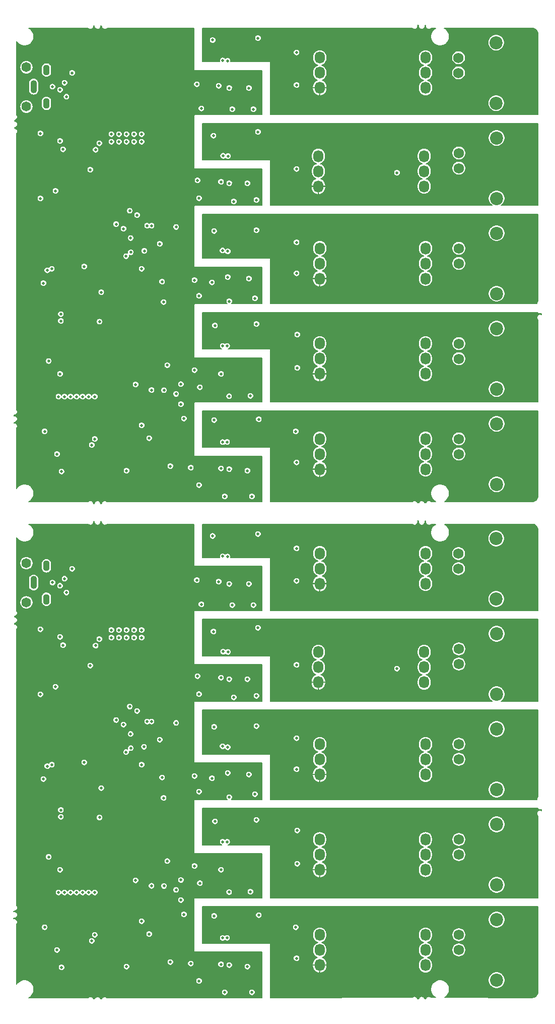
<source format=gbr>
G04 #@! TF.GenerationSoftware,KiCad,Pcbnew,(5.0.0)*
G04 #@! TF.CreationDate,2019-01-07T10:47:39-06:00*
G04 #@! TF.ProjectId,fk-atlas-v0.11-01x02,666B2D61746C61732D76302E31312D30,0.1*
G04 #@! TF.SameCoordinates,Original*
G04 #@! TF.FileFunction,Copper,L2,Inr,Signal*
G04 #@! TF.FilePolarity,Positive*
%FSLAX46Y46*%
G04 Gerber Fmt 4.6, Leading zero omitted, Abs format (unit mm)*
G04 Created by KiCad (PCBNEW (5.0.0)) date 01/07/19 10:47:39*
%MOMM*%
%LPD*%
G01*
G04 APERTURE LIST*
G04 #@! TA.AperFunction,ViaPad*
%ADD10C,1.727200*%
G04 #@! TD*
G04 #@! TA.AperFunction,ViaPad*
%ADD11C,2.200000*%
G04 #@! TD*
G04 #@! TA.AperFunction,ViaPad*
%ADD12O,1.727200X2.032000*%
G04 #@! TD*
G04 #@! TA.AperFunction,ViaPad*
%ADD13O,1.600000X1.651000*%
G04 #@! TD*
G04 #@! TA.AperFunction,ViaPad*
%ADD14O,1.100000X1.800000*%
G04 #@! TD*
G04 #@! TA.AperFunction,ViaPad*
%ADD15O,1.100000X2.200000*%
G04 #@! TD*
G04 #@! TA.AperFunction,ViaPad*
%ADD16C,0.500000*%
G04 #@! TD*
G04 #@! TA.AperFunction,Conductor*
%ADD17C,0.203200*%
G04 #@! TD*
G04 APERTURE END LIST*
D10*
G04 #@! TO.N,/isolated_atlas0/EC_PGND*
G04 #@! TO.C,J201*
X259131900Y-193597400D03*
G04 #@! TO.N,Net-(J201-Pad2)*
X259131900Y-196137400D03*
D11*
G04 #@! TO.N,N/C*
X265481900Y-191057400D03*
X265481900Y-201217400D03*
G04 #@! TD*
D10*
G04 #@! TO.N,/isolated_atlas4/ORP_PGND*
G04 #@! TO.C,J601*
X259195400Y-257605400D03*
G04 #@! TO.N,Net-(J601-Pad2)*
X259195400Y-260145400D03*
D11*
G04 #@! TO.N,N/C*
X265545400Y-255065400D03*
X265545400Y-265225400D03*
G04 #@! TD*
D12*
G04 #@! TO.N,/isolated_atlas3/ISO_SCL*
G04 #@! TO.C,U502*
X235806520Y-241595888D03*
G04 #@! TO.N,/isolated_atlas3/ISO_SDA*
X235806520Y-244135888D03*
G04 #@! TO.N,/isolated_atlas3/ISO_GND*
X235806520Y-246675888D03*
G04 #@! TO.N,/isolated_atlas3/DO_PGND*
X253586520Y-241595888D03*
G04 #@! TO.N,Net-(J501-Pad2)*
X253586520Y-244135888D03*
G04 #@! TO.N,/isolated_atlas3/ISO_VCC*
X253586520Y-246675888D03*
G04 #@! TD*
D10*
G04 #@! TO.N,/isolated_atlas3/DO_PGND*
G04 #@! TO.C,J501*
X259195400Y-241603400D03*
G04 #@! TO.N,Net-(J501-Pad2)*
X259195400Y-244143400D03*
D11*
G04 #@! TO.N,N/C*
X265545400Y-239063400D03*
X265545400Y-249223400D03*
G04 #@! TD*
D12*
G04 #@! TO.N,/isolated_atlas4/ISO_SCL*
G04 #@! TO.C,U602*
X235806520Y-257613388D03*
G04 #@! TO.N,/isolated_atlas4/ISO_SDA*
X235806520Y-260153388D03*
G04 #@! TO.N,/isolated_atlas4/ISO_GND*
X235806520Y-262693388D03*
G04 #@! TO.N,/isolated_atlas4/ORP_PGND*
X253586520Y-257613388D03*
G04 #@! TO.N,Net-(J601-Pad2)*
X253586520Y-260153388D03*
G04 #@! TO.N,/isolated_atlas4/ISO_VCC*
X253586520Y-262693388D03*
G04 #@! TD*
G04 #@! TO.N,/isolated_atlas0/ISO_SCL*
G04 #@! TO.C,U202*
X235812120Y-193563388D03*
G04 #@! TO.N,/isolated_atlas0/ISO_SDA*
X235812120Y-196103388D03*
G04 #@! TO.N,/isolated_atlas0/ISO_GND*
X235812120Y-198643388D03*
G04 #@! TO.N,/isolated_atlas0/EC_PGND*
X253592120Y-193563388D03*
G04 #@! TO.N,Net-(J201-Pad2)*
X253592120Y-196103388D03*
G04 #@! TO.N,/isolated_atlas0/ISO_VCC*
X253592120Y-198643388D03*
G04 #@! TD*
D10*
G04 #@! TO.N,/isolated_atlas1/RTD_PGND*
G04 #@! TO.C,J301*
X259195400Y-209599400D03*
G04 #@! TO.N,Net-(J301-Pad2)*
X259195400Y-212139400D03*
D11*
G04 #@! TO.N,N/C*
X265545400Y-207059400D03*
X265545400Y-217219400D03*
G04 #@! TD*
D12*
G04 #@! TO.N,/isolated_atlas2/ISO_SCL*
G04 #@! TO.C,U402*
X235812120Y-225609388D03*
G04 #@! TO.N,/isolated_atlas2/ISO_SDA*
X235812120Y-228149388D03*
G04 #@! TO.N,/isolated_atlas2/ISO_GND*
X235812120Y-230689388D03*
G04 #@! TO.N,/isolated_atlas2/PH_PGND*
X253592120Y-225609388D03*
G04 #@! TO.N,Net-(J401-Pad2)*
X253592120Y-228149388D03*
G04 #@! TO.N,/isolated_atlas2/ISO_VCC*
X253592120Y-230689388D03*
G04 #@! TD*
D13*
G04 #@! TO.N,*
G04 #@! TO.C,J9*
X186499900Y-195193400D03*
X186499900Y-201793400D03*
G04 #@! TD*
D10*
G04 #@! TO.N,/isolated_atlas2/PH_PGND*
G04 #@! TO.C,J401*
X259195400Y-225597400D03*
G04 #@! TO.N,Net-(J401-Pad2)*
X259195400Y-228137400D03*
D11*
G04 #@! TO.N,N/C*
X265545400Y-223057400D03*
X265545400Y-233217400D03*
G04 #@! TD*
D12*
G04 #@! TO.N,/isolated_atlas1/ISO_VCC*
G04 #@! TO.C,U302*
X253363520Y-215195388D03*
G04 #@! TO.N,Net-(J301-Pad2)*
X253363520Y-212655388D03*
G04 #@! TO.N,/isolated_atlas1/RTD_PGND*
X253363520Y-210115388D03*
G04 #@! TO.N,/isolated_atlas1/ISO_GND*
X235583520Y-215195388D03*
G04 #@! TO.N,/isolated_atlas1/ISO_SDA*
X235583520Y-212655388D03*
G04 #@! TO.N,/isolated_atlas1/ISO_SCL*
X235583520Y-210115388D03*
G04 #@! TD*
D14*
G04 #@! TO.N,Net-(C13-Pad1)*
G04 #@! TO.C,J2*
X189865400Y-195653400D03*
G04 #@! TO.N,Net-(J2-Pad7)*
X189865400Y-201253400D03*
D15*
G04 #@! TO.N,Net-(J2-Pad8)*
X187715400Y-198453400D03*
G04 #@! TD*
D13*
G04 #@! TO.N,*
G04 #@! TO.C,J9*
X186499900Y-118523400D03*
X186499900Y-111923400D03*
G04 #@! TD*
D15*
G04 #@! TO.N,Net-(J2-Pad8)*
G04 #@! TO.C,J2*
X187715400Y-115183400D03*
D14*
G04 #@! TO.N,Net-(J2-Pad7)*
X189865400Y-117983400D03*
G04 #@! TO.N,Net-(C13-Pad1)*
X189865400Y-112383400D03*
G04 #@! TD*
D12*
G04 #@! TO.N,/isolated_atlas1/ISO_SCL*
G04 #@! TO.C,U302*
X235583520Y-126845388D03*
G04 #@! TO.N,/isolated_atlas1/ISO_SDA*
X235583520Y-129385388D03*
G04 #@! TO.N,/isolated_atlas1/ISO_GND*
X235583520Y-131925388D03*
G04 #@! TO.N,/isolated_atlas1/RTD_PGND*
X253363520Y-126845388D03*
G04 #@! TO.N,Net-(J301-Pad2)*
X253363520Y-129385388D03*
G04 #@! TO.N,/isolated_atlas1/ISO_VCC*
X253363520Y-131925388D03*
G04 #@! TD*
G04 #@! TO.N,/isolated_atlas0/ISO_VCC*
G04 #@! TO.C,U202*
X253592120Y-115373388D03*
G04 #@! TO.N,Net-(J201-Pad2)*
X253592120Y-112833388D03*
G04 #@! TO.N,/isolated_atlas0/EC_PGND*
X253592120Y-110293388D03*
G04 #@! TO.N,/isolated_atlas0/ISO_GND*
X235812120Y-115373388D03*
G04 #@! TO.N,/isolated_atlas0/ISO_SDA*
X235812120Y-112833388D03*
G04 #@! TO.N,/isolated_atlas0/ISO_SCL*
X235812120Y-110293388D03*
G04 #@! TD*
G04 #@! TO.N,/isolated_atlas2/ISO_VCC*
G04 #@! TO.C,U402*
X253592120Y-147419388D03*
G04 #@! TO.N,Net-(J401-Pad2)*
X253592120Y-144879388D03*
G04 #@! TO.N,/isolated_atlas2/PH_PGND*
X253592120Y-142339388D03*
G04 #@! TO.N,/isolated_atlas2/ISO_GND*
X235812120Y-147419388D03*
G04 #@! TO.N,/isolated_atlas2/ISO_SDA*
X235812120Y-144879388D03*
G04 #@! TO.N,/isolated_atlas2/ISO_SCL*
X235812120Y-142339388D03*
G04 #@! TD*
G04 #@! TO.N,/isolated_atlas3/ISO_VCC*
G04 #@! TO.C,U502*
X253586520Y-163405888D03*
G04 #@! TO.N,Net-(J501-Pad2)*
X253586520Y-160865888D03*
G04 #@! TO.N,/isolated_atlas3/DO_PGND*
X253586520Y-158325888D03*
G04 #@! TO.N,/isolated_atlas3/ISO_GND*
X235806520Y-163405888D03*
G04 #@! TO.N,/isolated_atlas3/ISO_SDA*
X235806520Y-160865888D03*
G04 #@! TO.N,/isolated_atlas3/ISO_SCL*
X235806520Y-158325888D03*
G04 #@! TD*
G04 #@! TO.N,/isolated_atlas4/ISO_VCC*
G04 #@! TO.C,U602*
X253586520Y-179423388D03*
G04 #@! TO.N,Net-(J601-Pad2)*
X253586520Y-176883388D03*
G04 #@! TO.N,/isolated_atlas4/ORP_PGND*
X253586520Y-174343388D03*
G04 #@! TO.N,/isolated_atlas4/ISO_GND*
X235806520Y-179423388D03*
G04 #@! TO.N,/isolated_atlas4/ISO_SDA*
X235806520Y-176883388D03*
G04 #@! TO.N,/isolated_atlas4/ISO_SCL*
X235806520Y-174343388D03*
G04 #@! TD*
D11*
G04 #@! TO.N,N/C*
G04 #@! TO.C,J601*
X265545400Y-181955400D03*
X265545400Y-171795400D03*
D10*
G04 #@! TO.N,Net-(J601-Pad2)*
X259195400Y-176875400D03*
G04 #@! TO.N,/isolated_atlas4/ORP_PGND*
X259195400Y-174335400D03*
G04 #@! TD*
D11*
G04 #@! TO.N,N/C*
G04 #@! TO.C,J501*
X265545400Y-165953400D03*
X265545400Y-155793400D03*
D10*
G04 #@! TO.N,Net-(J501-Pad2)*
X259195400Y-160873400D03*
G04 #@! TO.N,/isolated_atlas3/DO_PGND*
X259195400Y-158333400D03*
G04 #@! TD*
D11*
G04 #@! TO.N,N/C*
G04 #@! TO.C,J301*
X265545400Y-133949400D03*
X265545400Y-123789400D03*
D10*
G04 #@! TO.N,Net-(J301-Pad2)*
X259195400Y-128869400D03*
G04 #@! TO.N,/isolated_atlas1/RTD_PGND*
X259195400Y-126329400D03*
G04 #@! TD*
D11*
G04 #@! TO.N,N/C*
G04 #@! TO.C,J401*
X265545400Y-149947400D03*
X265545400Y-139787400D03*
D10*
G04 #@! TO.N,Net-(J401-Pad2)*
X259195400Y-144867400D03*
G04 #@! TO.N,/isolated_atlas2/PH_PGND*
X259195400Y-142327400D03*
G04 #@! TD*
D11*
G04 #@! TO.N,N/C*
G04 #@! TO.C,J201*
X265481900Y-117947400D03*
X265481900Y-107787400D03*
D10*
G04 #@! TO.N,Net-(J201-Pad2)*
X259131900Y-112867400D03*
G04 #@! TO.N,/isolated_atlas0/EC_PGND*
X259131900Y-110327400D03*
G04 #@! TD*
D16*
G04 #@! TO.N,GND*
X204347400Y-166461400D03*
X222635400Y-183987400D03*
X218063400Y-183733400D03*
X224667400Y-180685400D03*
X204347400Y-161889400D03*
X191647400Y-175605400D03*
X188345400Y-124297400D03*
X188345400Y-125567400D03*
X188345400Y-128107400D03*
X189361400Y-144617400D03*
X185551400Y-140299400D03*
X185805400Y-136743400D03*
X193171400Y-144363400D03*
X224921400Y-148681400D03*
X221111400Y-147411400D03*
X198505400Y-144109400D03*
X199267400Y-139029400D03*
X203585400Y-139791400D03*
X205109400Y-133187400D03*
X202823400Y-129885400D03*
X204601400Y-131409400D03*
X192663400Y-106263400D03*
X192917400Y-132171400D03*
X196473400Y-132933400D03*
X204347400Y-111597400D03*
X204347400Y-112613400D03*
X204347400Y-113629400D03*
X204347400Y-114899400D03*
X204347400Y-115915400D03*
X204347400Y-116931400D03*
X203077400Y-116423400D03*
X203077400Y-117439400D03*
X194441400Y-116169400D03*
X224794400Y-116550400D03*
X222517600Y-117820400D03*
X218571400Y-117820400D03*
X222762400Y-131409400D03*
X224794400Y-132552400D03*
X218317400Y-132679400D03*
X217936400Y-150713400D03*
X222508400Y-147411400D03*
X222508400Y-163413400D03*
X221238400Y-163540400D03*
X222508400Y-167223400D03*
X218825400Y-167350400D03*
X224794400Y-164556400D03*
X212606490Y-163967849D03*
X212606490Y-162878689D03*
X203966400Y-141823400D03*
X210443400Y-144363400D03*
X191484268Y-117200965D03*
X188154900Y-113502400D03*
X209300400Y-158079400D03*
X205363400Y-154840900D03*
X204347400Y-150903900D03*
X192155400Y-156301400D03*
X196981400Y-165699400D03*
X195965400Y-165699400D03*
X194949400Y-165699400D03*
X193933400Y-165699400D03*
X191901400Y-165699400D03*
X192917400Y-165699400D03*
X197997400Y-165699400D03*
X204347400Y-171668400D03*
X221243143Y-115535348D03*
X221243143Y-131537348D03*
X222381400Y-151221400D03*
X218063400Y-134457400D03*
X223333998Y-134457400D03*
X222635400Y-119471400D03*
X218063400Y-118963400D03*
X221186935Y-179707167D03*
X218317400Y-180939400D03*
X212094400Y-173573400D03*
X209173400Y-173573400D03*
X197616400Y-176367400D03*
X195965400Y-179796400D03*
X191266400Y-140299400D03*
X217936400Y-233983400D03*
X188345400Y-208837400D03*
X199267400Y-222299400D03*
X204347400Y-194867400D03*
X203077400Y-200709400D03*
X210443400Y-227633400D03*
X191484268Y-200470965D03*
X188154900Y-196772400D03*
X205363400Y-238110900D03*
X221111400Y-230681400D03*
X204347400Y-199185400D03*
X218571400Y-201090400D03*
X191647400Y-258875400D03*
X185805400Y-220013400D03*
X218317400Y-215949400D03*
X218825400Y-250620400D03*
X204347400Y-234173900D03*
X196473400Y-216203400D03*
X221238400Y-246810400D03*
X209300400Y-241349400D03*
X192155400Y-239571400D03*
X204347400Y-195883400D03*
X198505400Y-227379400D03*
X203077400Y-199693400D03*
X195965400Y-248969400D03*
X204347400Y-249731400D03*
X192917400Y-215441400D03*
X205109400Y-216457400D03*
X202823400Y-213155400D03*
X192663400Y-189533400D03*
X196981400Y-248969400D03*
X212606490Y-247237849D03*
X194949400Y-248969400D03*
X218063400Y-267003400D03*
X188345400Y-207567400D03*
X189361400Y-227887400D03*
X204347400Y-245159400D03*
X204347400Y-196899400D03*
X222762400Y-214679400D03*
X188345400Y-211377400D03*
X224794400Y-247826400D03*
X203585400Y-223061400D03*
X185551400Y-223569400D03*
X224667400Y-263955400D03*
X204601400Y-214679400D03*
X204347400Y-200201400D03*
X194441400Y-199439400D03*
X222508400Y-246683400D03*
X224921400Y-231951400D03*
X212606490Y-246148689D03*
X193171400Y-227633400D03*
X204347400Y-198169400D03*
X224794400Y-199820400D03*
X224794400Y-215822400D03*
X222508400Y-250493400D03*
X203966400Y-225093400D03*
X222635400Y-267257400D03*
X222508400Y-230681400D03*
X222517600Y-201090400D03*
X191901400Y-248969400D03*
X221243143Y-214807348D03*
X197997400Y-248969400D03*
X218317400Y-264209400D03*
X222635400Y-202741400D03*
X218063400Y-202233400D03*
X222381400Y-234491400D03*
X209173400Y-256843400D03*
X223333998Y-217727400D03*
X204347400Y-254938400D03*
X218063400Y-217727400D03*
X191266400Y-223569400D03*
X221186935Y-262977167D03*
X193933400Y-248969400D03*
X221243143Y-198805348D03*
X192917400Y-248969400D03*
X212094400Y-256843400D03*
X197616400Y-259637400D03*
X195965400Y-263066400D03*
G04 #@! TO.N,/SWCLK*
X192155400Y-124297400D03*
X203864800Y-136006800D03*
X203864800Y-219276800D03*
X192155400Y-207567400D03*
G04 #@! TO.N,/SWDIO*
X192663400Y-125694400D03*
X201578800Y-138267400D03*
X192663400Y-208964400D03*
X201578800Y-221537400D03*
G04 #@! TO.N,3V3*
X191647400Y-176875400D03*
X189361400Y-148173400D03*
X188853400Y-123027400D03*
X196219400Y-145379400D03*
X191393400Y-132679400D03*
X188853400Y-133949400D03*
X208919400Y-141569400D03*
X202823400Y-139029400D03*
X205109400Y-136743400D03*
X200791400Y-123154400D03*
X202061400Y-123154400D03*
X203331400Y-123154400D03*
X204601400Y-123154400D03*
X205871400Y-123154400D03*
X205871400Y-124424400D03*
X204601400Y-124424400D03*
X203331400Y-124424400D03*
X202061400Y-124424400D03*
X200791400Y-124424400D03*
X209554400Y-151348400D03*
X209617900Y-166143900D03*
X210189400Y-161952900D03*
X191901400Y-167223400D03*
X192917400Y-167223400D03*
X193933400Y-167223400D03*
X194949400Y-167223400D03*
X195965400Y-167223400D03*
X196981400Y-167223400D03*
X197997400Y-167223400D03*
X207141400Y-174208400D03*
X207522400Y-166118500D03*
X192409400Y-179796400D03*
X197489400Y-175351400D03*
X192409400Y-263066400D03*
X188853400Y-206297400D03*
X203331400Y-207694400D03*
X203331400Y-206424400D03*
X196219400Y-228649400D03*
X205109400Y-220013400D03*
X192917400Y-250493400D03*
X193933400Y-250493400D03*
X207522400Y-249388500D03*
X197997400Y-250493400D03*
X188853400Y-217219400D03*
X202061400Y-206424400D03*
X205871400Y-207694400D03*
X200791400Y-207694400D03*
X194949400Y-250493400D03*
X196981400Y-250493400D03*
X204601400Y-207694400D03*
X205871400Y-206424400D03*
X210189400Y-245222900D03*
X191901400Y-250493400D03*
X207141400Y-257478400D03*
X191393400Y-215949400D03*
X208919400Y-224839400D03*
X197489400Y-258621400D03*
X202061400Y-207694400D03*
X189361400Y-231443400D03*
X204601400Y-206424400D03*
X191647400Y-260145400D03*
X202823400Y-222299400D03*
X200791400Y-206424400D03*
X209554400Y-234618400D03*
X209617900Y-249413900D03*
X195965400Y-250493400D03*
X206321402Y-142749400D03*
X206261400Y-226039400D03*
G04 #@! TO.N,/RESET*
X197235400Y-129123400D03*
X204017200Y-140604200D03*
X204017200Y-223874200D03*
X197235400Y-212393400D03*
G04 #@! TO.N,/USB-*
X198759400Y-124678400D03*
X203255200Y-143652200D03*
X192917400Y-114533400D03*
X192917400Y-197803400D03*
X203255200Y-226922200D03*
X198759400Y-207948400D03*
G04 #@! TO.N,/USB+*
X204042600Y-142991800D03*
X198120410Y-125770600D03*
X190885400Y-115183400D03*
X198120410Y-209040600D03*
X190885400Y-198453400D03*
X204042600Y-226261800D03*
G04 #@! TO.N,/D30*
X192282400Y-153380400D03*
X207522400Y-138521400D03*
X207522400Y-221791400D03*
X192282400Y-236650400D03*
G04 #@! TO.N,/D31*
X192282400Y-154523400D03*
X206785800Y-138521400D03*
X192282400Y-237793400D03*
X206785800Y-221791400D03*
G04 #@! TO.N,VUSB*
X194187400Y-112867400D03*
X194187400Y-196137400D03*
G04 #@! TO.N,/SDA2*
X203331400Y-179669400D03*
X189551900Y-173065400D03*
X197997400Y-174335400D03*
X189551900Y-256335400D03*
X203331400Y-262939400D03*
X197997400Y-257605400D03*
G04 #@! TO.N,/PERIPH_3V3*
X204855400Y-165191400D03*
X204855400Y-248461400D03*
G04 #@! TO.N,/SCL1*
X205871400Y-145760400D03*
X209300400Y-147919400D03*
X217682400Y-148046400D03*
X219206400Y-131155400D03*
X219206400Y-163413400D03*
X219206400Y-179288400D03*
X218825400Y-115026400D03*
X210697402Y-178907400D03*
X215142400Y-114772400D03*
X214761400Y-147665400D03*
X214761400Y-162778400D03*
X214126400Y-179161400D03*
X215269400Y-130905401D03*
X205871400Y-229030400D03*
X209300400Y-231189400D03*
X219206400Y-214425400D03*
X219206400Y-246683400D03*
X219206400Y-262558400D03*
X218825400Y-198296400D03*
X215142400Y-198042400D03*
X217682400Y-231316400D03*
X210697402Y-262177400D03*
X214761400Y-230935400D03*
X214761400Y-246048400D03*
X214126400Y-262431400D03*
X215269400Y-214175401D03*
G04 #@! TO.N,/isolated_atlas0/ISO_GND*
X218063400Y-109375800D03*
X221873400Y-107025400D03*
X228477400Y-114645400D03*
X224794400Y-109438400D03*
X240415400Y-108295400D03*
X256163400Y-118328400D03*
X256163400Y-201598400D03*
X221873400Y-190295400D03*
X240415400Y-191565400D03*
X218063400Y-192645800D03*
X228477400Y-197915400D03*
X224794400Y-192708400D03*
G04 #@! TO.N,/isolated_atlas1/ISO_GND*
X218063400Y-125440400D03*
X224794400Y-125313400D03*
X221746400Y-122773400D03*
X228477400Y-130647400D03*
X240161400Y-124805400D03*
X256925400Y-133949400D03*
X224794400Y-208583400D03*
X256925400Y-217219400D03*
X228477400Y-213917400D03*
X221746400Y-206043400D03*
X218063400Y-208710400D03*
X240161400Y-208075400D03*
G04 #@! TO.N,/isolated_atlas2/ISO_GND*
X221746400Y-139283400D03*
X217301400Y-141950400D03*
X218444400Y-142204400D03*
X224794400Y-141442400D03*
X228477400Y-146776400D03*
X256925400Y-149443400D03*
X240161400Y-140299400D03*
X221746400Y-222553400D03*
X240161400Y-223569400D03*
X256925400Y-232713400D03*
X228477400Y-230046400D03*
X224794400Y-224712400D03*
X218444400Y-225474400D03*
X217301400Y-225220400D03*
G04 #@! TO.N,/isolated_atlas3/ISO_GND*
X217174400Y-158206400D03*
X228604400Y-162397400D03*
X240415400Y-156301400D03*
X256671400Y-165445400D03*
X224794400Y-157444400D03*
X218190400Y-157356400D03*
X220984400Y-154142400D03*
X222635400Y-154269400D03*
X256671400Y-248715400D03*
X222635400Y-237539400D03*
X240415400Y-239571400D03*
X218190400Y-240626400D03*
X224794400Y-240714400D03*
X220984400Y-237412400D03*
X228604400Y-245667400D03*
X217174400Y-241476400D03*
G04 #@! TO.N,/isolated_atlas4/ISO_GND*
X228350400Y-178907400D03*
X224921400Y-173446400D03*
X221746400Y-170906400D03*
X218063400Y-173280400D03*
X240161400Y-172557400D03*
X256671400Y-180939400D03*
X224921400Y-256716400D03*
X221746400Y-254176400D03*
X218063400Y-256550400D03*
X240161400Y-255827400D03*
X228350400Y-262177400D03*
X256671400Y-264209400D03*
G04 #@! TO.N,/isolated_atlas0/ISO_VCC*
X217809400Y-107354000D03*
X225429400Y-107025400D03*
X231906400Y-109438400D03*
X231906400Y-114899400D03*
X231906400Y-198169400D03*
X217809400Y-190624000D03*
X225429400Y-190295400D03*
X231906400Y-192708400D03*
G04 #@! TO.N,/isolated_atlas1/ISO_VCC*
X217936400Y-123408400D03*
X231906400Y-128996400D03*
X248797400Y-129631400D03*
X225429400Y-122773400D03*
X231906400Y-212266400D03*
X217936400Y-206678400D03*
X248797400Y-212901400D03*
X225429400Y-206043400D03*
G04 #@! TO.N,/isolated_atlas2/ISO_VCC*
X218063400Y-139410400D03*
X231906400Y-141315400D03*
X231906400Y-146522400D03*
X225175400Y-139283400D03*
X225175400Y-222553400D03*
X231906400Y-229792400D03*
X231906400Y-224585400D03*
X218063400Y-222680400D03*
G04 #@! TO.N,/isolated_atlas3/ISO_VCC*
X218190400Y-155285400D03*
X232033400Y-156809400D03*
X232033400Y-162397400D03*
X225175400Y-155031400D03*
X232033400Y-240079400D03*
X225175400Y-238301400D03*
X218190400Y-238555400D03*
X232033400Y-245667400D03*
G04 #@! TO.N,/isolated_atlas4/ISO_VCC*
X231906400Y-178272400D03*
X231779400Y-173065400D03*
X218063400Y-171160400D03*
X225556400Y-171033400D03*
X218063400Y-254430400D03*
X231906400Y-261542400D03*
X231779400Y-256335400D03*
X225556400Y-254303400D03*
G04 #@! TO.N,/isolated_atlas0/ISO_SCL*
X219511200Y-110784600D03*
X219511200Y-194054600D03*
G04 #@! TO.N,/isolated_atlas0/ISO_SDA*
X220298600Y-110831300D03*
X220298600Y-194101300D03*
G04 #@! TO.N,/isolated_atlas1/ISO_SCL*
X219562000Y-126786600D03*
X219562000Y-210056600D03*
G04 #@! TO.N,/isolated_atlas1/ISO_SDA*
X220374800Y-126831300D03*
X220374800Y-210101300D03*
G04 #@! TO.N,/isolated_atlas2/ISO_SCL*
X219460400Y-142687000D03*
X219460400Y-225957000D03*
G04 #@! TO.N,/isolated_atlas2/ISO_SDA*
X220349400Y-142831300D03*
X220349400Y-226101300D03*
G04 #@! TO.N,/isolated_atlas3/ISO_SCL*
X219485800Y-158714400D03*
X219485800Y-241984400D03*
G04 #@! TO.N,/isolated_atlas3/ISO_SDA*
X220247800Y-158714400D03*
X220247800Y-241984400D03*
G04 #@! TO.N,/isolated_atlas4/ISO_SCL*
X219485800Y-174868800D03*
X219485800Y-258138800D03*
G04 #@! TO.N,/isolated_atlas4/ISO_SDA*
X220222400Y-174843400D03*
X220222400Y-258113400D03*
G04 #@! TO.N,Net-(J2-Pad4)*
X211662600Y-138750000D03*
X193223989Y-116856989D03*
X192155400Y-115712810D03*
X211662600Y-222020000D03*
X193223989Y-200126989D03*
X192155400Y-198982810D03*
G04 #@! TO.N,/SCL3*
X192155400Y-163413400D03*
X190758400Y-145760400D03*
X192155400Y-246683400D03*
X190758400Y-229030400D03*
G04 #@! TO.N,/SDA3*
X190229000Y-161254400D03*
X189996400Y-146014400D03*
X190229000Y-244524400D03*
X189996400Y-229284400D03*
G04 #@! TO.N,VCC*
X224413400Y-183987400D03*
X219841400Y-183987400D03*
X224159400Y-167096400D03*
X220564400Y-167164400D03*
X212475400Y-165127900D03*
X211649900Y-166778900D03*
X212983400Y-170906400D03*
X220603400Y-115407400D03*
X223905400Y-115407400D03*
X224667400Y-118963400D03*
X221111400Y-118963400D03*
X221365400Y-134457400D03*
X225175400Y-134203400D03*
X223651400Y-131409400D03*
X220603400Y-131409400D03*
X224921400Y-150713400D03*
X220603400Y-151221400D03*
X220349400Y-147157400D03*
X223905400Y-147411400D03*
X220603400Y-179415400D03*
X223651400Y-179669400D03*
X215904400Y-118836400D03*
X215523400Y-150293400D03*
X215650400Y-165660400D03*
X215523400Y-182082400D03*
X215523400Y-133910400D03*
X215904400Y-202106400D03*
X220564400Y-250434400D03*
X224413400Y-267257400D03*
X223905400Y-198677400D03*
X220603400Y-234491400D03*
X225175400Y-217473400D03*
X212475400Y-248397900D03*
X223905400Y-230681400D03*
X224667400Y-202233400D03*
X212983400Y-254176400D03*
X220603400Y-214679400D03*
X220349400Y-230427400D03*
X223651400Y-262939400D03*
X215523400Y-233563400D03*
X215523400Y-217180400D03*
X220603400Y-198677400D03*
X221111400Y-202233400D03*
X224921400Y-233983400D03*
X215650400Y-248930400D03*
X224159400Y-250366400D03*
X219841400Y-267257400D03*
X221365400Y-217727400D03*
X220603400Y-262685400D03*
X215523400Y-265352400D03*
X211649900Y-250048900D03*
X223651400Y-214679400D03*
G04 #@! TO.N,Net-(R12-Pad1)*
X205871400Y-172049400D03*
X212475400Y-168493400D03*
X205871400Y-255319400D03*
X212475400Y-251763400D03*
G04 #@! TO.N,/D5_FLASH_CS*
X199076900Y-149697400D03*
X198784800Y-154637700D03*
X199076900Y-232967400D03*
X198784800Y-237907700D03*
G04 #@! TD*
D17*
G04 #@! TO.N,/isolated_atlas0/ISO_GND*
G36*
X252396600Y-104934757D02*
X252396600Y-105044043D01*
X252417921Y-105151229D01*
X252459743Y-105252196D01*
X252520459Y-105343064D01*
X252597736Y-105420341D01*
X252688604Y-105481057D01*
X252789571Y-105522879D01*
X252896757Y-105544200D01*
X253006043Y-105544200D01*
X253113229Y-105522879D01*
X253214196Y-105481057D01*
X253305064Y-105420341D01*
X253382341Y-105343064D01*
X253443057Y-105252196D01*
X253484879Y-105151229D01*
X253506200Y-105044043D01*
X253506200Y-104934757D01*
X253487550Y-104841000D01*
X253615250Y-104841000D01*
X253596600Y-104934757D01*
X253596600Y-105044043D01*
X253617921Y-105151229D01*
X253659743Y-105252196D01*
X253720459Y-105343064D01*
X253797736Y-105420341D01*
X253888604Y-105481057D01*
X253989571Y-105522879D01*
X254096757Y-105544200D01*
X254206043Y-105544200D01*
X254313229Y-105522879D01*
X254414196Y-105481057D01*
X254505064Y-105420341D01*
X254556205Y-105369200D01*
X255306458Y-105369200D01*
X255290452Y-105375830D01*
X255032523Y-105548173D01*
X254813173Y-105767523D01*
X254640830Y-106025452D01*
X254522118Y-106312048D01*
X254461600Y-106616296D01*
X254461600Y-106926504D01*
X254522118Y-107230752D01*
X254640830Y-107517348D01*
X254813173Y-107775277D01*
X255032523Y-107994627D01*
X255290452Y-108166970D01*
X255577048Y-108285682D01*
X255881296Y-108346200D01*
X256191504Y-108346200D01*
X256495752Y-108285682D01*
X256782348Y-108166970D01*
X257040277Y-107994627D01*
X257259627Y-107775277D01*
X257343976Y-107649039D01*
X264077100Y-107649039D01*
X264077100Y-107925761D01*
X264131086Y-108197165D01*
X264236983Y-108452822D01*
X264390721Y-108682908D01*
X264586392Y-108878579D01*
X264816478Y-109032317D01*
X265072135Y-109138214D01*
X265343539Y-109192200D01*
X265620261Y-109192200D01*
X265891665Y-109138214D01*
X266147322Y-109032317D01*
X266377408Y-108878579D01*
X266573079Y-108682908D01*
X266726817Y-108452822D01*
X266832714Y-108197165D01*
X266886700Y-107925761D01*
X266886700Y-107649039D01*
X266832714Y-107377635D01*
X266726817Y-107121978D01*
X266573079Y-106891892D01*
X266377408Y-106696221D01*
X266147322Y-106542483D01*
X265891665Y-106436586D01*
X265620261Y-106382600D01*
X265343539Y-106382600D01*
X265072135Y-106436586D01*
X264816478Y-106542483D01*
X264586392Y-106696221D01*
X264390721Y-106891892D01*
X264236983Y-107121978D01*
X264131086Y-107377635D01*
X264077100Y-107649039D01*
X257343976Y-107649039D01*
X257431970Y-107517348D01*
X257550682Y-107230752D01*
X257611200Y-106926504D01*
X257611200Y-106616296D01*
X257550682Y-106312048D01*
X257431970Y-106025452D01*
X257259627Y-105767523D01*
X257040277Y-105548173D01*
X256782348Y-105375830D01*
X256766342Y-105369200D01*
X271454982Y-105369200D01*
X271462664Y-105370833D01*
X271467938Y-105371387D01*
X271692353Y-105393391D01*
X271872571Y-105447802D01*
X272038790Y-105536182D01*
X272184674Y-105655162D01*
X272304674Y-105800218D01*
X272394209Y-105965811D01*
X272449878Y-106145648D01*
X272471601Y-106352329D01*
X272471540Y-119877800D01*
X227563000Y-119877800D01*
X227563000Y-117809039D01*
X264077100Y-117809039D01*
X264077100Y-118085761D01*
X264131086Y-118357165D01*
X264236983Y-118612822D01*
X264390721Y-118842908D01*
X264586392Y-119038579D01*
X264816478Y-119192317D01*
X265072135Y-119298214D01*
X265343539Y-119352200D01*
X265620261Y-119352200D01*
X265891665Y-119298214D01*
X266147322Y-119192317D01*
X266377408Y-119038579D01*
X266573079Y-118842908D01*
X266726817Y-118612822D01*
X266832714Y-118357165D01*
X266886700Y-118085761D01*
X266886700Y-117809039D01*
X266832714Y-117537635D01*
X266726817Y-117281978D01*
X266573079Y-117051892D01*
X266377408Y-116856221D01*
X266147322Y-116702483D01*
X265891665Y-116596586D01*
X265620261Y-116542600D01*
X265343539Y-116542600D01*
X265072135Y-116596586D01*
X264816478Y-116702483D01*
X264586392Y-116856221D01*
X264390721Y-117051892D01*
X264236983Y-117281978D01*
X264131086Y-117537635D01*
X264077100Y-117809039D01*
X227563000Y-117809039D01*
X227563000Y-114844757D01*
X231351600Y-114844757D01*
X231351600Y-114954043D01*
X231372921Y-115061229D01*
X231414743Y-115162196D01*
X231475459Y-115253064D01*
X231552736Y-115330341D01*
X231643604Y-115391057D01*
X231744571Y-115432879D01*
X231851757Y-115454200D01*
X231961043Y-115454200D01*
X232068229Y-115432879D01*
X232150531Y-115398788D01*
X234592920Y-115398788D01*
X234592920Y-115551188D01*
X234621302Y-115788554D01*
X234695446Y-116015822D01*
X234812503Y-116224258D01*
X234967975Y-116405853D01*
X235155887Y-116553627D01*
X235369018Y-116661902D01*
X235596349Y-116725742D01*
X235786720Y-116655803D01*
X235786720Y-115398788D01*
X235837520Y-115398788D01*
X235837520Y-116655803D01*
X236027891Y-116725742D01*
X236255222Y-116661902D01*
X236468353Y-116553627D01*
X236656265Y-116405853D01*
X236811737Y-116224258D01*
X236928794Y-116015822D01*
X237002938Y-115788554D01*
X237031320Y-115551188D01*
X237031320Y-115398788D01*
X235837520Y-115398788D01*
X235786720Y-115398788D01*
X234592920Y-115398788D01*
X232150531Y-115398788D01*
X232169196Y-115391057D01*
X232260064Y-115330341D01*
X232337341Y-115253064D01*
X232375745Y-115195588D01*
X234592920Y-115195588D01*
X234592920Y-115347988D01*
X235786720Y-115347988D01*
X235786720Y-115327988D01*
X235837520Y-115327988D01*
X235837520Y-115347988D01*
X237031320Y-115347988D01*
X237031320Y-115195588D01*
X237002938Y-114958222D01*
X236928794Y-114730954D01*
X236811737Y-114522518D01*
X236656265Y-114340923D01*
X236468353Y-114193149D01*
X236255222Y-114084874D01*
X236233782Y-114078853D01*
X236261411Y-114070472D01*
X236464389Y-113961977D01*
X236642301Y-113815969D01*
X236788309Y-113638056D01*
X236896804Y-113435078D01*
X236963614Y-113214833D01*
X236980520Y-113043183D01*
X236980520Y-112623592D01*
X236963614Y-112451942D01*
X236896804Y-112231697D01*
X236788309Y-112028719D01*
X236642301Y-111850807D01*
X236464388Y-111704799D01*
X236261410Y-111596304D01*
X236152900Y-111563388D01*
X236261411Y-111530472D01*
X236464389Y-111421977D01*
X236642301Y-111275969D01*
X236788309Y-111098056D01*
X236896804Y-110895078D01*
X236963614Y-110674833D01*
X236980520Y-110503183D01*
X236980520Y-110083593D01*
X252423720Y-110083593D01*
X252423720Y-110503184D01*
X252440626Y-110674834D01*
X252507436Y-110895079D01*
X252615932Y-111098057D01*
X252761940Y-111275969D01*
X252939852Y-111421977D01*
X253142830Y-111530472D01*
X253251340Y-111563388D01*
X253142829Y-111596304D01*
X252939851Y-111704799D01*
X252761939Y-111850807D01*
X252615931Y-112028720D01*
X252507436Y-112231698D01*
X252440626Y-112451943D01*
X252423720Y-112623593D01*
X252423720Y-113043184D01*
X252440626Y-113214834D01*
X252507436Y-113435079D01*
X252615932Y-113638057D01*
X252761940Y-113815969D01*
X252939852Y-113961977D01*
X253142830Y-114070472D01*
X253251340Y-114103388D01*
X253142829Y-114136304D01*
X252939851Y-114244799D01*
X252761939Y-114390807D01*
X252615931Y-114568720D01*
X252507436Y-114771698D01*
X252440626Y-114991943D01*
X252423720Y-115163593D01*
X252423720Y-115583184D01*
X252440626Y-115754834D01*
X252507436Y-115975079D01*
X252615932Y-116178057D01*
X252761940Y-116355969D01*
X252939852Y-116501977D01*
X253142830Y-116610472D01*
X253363075Y-116677282D01*
X253592120Y-116699841D01*
X253821166Y-116677282D01*
X254041411Y-116610472D01*
X254244389Y-116501977D01*
X254422301Y-116355969D01*
X254568309Y-116178056D01*
X254676804Y-115975078D01*
X254743614Y-115754833D01*
X254760520Y-115583183D01*
X254760520Y-115163592D01*
X254743614Y-114991942D01*
X254676804Y-114771697D01*
X254568309Y-114568719D01*
X254422301Y-114390807D01*
X254244388Y-114244799D01*
X254041410Y-114136304D01*
X253932900Y-114103388D01*
X254041411Y-114070472D01*
X254244389Y-113961977D01*
X254422301Y-113815969D01*
X254568309Y-113638056D01*
X254676804Y-113435078D01*
X254743614Y-113214833D01*
X254760520Y-113043183D01*
X254760520Y-112752323D01*
X257963500Y-112752323D01*
X257963500Y-112982477D01*
X258008401Y-113208210D01*
X258096478Y-113420845D01*
X258224345Y-113612211D01*
X258387089Y-113774955D01*
X258578455Y-113902822D01*
X258791090Y-113990899D01*
X259016823Y-114035800D01*
X259246977Y-114035800D01*
X259472710Y-113990899D01*
X259685345Y-113902822D01*
X259876711Y-113774955D01*
X260039455Y-113612211D01*
X260167322Y-113420845D01*
X260255399Y-113208210D01*
X260300300Y-112982477D01*
X260300300Y-112752323D01*
X260255399Y-112526590D01*
X260167322Y-112313955D01*
X260039455Y-112122589D01*
X259876711Y-111959845D01*
X259685345Y-111831978D01*
X259472710Y-111743901D01*
X259246977Y-111699000D01*
X259016823Y-111699000D01*
X258791090Y-111743901D01*
X258578455Y-111831978D01*
X258387089Y-111959845D01*
X258224345Y-112122589D01*
X258096478Y-112313955D01*
X258008401Y-112526590D01*
X257963500Y-112752323D01*
X254760520Y-112752323D01*
X254760520Y-112623592D01*
X254743614Y-112451942D01*
X254676804Y-112231697D01*
X254568309Y-112028719D01*
X254422301Y-111850807D01*
X254244388Y-111704799D01*
X254041410Y-111596304D01*
X253932900Y-111563388D01*
X254041411Y-111530472D01*
X254244389Y-111421977D01*
X254422301Y-111275969D01*
X254568309Y-111098056D01*
X254676804Y-110895078D01*
X254743614Y-110674833D01*
X254760520Y-110503183D01*
X254760520Y-110212323D01*
X257963500Y-110212323D01*
X257963500Y-110442477D01*
X258008401Y-110668210D01*
X258096478Y-110880845D01*
X258224345Y-111072211D01*
X258387089Y-111234955D01*
X258578455Y-111362822D01*
X258791090Y-111450899D01*
X259016823Y-111495800D01*
X259246977Y-111495800D01*
X259472710Y-111450899D01*
X259685345Y-111362822D01*
X259876711Y-111234955D01*
X260039455Y-111072211D01*
X260167322Y-110880845D01*
X260255399Y-110668210D01*
X260300300Y-110442477D01*
X260300300Y-110212323D01*
X260255399Y-109986590D01*
X260167322Y-109773955D01*
X260039455Y-109582589D01*
X259876711Y-109419845D01*
X259685345Y-109291978D01*
X259472710Y-109203901D01*
X259246977Y-109159000D01*
X259016823Y-109159000D01*
X258791090Y-109203901D01*
X258578455Y-109291978D01*
X258387089Y-109419845D01*
X258224345Y-109582589D01*
X258096478Y-109773955D01*
X258008401Y-109986590D01*
X257963500Y-110212323D01*
X254760520Y-110212323D01*
X254760520Y-110083592D01*
X254743614Y-109911942D01*
X254676804Y-109691697D01*
X254568309Y-109488719D01*
X254422301Y-109310807D01*
X254244388Y-109164799D01*
X254041410Y-109056304D01*
X253821165Y-108989494D01*
X253592120Y-108966935D01*
X253363074Y-108989494D01*
X253142829Y-109056304D01*
X252939851Y-109164799D01*
X252761939Y-109310807D01*
X252615931Y-109488720D01*
X252507436Y-109691698D01*
X252440626Y-109911943D01*
X252423720Y-110083593D01*
X236980520Y-110083593D01*
X236980520Y-110083592D01*
X236963614Y-109911942D01*
X236896804Y-109691697D01*
X236788309Y-109488719D01*
X236642301Y-109310807D01*
X236464388Y-109164799D01*
X236261410Y-109056304D01*
X236041165Y-108989494D01*
X235812120Y-108966935D01*
X235583074Y-108989494D01*
X235362829Y-109056304D01*
X235159851Y-109164799D01*
X234981939Y-109310807D01*
X234835931Y-109488720D01*
X234727436Y-109691698D01*
X234660626Y-109911943D01*
X234643720Y-110083593D01*
X234643720Y-110503184D01*
X234660626Y-110674834D01*
X234727436Y-110895079D01*
X234835932Y-111098057D01*
X234981940Y-111275969D01*
X235159852Y-111421977D01*
X235362830Y-111530472D01*
X235471340Y-111563388D01*
X235362829Y-111596304D01*
X235159851Y-111704799D01*
X234981939Y-111850807D01*
X234835931Y-112028720D01*
X234727436Y-112231698D01*
X234660626Y-112451943D01*
X234643720Y-112623593D01*
X234643720Y-113043184D01*
X234660626Y-113214834D01*
X234727436Y-113435079D01*
X234835932Y-113638057D01*
X234981940Y-113815969D01*
X235159852Y-113961977D01*
X235362830Y-114070472D01*
X235390459Y-114078853D01*
X235369018Y-114084874D01*
X235155887Y-114193149D01*
X234967975Y-114340923D01*
X234812503Y-114522518D01*
X234695446Y-114730954D01*
X234621302Y-114958222D01*
X234592920Y-115195588D01*
X232375745Y-115195588D01*
X232398057Y-115162196D01*
X232439879Y-115061229D01*
X232461200Y-114954043D01*
X232461200Y-114844757D01*
X232439879Y-114737571D01*
X232398057Y-114636604D01*
X232337341Y-114545736D01*
X232260064Y-114468459D01*
X232169196Y-114407743D01*
X232068229Y-114365921D01*
X231961043Y-114344600D01*
X231851757Y-114344600D01*
X231744571Y-114365921D01*
X231643604Y-114407743D01*
X231552736Y-114468459D01*
X231475459Y-114545736D01*
X231414743Y-114636604D01*
X231372921Y-114737571D01*
X231351600Y-114844757D01*
X227563000Y-114844757D01*
X227563000Y-111089400D01*
X227561048Y-111069579D01*
X227555266Y-111050519D01*
X227545877Y-111032954D01*
X227533242Y-111017558D01*
X227517846Y-111004923D01*
X227500281Y-110995534D01*
X227481221Y-110989752D01*
X227461400Y-110987800D01*
X220833139Y-110987800D01*
X220853400Y-110885943D01*
X220853400Y-110776657D01*
X220832079Y-110669471D01*
X220790257Y-110568504D01*
X220729541Y-110477636D01*
X220652264Y-110400359D01*
X220561396Y-110339643D01*
X220460429Y-110297821D01*
X220353243Y-110276500D01*
X220243957Y-110276500D01*
X220136771Y-110297821D01*
X220035804Y-110339643D01*
X219944936Y-110400359D01*
X219928250Y-110417045D01*
X219864864Y-110353659D01*
X219773996Y-110292943D01*
X219673029Y-110251121D01*
X219565843Y-110229800D01*
X219456557Y-110229800D01*
X219349371Y-110251121D01*
X219248404Y-110292943D01*
X219157536Y-110353659D01*
X219080259Y-110430936D01*
X219019543Y-110521804D01*
X218977721Y-110622771D01*
X218956400Y-110729957D01*
X218956400Y-110839243D01*
X218977721Y-110946429D01*
X218994857Y-110987800D01*
X216133000Y-110987800D01*
X216133000Y-109383757D01*
X231351600Y-109383757D01*
X231351600Y-109493043D01*
X231372921Y-109600229D01*
X231414743Y-109701196D01*
X231475459Y-109792064D01*
X231552736Y-109869341D01*
X231643604Y-109930057D01*
X231744571Y-109971879D01*
X231851757Y-109993200D01*
X231961043Y-109993200D01*
X232068229Y-109971879D01*
X232169196Y-109930057D01*
X232260064Y-109869341D01*
X232337341Y-109792064D01*
X232398057Y-109701196D01*
X232439879Y-109600229D01*
X232461200Y-109493043D01*
X232461200Y-109383757D01*
X232439879Y-109276571D01*
X232398057Y-109175604D01*
X232337341Y-109084736D01*
X232260064Y-109007459D01*
X232169196Y-108946743D01*
X232068229Y-108904921D01*
X231961043Y-108883600D01*
X231851757Y-108883600D01*
X231744571Y-108904921D01*
X231643604Y-108946743D01*
X231552736Y-109007459D01*
X231475459Y-109084736D01*
X231414743Y-109175604D01*
X231372921Y-109276571D01*
X231351600Y-109383757D01*
X216133000Y-109383757D01*
X216133000Y-107299357D01*
X217254600Y-107299357D01*
X217254600Y-107408643D01*
X217275921Y-107515829D01*
X217317743Y-107616796D01*
X217378459Y-107707664D01*
X217455736Y-107784941D01*
X217546604Y-107845657D01*
X217647571Y-107887479D01*
X217754757Y-107908800D01*
X217864043Y-107908800D01*
X217971229Y-107887479D01*
X218072196Y-107845657D01*
X218163064Y-107784941D01*
X218240341Y-107707664D01*
X218301057Y-107616796D01*
X218342879Y-107515829D01*
X218364200Y-107408643D01*
X218364200Y-107299357D01*
X218342879Y-107192171D01*
X218301057Y-107091204D01*
X218240341Y-107000336D01*
X218210762Y-106970757D01*
X224874600Y-106970757D01*
X224874600Y-107080043D01*
X224895921Y-107187229D01*
X224937743Y-107288196D01*
X224998459Y-107379064D01*
X225075736Y-107456341D01*
X225166604Y-107517057D01*
X225267571Y-107558879D01*
X225374757Y-107580200D01*
X225484043Y-107580200D01*
X225591229Y-107558879D01*
X225692196Y-107517057D01*
X225783064Y-107456341D01*
X225860341Y-107379064D01*
X225921057Y-107288196D01*
X225962879Y-107187229D01*
X225984200Y-107080043D01*
X225984200Y-106970757D01*
X225962879Y-106863571D01*
X225921057Y-106762604D01*
X225860341Y-106671736D01*
X225783064Y-106594459D01*
X225692196Y-106533743D01*
X225591229Y-106491921D01*
X225484043Y-106470600D01*
X225374757Y-106470600D01*
X225267571Y-106491921D01*
X225166604Y-106533743D01*
X225075736Y-106594459D01*
X224998459Y-106671736D01*
X224937743Y-106762604D01*
X224895921Y-106863571D01*
X224874600Y-106970757D01*
X218210762Y-106970757D01*
X218163064Y-106923059D01*
X218072196Y-106862343D01*
X217971229Y-106820521D01*
X217864043Y-106799200D01*
X217754757Y-106799200D01*
X217647571Y-106820521D01*
X217546604Y-106862343D01*
X217455736Y-106923059D01*
X217378459Y-107000336D01*
X217317743Y-107091204D01*
X217275921Y-107192171D01*
X217254600Y-107299357D01*
X216133000Y-107299357D01*
X216133000Y-105369200D01*
X251346595Y-105369200D01*
X251397736Y-105420341D01*
X251488604Y-105481057D01*
X251589571Y-105522879D01*
X251696757Y-105544200D01*
X251806043Y-105544200D01*
X251913229Y-105522879D01*
X252014196Y-105481057D01*
X252105064Y-105420341D01*
X252182341Y-105343064D01*
X252243057Y-105252196D01*
X252284879Y-105151229D01*
X252306200Y-105044043D01*
X252306200Y-104934757D01*
X252287550Y-104841000D01*
X252415250Y-104841000D01*
X252396600Y-104934757D01*
X252396600Y-104934757D01*
G37*
X252396600Y-104934757D02*
X252396600Y-105044043D01*
X252417921Y-105151229D01*
X252459743Y-105252196D01*
X252520459Y-105343064D01*
X252597736Y-105420341D01*
X252688604Y-105481057D01*
X252789571Y-105522879D01*
X252896757Y-105544200D01*
X253006043Y-105544200D01*
X253113229Y-105522879D01*
X253214196Y-105481057D01*
X253305064Y-105420341D01*
X253382341Y-105343064D01*
X253443057Y-105252196D01*
X253484879Y-105151229D01*
X253506200Y-105044043D01*
X253506200Y-104934757D01*
X253487550Y-104841000D01*
X253615250Y-104841000D01*
X253596600Y-104934757D01*
X253596600Y-105044043D01*
X253617921Y-105151229D01*
X253659743Y-105252196D01*
X253720459Y-105343064D01*
X253797736Y-105420341D01*
X253888604Y-105481057D01*
X253989571Y-105522879D01*
X254096757Y-105544200D01*
X254206043Y-105544200D01*
X254313229Y-105522879D01*
X254414196Y-105481057D01*
X254505064Y-105420341D01*
X254556205Y-105369200D01*
X255306458Y-105369200D01*
X255290452Y-105375830D01*
X255032523Y-105548173D01*
X254813173Y-105767523D01*
X254640830Y-106025452D01*
X254522118Y-106312048D01*
X254461600Y-106616296D01*
X254461600Y-106926504D01*
X254522118Y-107230752D01*
X254640830Y-107517348D01*
X254813173Y-107775277D01*
X255032523Y-107994627D01*
X255290452Y-108166970D01*
X255577048Y-108285682D01*
X255881296Y-108346200D01*
X256191504Y-108346200D01*
X256495752Y-108285682D01*
X256782348Y-108166970D01*
X257040277Y-107994627D01*
X257259627Y-107775277D01*
X257343976Y-107649039D01*
X264077100Y-107649039D01*
X264077100Y-107925761D01*
X264131086Y-108197165D01*
X264236983Y-108452822D01*
X264390721Y-108682908D01*
X264586392Y-108878579D01*
X264816478Y-109032317D01*
X265072135Y-109138214D01*
X265343539Y-109192200D01*
X265620261Y-109192200D01*
X265891665Y-109138214D01*
X266147322Y-109032317D01*
X266377408Y-108878579D01*
X266573079Y-108682908D01*
X266726817Y-108452822D01*
X266832714Y-108197165D01*
X266886700Y-107925761D01*
X266886700Y-107649039D01*
X266832714Y-107377635D01*
X266726817Y-107121978D01*
X266573079Y-106891892D01*
X266377408Y-106696221D01*
X266147322Y-106542483D01*
X265891665Y-106436586D01*
X265620261Y-106382600D01*
X265343539Y-106382600D01*
X265072135Y-106436586D01*
X264816478Y-106542483D01*
X264586392Y-106696221D01*
X264390721Y-106891892D01*
X264236983Y-107121978D01*
X264131086Y-107377635D01*
X264077100Y-107649039D01*
X257343976Y-107649039D01*
X257431970Y-107517348D01*
X257550682Y-107230752D01*
X257611200Y-106926504D01*
X257611200Y-106616296D01*
X257550682Y-106312048D01*
X257431970Y-106025452D01*
X257259627Y-105767523D01*
X257040277Y-105548173D01*
X256782348Y-105375830D01*
X256766342Y-105369200D01*
X271454982Y-105369200D01*
X271462664Y-105370833D01*
X271467938Y-105371387D01*
X271692353Y-105393391D01*
X271872571Y-105447802D01*
X272038790Y-105536182D01*
X272184674Y-105655162D01*
X272304674Y-105800218D01*
X272394209Y-105965811D01*
X272449878Y-106145648D01*
X272471601Y-106352329D01*
X272471540Y-119877800D01*
X227563000Y-119877800D01*
X227563000Y-117809039D01*
X264077100Y-117809039D01*
X264077100Y-118085761D01*
X264131086Y-118357165D01*
X264236983Y-118612822D01*
X264390721Y-118842908D01*
X264586392Y-119038579D01*
X264816478Y-119192317D01*
X265072135Y-119298214D01*
X265343539Y-119352200D01*
X265620261Y-119352200D01*
X265891665Y-119298214D01*
X266147322Y-119192317D01*
X266377408Y-119038579D01*
X266573079Y-118842908D01*
X266726817Y-118612822D01*
X266832714Y-118357165D01*
X266886700Y-118085761D01*
X266886700Y-117809039D01*
X266832714Y-117537635D01*
X266726817Y-117281978D01*
X266573079Y-117051892D01*
X266377408Y-116856221D01*
X266147322Y-116702483D01*
X265891665Y-116596586D01*
X265620261Y-116542600D01*
X265343539Y-116542600D01*
X265072135Y-116596586D01*
X264816478Y-116702483D01*
X264586392Y-116856221D01*
X264390721Y-117051892D01*
X264236983Y-117281978D01*
X264131086Y-117537635D01*
X264077100Y-117809039D01*
X227563000Y-117809039D01*
X227563000Y-114844757D01*
X231351600Y-114844757D01*
X231351600Y-114954043D01*
X231372921Y-115061229D01*
X231414743Y-115162196D01*
X231475459Y-115253064D01*
X231552736Y-115330341D01*
X231643604Y-115391057D01*
X231744571Y-115432879D01*
X231851757Y-115454200D01*
X231961043Y-115454200D01*
X232068229Y-115432879D01*
X232150531Y-115398788D01*
X234592920Y-115398788D01*
X234592920Y-115551188D01*
X234621302Y-115788554D01*
X234695446Y-116015822D01*
X234812503Y-116224258D01*
X234967975Y-116405853D01*
X235155887Y-116553627D01*
X235369018Y-116661902D01*
X235596349Y-116725742D01*
X235786720Y-116655803D01*
X235786720Y-115398788D01*
X235837520Y-115398788D01*
X235837520Y-116655803D01*
X236027891Y-116725742D01*
X236255222Y-116661902D01*
X236468353Y-116553627D01*
X236656265Y-116405853D01*
X236811737Y-116224258D01*
X236928794Y-116015822D01*
X237002938Y-115788554D01*
X237031320Y-115551188D01*
X237031320Y-115398788D01*
X235837520Y-115398788D01*
X235786720Y-115398788D01*
X234592920Y-115398788D01*
X232150531Y-115398788D01*
X232169196Y-115391057D01*
X232260064Y-115330341D01*
X232337341Y-115253064D01*
X232375745Y-115195588D01*
X234592920Y-115195588D01*
X234592920Y-115347988D01*
X235786720Y-115347988D01*
X235786720Y-115327988D01*
X235837520Y-115327988D01*
X235837520Y-115347988D01*
X237031320Y-115347988D01*
X237031320Y-115195588D01*
X237002938Y-114958222D01*
X236928794Y-114730954D01*
X236811737Y-114522518D01*
X236656265Y-114340923D01*
X236468353Y-114193149D01*
X236255222Y-114084874D01*
X236233782Y-114078853D01*
X236261411Y-114070472D01*
X236464389Y-113961977D01*
X236642301Y-113815969D01*
X236788309Y-113638056D01*
X236896804Y-113435078D01*
X236963614Y-113214833D01*
X236980520Y-113043183D01*
X236980520Y-112623592D01*
X236963614Y-112451942D01*
X236896804Y-112231697D01*
X236788309Y-112028719D01*
X236642301Y-111850807D01*
X236464388Y-111704799D01*
X236261410Y-111596304D01*
X236152900Y-111563388D01*
X236261411Y-111530472D01*
X236464389Y-111421977D01*
X236642301Y-111275969D01*
X236788309Y-111098056D01*
X236896804Y-110895078D01*
X236963614Y-110674833D01*
X236980520Y-110503183D01*
X236980520Y-110083593D01*
X252423720Y-110083593D01*
X252423720Y-110503184D01*
X252440626Y-110674834D01*
X252507436Y-110895079D01*
X252615932Y-111098057D01*
X252761940Y-111275969D01*
X252939852Y-111421977D01*
X253142830Y-111530472D01*
X253251340Y-111563388D01*
X253142829Y-111596304D01*
X252939851Y-111704799D01*
X252761939Y-111850807D01*
X252615931Y-112028720D01*
X252507436Y-112231698D01*
X252440626Y-112451943D01*
X252423720Y-112623593D01*
X252423720Y-113043184D01*
X252440626Y-113214834D01*
X252507436Y-113435079D01*
X252615932Y-113638057D01*
X252761940Y-113815969D01*
X252939852Y-113961977D01*
X253142830Y-114070472D01*
X253251340Y-114103388D01*
X253142829Y-114136304D01*
X252939851Y-114244799D01*
X252761939Y-114390807D01*
X252615931Y-114568720D01*
X252507436Y-114771698D01*
X252440626Y-114991943D01*
X252423720Y-115163593D01*
X252423720Y-115583184D01*
X252440626Y-115754834D01*
X252507436Y-115975079D01*
X252615932Y-116178057D01*
X252761940Y-116355969D01*
X252939852Y-116501977D01*
X253142830Y-116610472D01*
X253363075Y-116677282D01*
X253592120Y-116699841D01*
X253821166Y-116677282D01*
X254041411Y-116610472D01*
X254244389Y-116501977D01*
X254422301Y-116355969D01*
X254568309Y-116178056D01*
X254676804Y-115975078D01*
X254743614Y-115754833D01*
X254760520Y-115583183D01*
X254760520Y-115163592D01*
X254743614Y-114991942D01*
X254676804Y-114771697D01*
X254568309Y-114568719D01*
X254422301Y-114390807D01*
X254244388Y-114244799D01*
X254041410Y-114136304D01*
X253932900Y-114103388D01*
X254041411Y-114070472D01*
X254244389Y-113961977D01*
X254422301Y-113815969D01*
X254568309Y-113638056D01*
X254676804Y-113435078D01*
X254743614Y-113214833D01*
X254760520Y-113043183D01*
X254760520Y-112752323D01*
X257963500Y-112752323D01*
X257963500Y-112982477D01*
X258008401Y-113208210D01*
X258096478Y-113420845D01*
X258224345Y-113612211D01*
X258387089Y-113774955D01*
X258578455Y-113902822D01*
X258791090Y-113990899D01*
X259016823Y-114035800D01*
X259246977Y-114035800D01*
X259472710Y-113990899D01*
X259685345Y-113902822D01*
X259876711Y-113774955D01*
X260039455Y-113612211D01*
X260167322Y-113420845D01*
X260255399Y-113208210D01*
X260300300Y-112982477D01*
X260300300Y-112752323D01*
X260255399Y-112526590D01*
X260167322Y-112313955D01*
X260039455Y-112122589D01*
X259876711Y-111959845D01*
X259685345Y-111831978D01*
X259472710Y-111743901D01*
X259246977Y-111699000D01*
X259016823Y-111699000D01*
X258791090Y-111743901D01*
X258578455Y-111831978D01*
X258387089Y-111959845D01*
X258224345Y-112122589D01*
X258096478Y-112313955D01*
X258008401Y-112526590D01*
X257963500Y-112752323D01*
X254760520Y-112752323D01*
X254760520Y-112623592D01*
X254743614Y-112451942D01*
X254676804Y-112231697D01*
X254568309Y-112028719D01*
X254422301Y-111850807D01*
X254244388Y-111704799D01*
X254041410Y-111596304D01*
X253932900Y-111563388D01*
X254041411Y-111530472D01*
X254244389Y-111421977D01*
X254422301Y-111275969D01*
X254568309Y-111098056D01*
X254676804Y-110895078D01*
X254743614Y-110674833D01*
X254760520Y-110503183D01*
X254760520Y-110212323D01*
X257963500Y-110212323D01*
X257963500Y-110442477D01*
X258008401Y-110668210D01*
X258096478Y-110880845D01*
X258224345Y-111072211D01*
X258387089Y-111234955D01*
X258578455Y-111362822D01*
X258791090Y-111450899D01*
X259016823Y-111495800D01*
X259246977Y-111495800D01*
X259472710Y-111450899D01*
X259685345Y-111362822D01*
X259876711Y-111234955D01*
X260039455Y-111072211D01*
X260167322Y-110880845D01*
X260255399Y-110668210D01*
X260300300Y-110442477D01*
X260300300Y-110212323D01*
X260255399Y-109986590D01*
X260167322Y-109773955D01*
X260039455Y-109582589D01*
X259876711Y-109419845D01*
X259685345Y-109291978D01*
X259472710Y-109203901D01*
X259246977Y-109159000D01*
X259016823Y-109159000D01*
X258791090Y-109203901D01*
X258578455Y-109291978D01*
X258387089Y-109419845D01*
X258224345Y-109582589D01*
X258096478Y-109773955D01*
X258008401Y-109986590D01*
X257963500Y-110212323D01*
X254760520Y-110212323D01*
X254760520Y-110083592D01*
X254743614Y-109911942D01*
X254676804Y-109691697D01*
X254568309Y-109488719D01*
X254422301Y-109310807D01*
X254244388Y-109164799D01*
X254041410Y-109056304D01*
X253821165Y-108989494D01*
X253592120Y-108966935D01*
X253363074Y-108989494D01*
X253142829Y-109056304D01*
X252939851Y-109164799D01*
X252761939Y-109310807D01*
X252615931Y-109488720D01*
X252507436Y-109691698D01*
X252440626Y-109911943D01*
X252423720Y-110083593D01*
X236980520Y-110083593D01*
X236980520Y-110083592D01*
X236963614Y-109911942D01*
X236896804Y-109691697D01*
X236788309Y-109488719D01*
X236642301Y-109310807D01*
X236464388Y-109164799D01*
X236261410Y-109056304D01*
X236041165Y-108989494D01*
X235812120Y-108966935D01*
X235583074Y-108989494D01*
X235362829Y-109056304D01*
X235159851Y-109164799D01*
X234981939Y-109310807D01*
X234835931Y-109488720D01*
X234727436Y-109691698D01*
X234660626Y-109911943D01*
X234643720Y-110083593D01*
X234643720Y-110503184D01*
X234660626Y-110674834D01*
X234727436Y-110895079D01*
X234835932Y-111098057D01*
X234981940Y-111275969D01*
X235159852Y-111421977D01*
X235362830Y-111530472D01*
X235471340Y-111563388D01*
X235362829Y-111596304D01*
X235159851Y-111704799D01*
X234981939Y-111850807D01*
X234835931Y-112028720D01*
X234727436Y-112231698D01*
X234660626Y-112451943D01*
X234643720Y-112623593D01*
X234643720Y-113043184D01*
X234660626Y-113214834D01*
X234727436Y-113435079D01*
X234835932Y-113638057D01*
X234981940Y-113815969D01*
X235159852Y-113961977D01*
X235362830Y-114070472D01*
X235390459Y-114078853D01*
X235369018Y-114084874D01*
X235155887Y-114193149D01*
X234967975Y-114340923D01*
X234812503Y-114522518D01*
X234695446Y-114730954D01*
X234621302Y-114958222D01*
X234592920Y-115195588D01*
X232375745Y-115195588D01*
X232398057Y-115162196D01*
X232439879Y-115061229D01*
X232461200Y-114954043D01*
X232461200Y-114844757D01*
X232439879Y-114737571D01*
X232398057Y-114636604D01*
X232337341Y-114545736D01*
X232260064Y-114468459D01*
X232169196Y-114407743D01*
X232068229Y-114365921D01*
X231961043Y-114344600D01*
X231851757Y-114344600D01*
X231744571Y-114365921D01*
X231643604Y-114407743D01*
X231552736Y-114468459D01*
X231475459Y-114545736D01*
X231414743Y-114636604D01*
X231372921Y-114737571D01*
X231351600Y-114844757D01*
X227563000Y-114844757D01*
X227563000Y-111089400D01*
X227561048Y-111069579D01*
X227555266Y-111050519D01*
X227545877Y-111032954D01*
X227533242Y-111017558D01*
X227517846Y-111004923D01*
X227500281Y-110995534D01*
X227481221Y-110989752D01*
X227461400Y-110987800D01*
X220833139Y-110987800D01*
X220853400Y-110885943D01*
X220853400Y-110776657D01*
X220832079Y-110669471D01*
X220790257Y-110568504D01*
X220729541Y-110477636D01*
X220652264Y-110400359D01*
X220561396Y-110339643D01*
X220460429Y-110297821D01*
X220353243Y-110276500D01*
X220243957Y-110276500D01*
X220136771Y-110297821D01*
X220035804Y-110339643D01*
X219944936Y-110400359D01*
X219928250Y-110417045D01*
X219864864Y-110353659D01*
X219773996Y-110292943D01*
X219673029Y-110251121D01*
X219565843Y-110229800D01*
X219456557Y-110229800D01*
X219349371Y-110251121D01*
X219248404Y-110292943D01*
X219157536Y-110353659D01*
X219080259Y-110430936D01*
X219019543Y-110521804D01*
X218977721Y-110622771D01*
X218956400Y-110729957D01*
X218956400Y-110839243D01*
X218977721Y-110946429D01*
X218994857Y-110987800D01*
X216133000Y-110987800D01*
X216133000Y-109383757D01*
X231351600Y-109383757D01*
X231351600Y-109493043D01*
X231372921Y-109600229D01*
X231414743Y-109701196D01*
X231475459Y-109792064D01*
X231552736Y-109869341D01*
X231643604Y-109930057D01*
X231744571Y-109971879D01*
X231851757Y-109993200D01*
X231961043Y-109993200D01*
X232068229Y-109971879D01*
X232169196Y-109930057D01*
X232260064Y-109869341D01*
X232337341Y-109792064D01*
X232398057Y-109701196D01*
X232439879Y-109600229D01*
X232461200Y-109493043D01*
X232461200Y-109383757D01*
X232439879Y-109276571D01*
X232398057Y-109175604D01*
X232337341Y-109084736D01*
X232260064Y-109007459D01*
X232169196Y-108946743D01*
X232068229Y-108904921D01*
X231961043Y-108883600D01*
X231851757Y-108883600D01*
X231744571Y-108904921D01*
X231643604Y-108946743D01*
X231552736Y-109007459D01*
X231475459Y-109084736D01*
X231414743Y-109175604D01*
X231372921Y-109276571D01*
X231351600Y-109383757D01*
X216133000Y-109383757D01*
X216133000Y-107299357D01*
X217254600Y-107299357D01*
X217254600Y-107408643D01*
X217275921Y-107515829D01*
X217317743Y-107616796D01*
X217378459Y-107707664D01*
X217455736Y-107784941D01*
X217546604Y-107845657D01*
X217647571Y-107887479D01*
X217754757Y-107908800D01*
X217864043Y-107908800D01*
X217971229Y-107887479D01*
X218072196Y-107845657D01*
X218163064Y-107784941D01*
X218240341Y-107707664D01*
X218301057Y-107616796D01*
X218342879Y-107515829D01*
X218364200Y-107408643D01*
X218364200Y-107299357D01*
X218342879Y-107192171D01*
X218301057Y-107091204D01*
X218240341Y-107000336D01*
X218210762Y-106970757D01*
X224874600Y-106970757D01*
X224874600Y-107080043D01*
X224895921Y-107187229D01*
X224937743Y-107288196D01*
X224998459Y-107379064D01*
X225075736Y-107456341D01*
X225166604Y-107517057D01*
X225267571Y-107558879D01*
X225374757Y-107580200D01*
X225484043Y-107580200D01*
X225591229Y-107558879D01*
X225692196Y-107517057D01*
X225783064Y-107456341D01*
X225860341Y-107379064D01*
X225921057Y-107288196D01*
X225962879Y-107187229D01*
X225984200Y-107080043D01*
X225984200Y-106970757D01*
X225962879Y-106863571D01*
X225921057Y-106762604D01*
X225860341Y-106671736D01*
X225783064Y-106594459D01*
X225692196Y-106533743D01*
X225591229Y-106491921D01*
X225484043Y-106470600D01*
X225374757Y-106470600D01*
X225267571Y-106491921D01*
X225166604Y-106533743D01*
X225075736Y-106594459D01*
X224998459Y-106671736D01*
X224937743Y-106762604D01*
X224895921Y-106863571D01*
X224874600Y-106970757D01*
X218210762Y-106970757D01*
X218163064Y-106923059D01*
X218072196Y-106862343D01*
X217971229Y-106820521D01*
X217864043Y-106799200D01*
X217754757Y-106799200D01*
X217647571Y-106820521D01*
X217546604Y-106862343D01*
X217455736Y-106923059D01*
X217378459Y-107000336D01*
X217317743Y-107091204D01*
X217275921Y-107192171D01*
X217254600Y-107299357D01*
X216133000Y-107299357D01*
X216133000Y-105369200D01*
X251346595Y-105369200D01*
X251397736Y-105420341D01*
X251488604Y-105481057D01*
X251589571Y-105522879D01*
X251696757Y-105544200D01*
X251806043Y-105544200D01*
X251913229Y-105522879D01*
X252014196Y-105481057D01*
X252105064Y-105420341D01*
X252182341Y-105343064D01*
X252243057Y-105252196D01*
X252284879Y-105151229D01*
X252306200Y-105044043D01*
X252306200Y-104934757D01*
X252287550Y-104841000D01*
X252415250Y-104841000D01*
X252396600Y-104934757D01*
G04 #@! TO.N,/isolated_atlas1/ISO_GND*
G36*
X272471472Y-135117800D02*
X266325338Y-135117800D01*
X266440908Y-135040579D01*
X266636579Y-134844908D01*
X266790317Y-134614822D01*
X266896214Y-134359165D01*
X266950200Y-134087761D01*
X266950200Y-133811039D01*
X266896214Y-133539635D01*
X266790317Y-133283978D01*
X266636579Y-133053892D01*
X266440908Y-132858221D01*
X266210822Y-132704483D01*
X265955165Y-132598586D01*
X265683761Y-132544600D01*
X265407039Y-132544600D01*
X265135635Y-132598586D01*
X264879978Y-132704483D01*
X264649892Y-132858221D01*
X264454221Y-133053892D01*
X264300483Y-133283978D01*
X264194586Y-133539635D01*
X264140600Y-133811039D01*
X264140600Y-134087761D01*
X264194586Y-134359165D01*
X264300483Y-134614822D01*
X264454221Y-134844908D01*
X264649892Y-135040579D01*
X264765462Y-135117800D01*
X227563000Y-135117800D01*
X227563000Y-131950788D01*
X234364320Y-131950788D01*
X234364320Y-132103188D01*
X234392702Y-132340554D01*
X234466846Y-132567822D01*
X234583903Y-132776258D01*
X234739375Y-132957853D01*
X234927287Y-133105627D01*
X235140418Y-133213902D01*
X235367749Y-133277742D01*
X235558120Y-133207803D01*
X235558120Y-131950788D01*
X235608920Y-131950788D01*
X235608920Y-133207803D01*
X235799291Y-133277742D01*
X236026622Y-133213902D01*
X236239753Y-133105627D01*
X236427665Y-132957853D01*
X236583137Y-132776258D01*
X236700194Y-132567822D01*
X236774338Y-132340554D01*
X236802720Y-132103188D01*
X236802720Y-131950788D01*
X235608920Y-131950788D01*
X235558120Y-131950788D01*
X234364320Y-131950788D01*
X227563000Y-131950788D01*
X227563000Y-131747588D01*
X234364320Y-131747588D01*
X234364320Y-131899988D01*
X235558120Y-131899988D01*
X235558120Y-131879988D01*
X235608920Y-131879988D01*
X235608920Y-131899988D01*
X236802720Y-131899988D01*
X236802720Y-131747588D01*
X236774338Y-131510222D01*
X236700194Y-131282954D01*
X236583137Y-131074518D01*
X236427665Y-130892923D01*
X236239753Y-130745149D01*
X236026622Y-130636874D01*
X236005182Y-130630853D01*
X236032811Y-130622472D01*
X236235789Y-130513977D01*
X236413701Y-130367969D01*
X236559709Y-130190056D01*
X236668204Y-129987078D01*
X236735014Y-129766833D01*
X236751920Y-129595183D01*
X236751920Y-129576757D01*
X248242600Y-129576757D01*
X248242600Y-129686043D01*
X248263921Y-129793229D01*
X248305743Y-129894196D01*
X248366459Y-129985064D01*
X248443736Y-130062341D01*
X248534604Y-130123057D01*
X248635571Y-130164879D01*
X248742757Y-130186200D01*
X248852043Y-130186200D01*
X248959229Y-130164879D01*
X249060196Y-130123057D01*
X249151064Y-130062341D01*
X249228341Y-129985064D01*
X249289057Y-129894196D01*
X249330879Y-129793229D01*
X249352200Y-129686043D01*
X249352200Y-129576757D01*
X249330879Y-129469571D01*
X249289057Y-129368604D01*
X249228341Y-129277736D01*
X249151064Y-129200459D01*
X249060196Y-129139743D01*
X248959229Y-129097921D01*
X248852043Y-129076600D01*
X248742757Y-129076600D01*
X248635571Y-129097921D01*
X248534604Y-129139743D01*
X248443736Y-129200459D01*
X248366459Y-129277736D01*
X248305743Y-129368604D01*
X248263921Y-129469571D01*
X248242600Y-129576757D01*
X236751920Y-129576757D01*
X236751920Y-129175592D01*
X236735014Y-129003942D01*
X236668204Y-128783697D01*
X236559709Y-128580719D01*
X236413701Y-128402807D01*
X236235788Y-128256799D01*
X236032810Y-128148304D01*
X235924300Y-128115388D01*
X236032811Y-128082472D01*
X236235789Y-127973977D01*
X236413701Y-127827969D01*
X236559709Y-127650056D01*
X236668204Y-127447078D01*
X236735014Y-127226833D01*
X236751920Y-127055183D01*
X236751920Y-126635593D01*
X252195120Y-126635593D01*
X252195120Y-127055184D01*
X252212026Y-127226834D01*
X252278836Y-127447079D01*
X252387332Y-127650057D01*
X252533340Y-127827969D01*
X252711252Y-127973977D01*
X252914230Y-128082472D01*
X253022740Y-128115388D01*
X252914229Y-128148304D01*
X252711251Y-128256799D01*
X252533339Y-128402807D01*
X252387331Y-128580720D01*
X252278836Y-128783698D01*
X252212026Y-129003943D01*
X252195120Y-129175593D01*
X252195120Y-129595184D01*
X252212026Y-129766834D01*
X252278836Y-129987079D01*
X252387332Y-130190057D01*
X252533340Y-130367969D01*
X252711252Y-130513977D01*
X252914230Y-130622472D01*
X253022740Y-130655388D01*
X252914229Y-130688304D01*
X252711251Y-130796799D01*
X252533339Y-130942807D01*
X252387331Y-131120720D01*
X252278836Y-131323698D01*
X252212026Y-131543943D01*
X252195120Y-131715593D01*
X252195120Y-132135184D01*
X252212026Y-132306834D01*
X252278836Y-132527079D01*
X252387332Y-132730057D01*
X252533340Y-132907969D01*
X252711252Y-133053977D01*
X252914230Y-133162472D01*
X253134475Y-133229282D01*
X253363520Y-133251841D01*
X253592566Y-133229282D01*
X253812811Y-133162472D01*
X254015789Y-133053977D01*
X254193701Y-132907969D01*
X254339709Y-132730056D01*
X254448204Y-132527078D01*
X254515014Y-132306833D01*
X254531920Y-132135183D01*
X254531920Y-131715592D01*
X254515014Y-131543942D01*
X254448204Y-131323697D01*
X254339709Y-131120719D01*
X254193701Y-130942807D01*
X254015788Y-130796799D01*
X253812810Y-130688304D01*
X253704300Y-130655388D01*
X253812811Y-130622472D01*
X254015789Y-130513977D01*
X254193701Y-130367969D01*
X254339709Y-130190056D01*
X254448204Y-129987078D01*
X254515014Y-129766833D01*
X254531920Y-129595183D01*
X254531920Y-129175592D01*
X254515014Y-129003942D01*
X254448204Y-128783697D01*
X254432504Y-128754323D01*
X258027000Y-128754323D01*
X258027000Y-128984477D01*
X258071901Y-129210210D01*
X258159978Y-129422845D01*
X258287845Y-129614211D01*
X258450589Y-129776955D01*
X258641955Y-129904822D01*
X258854590Y-129992899D01*
X259080323Y-130037800D01*
X259310477Y-130037800D01*
X259536210Y-129992899D01*
X259748845Y-129904822D01*
X259940211Y-129776955D01*
X260102955Y-129614211D01*
X260230822Y-129422845D01*
X260318899Y-129210210D01*
X260363800Y-128984477D01*
X260363800Y-128754323D01*
X260318899Y-128528590D01*
X260230822Y-128315955D01*
X260102955Y-128124589D01*
X259940211Y-127961845D01*
X259748845Y-127833978D01*
X259536210Y-127745901D01*
X259310477Y-127701000D01*
X259080323Y-127701000D01*
X258854590Y-127745901D01*
X258641955Y-127833978D01*
X258450589Y-127961845D01*
X258287845Y-128124589D01*
X258159978Y-128315955D01*
X258071901Y-128528590D01*
X258027000Y-128754323D01*
X254432504Y-128754323D01*
X254339709Y-128580719D01*
X254193701Y-128402807D01*
X254015788Y-128256799D01*
X253812810Y-128148304D01*
X253704300Y-128115388D01*
X253812811Y-128082472D01*
X254015789Y-127973977D01*
X254193701Y-127827969D01*
X254339709Y-127650056D01*
X254448204Y-127447078D01*
X254515014Y-127226833D01*
X254531920Y-127055183D01*
X254531920Y-126635592D01*
X254515014Y-126463942D01*
X254448204Y-126243697D01*
X254432504Y-126214323D01*
X258027000Y-126214323D01*
X258027000Y-126444477D01*
X258071901Y-126670210D01*
X258159978Y-126882845D01*
X258287845Y-127074211D01*
X258450589Y-127236955D01*
X258641955Y-127364822D01*
X258854590Y-127452899D01*
X259080323Y-127497800D01*
X259310477Y-127497800D01*
X259536210Y-127452899D01*
X259748845Y-127364822D01*
X259940211Y-127236955D01*
X260102955Y-127074211D01*
X260230822Y-126882845D01*
X260318899Y-126670210D01*
X260363800Y-126444477D01*
X260363800Y-126214323D01*
X260318899Y-125988590D01*
X260230822Y-125775955D01*
X260102955Y-125584589D01*
X259940211Y-125421845D01*
X259748845Y-125293978D01*
X259536210Y-125205901D01*
X259310477Y-125161000D01*
X259080323Y-125161000D01*
X258854590Y-125205901D01*
X258641955Y-125293978D01*
X258450589Y-125421845D01*
X258287845Y-125584589D01*
X258159978Y-125775955D01*
X258071901Y-125988590D01*
X258027000Y-126214323D01*
X254432504Y-126214323D01*
X254339709Y-126040719D01*
X254193701Y-125862807D01*
X254015788Y-125716799D01*
X253812810Y-125608304D01*
X253592565Y-125541494D01*
X253363520Y-125518935D01*
X253134474Y-125541494D01*
X252914229Y-125608304D01*
X252711251Y-125716799D01*
X252533339Y-125862807D01*
X252387331Y-126040720D01*
X252278836Y-126243698D01*
X252212026Y-126463943D01*
X252195120Y-126635593D01*
X236751920Y-126635593D01*
X236751920Y-126635592D01*
X236735014Y-126463942D01*
X236668204Y-126243697D01*
X236559709Y-126040719D01*
X236413701Y-125862807D01*
X236235788Y-125716799D01*
X236032810Y-125608304D01*
X235812565Y-125541494D01*
X235583520Y-125518935D01*
X235354474Y-125541494D01*
X235134229Y-125608304D01*
X234931251Y-125716799D01*
X234753339Y-125862807D01*
X234607331Y-126040720D01*
X234498836Y-126243698D01*
X234432026Y-126463943D01*
X234415120Y-126635593D01*
X234415120Y-127055184D01*
X234432026Y-127226834D01*
X234498836Y-127447079D01*
X234607332Y-127650057D01*
X234753340Y-127827969D01*
X234931252Y-127973977D01*
X235134230Y-128082472D01*
X235242740Y-128115388D01*
X235134229Y-128148304D01*
X234931251Y-128256799D01*
X234753339Y-128402807D01*
X234607331Y-128580720D01*
X234498836Y-128783698D01*
X234432026Y-129003943D01*
X234415120Y-129175593D01*
X234415120Y-129595184D01*
X234432026Y-129766834D01*
X234498836Y-129987079D01*
X234607332Y-130190057D01*
X234753340Y-130367969D01*
X234931252Y-130513977D01*
X235134230Y-130622472D01*
X235161859Y-130630853D01*
X235140418Y-130636874D01*
X234927287Y-130745149D01*
X234739375Y-130892923D01*
X234583903Y-131074518D01*
X234466846Y-131282954D01*
X234392702Y-131510222D01*
X234364320Y-131747588D01*
X227563000Y-131747588D01*
X227563000Y-128941757D01*
X231351600Y-128941757D01*
X231351600Y-129051043D01*
X231372921Y-129158229D01*
X231414743Y-129259196D01*
X231475459Y-129350064D01*
X231552736Y-129427341D01*
X231643604Y-129488057D01*
X231744571Y-129529879D01*
X231851757Y-129551200D01*
X231961043Y-129551200D01*
X232068229Y-129529879D01*
X232169196Y-129488057D01*
X232260064Y-129427341D01*
X232337341Y-129350064D01*
X232398057Y-129259196D01*
X232439879Y-129158229D01*
X232461200Y-129051043D01*
X232461200Y-128941757D01*
X232439879Y-128834571D01*
X232398057Y-128733604D01*
X232337341Y-128642736D01*
X232260064Y-128565459D01*
X232169196Y-128504743D01*
X232068229Y-128462921D01*
X231961043Y-128441600D01*
X231851757Y-128441600D01*
X231744571Y-128462921D01*
X231643604Y-128504743D01*
X231552736Y-128565459D01*
X231475459Y-128642736D01*
X231414743Y-128733604D01*
X231372921Y-128834571D01*
X231351600Y-128941757D01*
X227563000Y-128941757D01*
X227563000Y-127599400D01*
X227561048Y-127579579D01*
X227555266Y-127560519D01*
X227545877Y-127542954D01*
X227533242Y-127527558D01*
X227517846Y-127514923D01*
X227500281Y-127505534D01*
X227481221Y-127499752D01*
X227461400Y-127497800D01*
X216133000Y-127497800D01*
X216133000Y-126731957D01*
X219007200Y-126731957D01*
X219007200Y-126841243D01*
X219028521Y-126948429D01*
X219070343Y-127049396D01*
X219131059Y-127140264D01*
X219208336Y-127217541D01*
X219299204Y-127278257D01*
X219400171Y-127320079D01*
X219507357Y-127341400D01*
X219616643Y-127341400D01*
X219723829Y-127320079D01*
X219824796Y-127278257D01*
X219915664Y-127217541D01*
X219946050Y-127187155D01*
X220021136Y-127262241D01*
X220112004Y-127322957D01*
X220212971Y-127364779D01*
X220320157Y-127386100D01*
X220429443Y-127386100D01*
X220536629Y-127364779D01*
X220637596Y-127322957D01*
X220728464Y-127262241D01*
X220805741Y-127184964D01*
X220866457Y-127094096D01*
X220908279Y-126993129D01*
X220929600Y-126885943D01*
X220929600Y-126776657D01*
X220908279Y-126669471D01*
X220866457Y-126568504D01*
X220805741Y-126477636D01*
X220728464Y-126400359D01*
X220637596Y-126339643D01*
X220536629Y-126297821D01*
X220429443Y-126276500D01*
X220320157Y-126276500D01*
X220212971Y-126297821D01*
X220112004Y-126339643D01*
X220021136Y-126400359D01*
X219990750Y-126430745D01*
X219915664Y-126355659D01*
X219824796Y-126294943D01*
X219723829Y-126253121D01*
X219616643Y-126231800D01*
X219507357Y-126231800D01*
X219400171Y-126253121D01*
X219299204Y-126294943D01*
X219208336Y-126355659D01*
X219131059Y-126432936D01*
X219070343Y-126523804D01*
X219028521Y-126624771D01*
X219007200Y-126731957D01*
X216133000Y-126731957D01*
X216133000Y-123353757D01*
X217381600Y-123353757D01*
X217381600Y-123463043D01*
X217402921Y-123570229D01*
X217444743Y-123671196D01*
X217505459Y-123762064D01*
X217582736Y-123839341D01*
X217673604Y-123900057D01*
X217774571Y-123941879D01*
X217881757Y-123963200D01*
X217991043Y-123963200D01*
X218098229Y-123941879D01*
X218199196Y-123900057D01*
X218290064Y-123839341D01*
X218367341Y-123762064D01*
X218428057Y-123671196D01*
X218436406Y-123651039D01*
X264140600Y-123651039D01*
X264140600Y-123927761D01*
X264194586Y-124199165D01*
X264300483Y-124454822D01*
X264454221Y-124684908D01*
X264649892Y-124880579D01*
X264879978Y-125034317D01*
X265135635Y-125140214D01*
X265407039Y-125194200D01*
X265683761Y-125194200D01*
X265955165Y-125140214D01*
X266210822Y-125034317D01*
X266440908Y-124880579D01*
X266636579Y-124684908D01*
X266790317Y-124454822D01*
X266896214Y-124199165D01*
X266950200Y-123927761D01*
X266950200Y-123651039D01*
X266896214Y-123379635D01*
X266790317Y-123123978D01*
X266636579Y-122893892D01*
X266440908Y-122698221D01*
X266210822Y-122544483D01*
X265955165Y-122438586D01*
X265683761Y-122384600D01*
X265407039Y-122384600D01*
X265135635Y-122438586D01*
X264879978Y-122544483D01*
X264649892Y-122698221D01*
X264454221Y-122893892D01*
X264300483Y-123123978D01*
X264194586Y-123379635D01*
X264140600Y-123651039D01*
X218436406Y-123651039D01*
X218469879Y-123570229D01*
X218491200Y-123463043D01*
X218491200Y-123353757D01*
X218469879Y-123246571D01*
X218428057Y-123145604D01*
X218367341Y-123054736D01*
X218290064Y-122977459D01*
X218199196Y-122916743D01*
X218098229Y-122874921D01*
X217991043Y-122853600D01*
X217881757Y-122853600D01*
X217774571Y-122874921D01*
X217673604Y-122916743D01*
X217582736Y-122977459D01*
X217505459Y-123054736D01*
X217444743Y-123145604D01*
X217402921Y-123246571D01*
X217381600Y-123353757D01*
X216133000Y-123353757D01*
X216133000Y-122718757D01*
X224874600Y-122718757D01*
X224874600Y-122828043D01*
X224895921Y-122935229D01*
X224937743Y-123036196D01*
X224998459Y-123127064D01*
X225075736Y-123204341D01*
X225166604Y-123265057D01*
X225267571Y-123306879D01*
X225374757Y-123328200D01*
X225484043Y-123328200D01*
X225591229Y-123306879D01*
X225692196Y-123265057D01*
X225783064Y-123204341D01*
X225860341Y-123127064D01*
X225921057Y-123036196D01*
X225962879Y-122935229D01*
X225984200Y-122828043D01*
X225984200Y-122718757D01*
X225962879Y-122611571D01*
X225921057Y-122510604D01*
X225860341Y-122419736D01*
X225783064Y-122342459D01*
X225692196Y-122281743D01*
X225591229Y-122239921D01*
X225484043Y-122218600D01*
X225374757Y-122218600D01*
X225267571Y-122239921D01*
X225166604Y-122281743D01*
X225075736Y-122342459D01*
X224998459Y-122419736D01*
X224937743Y-122510604D01*
X224895921Y-122611571D01*
X224874600Y-122718757D01*
X216133000Y-122718757D01*
X216133000Y-121351000D01*
X272471534Y-121351000D01*
X272471472Y-135117800D01*
X272471472Y-135117800D01*
G37*
X272471472Y-135117800D02*
X266325338Y-135117800D01*
X266440908Y-135040579D01*
X266636579Y-134844908D01*
X266790317Y-134614822D01*
X266896214Y-134359165D01*
X266950200Y-134087761D01*
X266950200Y-133811039D01*
X266896214Y-133539635D01*
X266790317Y-133283978D01*
X266636579Y-133053892D01*
X266440908Y-132858221D01*
X266210822Y-132704483D01*
X265955165Y-132598586D01*
X265683761Y-132544600D01*
X265407039Y-132544600D01*
X265135635Y-132598586D01*
X264879978Y-132704483D01*
X264649892Y-132858221D01*
X264454221Y-133053892D01*
X264300483Y-133283978D01*
X264194586Y-133539635D01*
X264140600Y-133811039D01*
X264140600Y-134087761D01*
X264194586Y-134359165D01*
X264300483Y-134614822D01*
X264454221Y-134844908D01*
X264649892Y-135040579D01*
X264765462Y-135117800D01*
X227563000Y-135117800D01*
X227563000Y-131950788D01*
X234364320Y-131950788D01*
X234364320Y-132103188D01*
X234392702Y-132340554D01*
X234466846Y-132567822D01*
X234583903Y-132776258D01*
X234739375Y-132957853D01*
X234927287Y-133105627D01*
X235140418Y-133213902D01*
X235367749Y-133277742D01*
X235558120Y-133207803D01*
X235558120Y-131950788D01*
X235608920Y-131950788D01*
X235608920Y-133207803D01*
X235799291Y-133277742D01*
X236026622Y-133213902D01*
X236239753Y-133105627D01*
X236427665Y-132957853D01*
X236583137Y-132776258D01*
X236700194Y-132567822D01*
X236774338Y-132340554D01*
X236802720Y-132103188D01*
X236802720Y-131950788D01*
X235608920Y-131950788D01*
X235558120Y-131950788D01*
X234364320Y-131950788D01*
X227563000Y-131950788D01*
X227563000Y-131747588D01*
X234364320Y-131747588D01*
X234364320Y-131899988D01*
X235558120Y-131899988D01*
X235558120Y-131879988D01*
X235608920Y-131879988D01*
X235608920Y-131899988D01*
X236802720Y-131899988D01*
X236802720Y-131747588D01*
X236774338Y-131510222D01*
X236700194Y-131282954D01*
X236583137Y-131074518D01*
X236427665Y-130892923D01*
X236239753Y-130745149D01*
X236026622Y-130636874D01*
X236005182Y-130630853D01*
X236032811Y-130622472D01*
X236235789Y-130513977D01*
X236413701Y-130367969D01*
X236559709Y-130190056D01*
X236668204Y-129987078D01*
X236735014Y-129766833D01*
X236751920Y-129595183D01*
X236751920Y-129576757D01*
X248242600Y-129576757D01*
X248242600Y-129686043D01*
X248263921Y-129793229D01*
X248305743Y-129894196D01*
X248366459Y-129985064D01*
X248443736Y-130062341D01*
X248534604Y-130123057D01*
X248635571Y-130164879D01*
X248742757Y-130186200D01*
X248852043Y-130186200D01*
X248959229Y-130164879D01*
X249060196Y-130123057D01*
X249151064Y-130062341D01*
X249228341Y-129985064D01*
X249289057Y-129894196D01*
X249330879Y-129793229D01*
X249352200Y-129686043D01*
X249352200Y-129576757D01*
X249330879Y-129469571D01*
X249289057Y-129368604D01*
X249228341Y-129277736D01*
X249151064Y-129200459D01*
X249060196Y-129139743D01*
X248959229Y-129097921D01*
X248852043Y-129076600D01*
X248742757Y-129076600D01*
X248635571Y-129097921D01*
X248534604Y-129139743D01*
X248443736Y-129200459D01*
X248366459Y-129277736D01*
X248305743Y-129368604D01*
X248263921Y-129469571D01*
X248242600Y-129576757D01*
X236751920Y-129576757D01*
X236751920Y-129175592D01*
X236735014Y-129003942D01*
X236668204Y-128783697D01*
X236559709Y-128580719D01*
X236413701Y-128402807D01*
X236235788Y-128256799D01*
X236032810Y-128148304D01*
X235924300Y-128115388D01*
X236032811Y-128082472D01*
X236235789Y-127973977D01*
X236413701Y-127827969D01*
X236559709Y-127650056D01*
X236668204Y-127447078D01*
X236735014Y-127226833D01*
X236751920Y-127055183D01*
X236751920Y-126635593D01*
X252195120Y-126635593D01*
X252195120Y-127055184D01*
X252212026Y-127226834D01*
X252278836Y-127447079D01*
X252387332Y-127650057D01*
X252533340Y-127827969D01*
X252711252Y-127973977D01*
X252914230Y-128082472D01*
X253022740Y-128115388D01*
X252914229Y-128148304D01*
X252711251Y-128256799D01*
X252533339Y-128402807D01*
X252387331Y-128580720D01*
X252278836Y-128783698D01*
X252212026Y-129003943D01*
X252195120Y-129175593D01*
X252195120Y-129595184D01*
X252212026Y-129766834D01*
X252278836Y-129987079D01*
X252387332Y-130190057D01*
X252533340Y-130367969D01*
X252711252Y-130513977D01*
X252914230Y-130622472D01*
X253022740Y-130655388D01*
X252914229Y-130688304D01*
X252711251Y-130796799D01*
X252533339Y-130942807D01*
X252387331Y-131120720D01*
X252278836Y-131323698D01*
X252212026Y-131543943D01*
X252195120Y-131715593D01*
X252195120Y-132135184D01*
X252212026Y-132306834D01*
X252278836Y-132527079D01*
X252387332Y-132730057D01*
X252533340Y-132907969D01*
X252711252Y-133053977D01*
X252914230Y-133162472D01*
X253134475Y-133229282D01*
X253363520Y-133251841D01*
X253592566Y-133229282D01*
X253812811Y-133162472D01*
X254015789Y-133053977D01*
X254193701Y-132907969D01*
X254339709Y-132730056D01*
X254448204Y-132527078D01*
X254515014Y-132306833D01*
X254531920Y-132135183D01*
X254531920Y-131715592D01*
X254515014Y-131543942D01*
X254448204Y-131323697D01*
X254339709Y-131120719D01*
X254193701Y-130942807D01*
X254015788Y-130796799D01*
X253812810Y-130688304D01*
X253704300Y-130655388D01*
X253812811Y-130622472D01*
X254015789Y-130513977D01*
X254193701Y-130367969D01*
X254339709Y-130190056D01*
X254448204Y-129987078D01*
X254515014Y-129766833D01*
X254531920Y-129595183D01*
X254531920Y-129175592D01*
X254515014Y-129003942D01*
X254448204Y-128783697D01*
X254432504Y-128754323D01*
X258027000Y-128754323D01*
X258027000Y-128984477D01*
X258071901Y-129210210D01*
X258159978Y-129422845D01*
X258287845Y-129614211D01*
X258450589Y-129776955D01*
X258641955Y-129904822D01*
X258854590Y-129992899D01*
X259080323Y-130037800D01*
X259310477Y-130037800D01*
X259536210Y-129992899D01*
X259748845Y-129904822D01*
X259940211Y-129776955D01*
X260102955Y-129614211D01*
X260230822Y-129422845D01*
X260318899Y-129210210D01*
X260363800Y-128984477D01*
X260363800Y-128754323D01*
X260318899Y-128528590D01*
X260230822Y-128315955D01*
X260102955Y-128124589D01*
X259940211Y-127961845D01*
X259748845Y-127833978D01*
X259536210Y-127745901D01*
X259310477Y-127701000D01*
X259080323Y-127701000D01*
X258854590Y-127745901D01*
X258641955Y-127833978D01*
X258450589Y-127961845D01*
X258287845Y-128124589D01*
X258159978Y-128315955D01*
X258071901Y-128528590D01*
X258027000Y-128754323D01*
X254432504Y-128754323D01*
X254339709Y-128580719D01*
X254193701Y-128402807D01*
X254015788Y-128256799D01*
X253812810Y-128148304D01*
X253704300Y-128115388D01*
X253812811Y-128082472D01*
X254015789Y-127973977D01*
X254193701Y-127827969D01*
X254339709Y-127650056D01*
X254448204Y-127447078D01*
X254515014Y-127226833D01*
X254531920Y-127055183D01*
X254531920Y-126635592D01*
X254515014Y-126463942D01*
X254448204Y-126243697D01*
X254432504Y-126214323D01*
X258027000Y-126214323D01*
X258027000Y-126444477D01*
X258071901Y-126670210D01*
X258159978Y-126882845D01*
X258287845Y-127074211D01*
X258450589Y-127236955D01*
X258641955Y-127364822D01*
X258854590Y-127452899D01*
X259080323Y-127497800D01*
X259310477Y-127497800D01*
X259536210Y-127452899D01*
X259748845Y-127364822D01*
X259940211Y-127236955D01*
X260102955Y-127074211D01*
X260230822Y-126882845D01*
X260318899Y-126670210D01*
X260363800Y-126444477D01*
X260363800Y-126214323D01*
X260318899Y-125988590D01*
X260230822Y-125775955D01*
X260102955Y-125584589D01*
X259940211Y-125421845D01*
X259748845Y-125293978D01*
X259536210Y-125205901D01*
X259310477Y-125161000D01*
X259080323Y-125161000D01*
X258854590Y-125205901D01*
X258641955Y-125293978D01*
X258450589Y-125421845D01*
X258287845Y-125584589D01*
X258159978Y-125775955D01*
X258071901Y-125988590D01*
X258027000Y-126214323D01*
X254432504Y-126214323D01*
X254339709Y-126040719D01*
X254193701Y-125862807D01*
X254015788Y-125716799D01*
X253812810Y-125608304D01*
X253592565Y-125541494D01*
X253363520Y-125518935D01*
X253134474Y-125541494D01*
X252914229Y-125608304D01*
X252711251Y-125716799D01*
X252533339Y-125862807D01*
X252387331Y-126040720D01*
X252278836Y-126243698D01*
X252212026Y-126463943D01*
X252195120Y-126635593D01*
X236751920Y-126635593D01*
X236751920Y-126635592D01*
X236735014Y-126463942D01*
X236668204Y-126243697D01*
X236559709Y-126040719D01*
X236413701Y-125862807D01*
X236235788Y-125716799D01*
X236032810Y-125608304D01*
X235812565Y-125541494D01*
X235583520Y-125518935D01*
X235354474Y-125541494D01*
X235134229Y-125608304D01*
X234931251Y-125716799D01*
X234753339Y-125862807D01*
X234607331Y-126040720D01*
X234498836Y-126243698D01*
X234432026Y-126463943D01*
X234415120Y-126635593D01*
X234415120Y-127055184D01*
X234432026Y-127226834D01*
X234498836Y-127447079D01*
X234607332Y-127650057D01*
X234753340Y-127827969D01*
X234931252Y-127973977D01*
X235134230Y-128082472D01*
X235242740Y-128115388D01*
X235134229Y-128148304D01*
X234931251Y-128256799D01*
X234753339Y-128402807D01*
X234607331Y-128580720D01*
X234498836Y-128783698D01*
X234432026Y-129003943D01*
X234415120Y-129175593D01*
X234415120Y-129595184D01*
X234432026Y-129766834D01*
X234498836Y-129987079D01*
X234607332Y-130190057D01*
X234753340Y-130367969D01*
X234931252Y-130513977D01*
X235134230Y-130622472D01*
X235161859Y-130630853D01*
X235140418Y-130636874D01*
X234927287Y-130745149D01*
X234739375Y-130892923D01*
X234583903Y-131074518D01*
X234466846Y-131282954D01*
X234392702Y-131510222D01*
X234364320Y-131747588D01*
X227563000Y-131747588D01*
X227563000Y-128941757D01*
X231351600Y-128941757D01*
X231351600Y-129051043D01*
X231372921Y-129158229D01*
X231414743Y-129259196D01*
X231475459Y-129350064D01*
X231552736Y-129427341D01*
X231643604Y-129488057D01*
X231744571Y-129529879D01*
X231851757Y-129551200D01*
X231961043Y-129551200D01*
X232068229Y-129529879D01*
X232169196Y-129488057D01*
X232260064Y-129427341D01*
X232337341Y-129350064D01*
X232398057Y-129259196D01*
X232439879Y-129158229D01*
X232461200Y-129051043D01*
X232461200Y-128941757D01*
X232439879Y-128834571D01*
X232398057Y-128733604D01*
X232337341Y-128642736D01*
X232260064Y-128565459D01*
X232169196Y-128504743D01*
X232068229Y-128462921D01*
X231961043Y-128441600D01*
X231851757Y-128441600D01*
X231744571Y-128462921D01*
X231643604Y-128504743D01*
X231552736Y-128565459D01*
X231475459Y-128642736D01*
X231414743Y-128733604D01*
X231372921Y-128834571D01*
X231351600Y-128941757D01*
X227563000Y-128941757D01*
X227563000Y-127599400D01*
X227561048Y-127579579D01*
X227555266Y-127560519D01*
X227545877Y-127542954D01*
X227533242Y-127527558D01*
X227517846Y-127514923D01*
X227500281Y-127505534D01*
X227481221Y-127499752D01*
X227461400Y-127497800D01*
X216133000Y-127497800D01*
X216133000Y-126731957D01*
X219007200Y-126731957D01*
X219007200Y-126841243D01*
X219028521Y-126948429D01*
X219070343Y-127049396D01*
X219131059Y-127140264D01*
X219208336Y-127217541D01*
X219299204Y-127278257D01*
X219400171Y-127320079D01*
X219507357Y-127341400D01*
X219616643Y-127341400D01*
X219723829Y-127320079D01*
X219824796Y-127278257D01*
X219915664Y-127217541D01*
X219946050Y-127187155D01*
X220021136Y-127262241D01*
X220112004Y-127322957D01*
X220212971Y-127364779D01*
X220320157Y-127386100D01*
X220429443Y-127386100D01*
X220536629Y-127364779D01*
X220637596Y-127322957D01*
X220728464Y-127262241D01*
X220805741Y-127184964D01*
X220866457Y-127094096D01*
X220908279Y-126993129D01*
X220929600Y-126885943D01*
X220929600Y-126776657D01*
X220908279Y-126669471D01*
X220866457Y-126568504D01*
X220805741Y-126477636D01*
X220728464Y-126400359D01*
X220637596Y-126339643D01*
X220536629Y-126297821D01*
X220429443Y-126276500D01*
X220320157Y-126276500D01*
X220212971Y-126297821D01*
X220112004Y-126339643D01*
X220021136Y-126400359D01*
X219990750Y-126430745D01*
X219915664Y-126355659D01*
X219824796Y-126294943D01*
X219723829Y-126253121D01*
X219616643Y-126231800D01*
X219507357Y-126231800D01*
X219400171Y-126253121D01*
X219299204Y-126294943D01*
X219208336Y-126355659D01*
X219131059Y-126432936D01*
X219070343Y-126523804D01*
X219028521Y-126624771D01*
X219007200Y-126731957D01*
X216133000Y-126731957D01*
X216133000Y-123353757D01*
X217381600Y-123353757D01*
X217381600Y-123463043D01*
X217402921Y-123570229D01*
X217444743Y-123671196D01*
X217505459Y-123762064D01*
X217582736Y-123839341D01*
X217673604Y-123900057D01*
X217774571Y-123941879D01*
X217881757Y-123963200D01*
X217991043Y-123963200D01*
X218098229Y-123941879D01*
X218199196Y-123900057D01*
X218290064Y-123839341D01*
X218367341Y-123762064D01*
X218428057Y-123671196D01*
X218436406Y-123651039D01*
X264140600Y-123651039D01*
X264140600Y-123927761D01*
X264194586Y-124199165D01*
X264300483Y-124454822D01*
X264454221Y-124684908D01*
X264649892Y-124880579D01*
X264879978Y-125034317D01*
X265135635Y-125140214D01*
X265407039Y-125194200D01*
X265683761Y-125194200D01*
X265955165Y-125140214D01*
X266210822Y-125034317D01*
X266440908Y-124880579D01*
X266636579Y-124684908D01*
X266790317Y-124454822D01*
X266896214Y-124199165D01*
X266950200Y-123927761D01*
X266950200Y-123651039D01*
X266896214Y-123379635D01*
X266790317Y-123123978D01*
X266636579Y-122893892D01*
X266440908Y-122698221D01*
X266210822Y-122544483D01*
X265955165Y-122438586D01*
X265683761Y-122384600D01*
X265407039Y-122384600D01*
X265135635Y-122438586D01*
X264879978Y-122544483D01*
X264649892Y-122698221D01*
X264454221Y-122893892D01*
X264300483Y-123123978D01*
X264194586Y-123379635D01*
X264140600Y-123651039D01*
X218436406Y-123651039D01*
X218469879Y-123570229D01*
X218491200Y-123463043D01*
X218491200Y-123353757D01*
X218469879Y-123246571D01*
X218428057Y-123145604D01*
X218367341Y-123054736D01*
X218290064Y-122977459D01*
X218199196Y-122916743D01*
X218098229Y-122874921D01*
X217991043Y-122853600D01*
X217881757Y-122853600D01*
X217774571Y-122874921D01*
X217673604Y-122916743D01*
X217582736Y-122977459D01*
X217505459Y-123054736D01*
X217444743Y-123145604D01*
X217402921Y-123246571D01*
X217381600Y-123353757D01*
X216133000Y-123353757D01*
X216133000Y-122718757D01*
X224874600Y-122718757D01*
X224874600Y-122828043D01*
X224895921Y-122935229D01*
X224937743Y-123036196D01*
X224998459Y-123127064D01*
X225075736Y-123204341D01*
X225166604Y-123265057D01*
X225267571Y-123306879D01*
X225374757Y-123328200D01*
X225484043Y-123328200D01*
X225591229Y-123306879D01*
X225692196Y-123265057D01*
X225783064Y-123204341D01*
X225860341Y-123127064D01*
X225921057Y-123036196D01*
X225962879Y-122935229D01*
X225984200Y-122828043D01*
X225984200Y-122718757D01*
X225962879Y-122611571D01*
X225921057Y-122510604D01*
X225860341Y-122419736D01*
X225783064Y-122342459D01*
X225692196Y-122281743D01*
X225591229Y-122239921D01*
X225484043Y-122218600D01*
X225374757Y-122218600D01*
X225267571Y-122239921D01*
X225166604Y-122281743D01*
X225075736Y-122342459D01*
X224998459Y-122419736D01*
X224937743Y-122510604D01*
X224895921Y-122611571D01*
X224874600Y-122718757D01*
X216133000Y-122718757D01*
X216133000Y-121351000D01*
X272471534Y-121351000D01*
X272471472Y-135117800D01*
G04 #@! TO.N,/isolated_atlas3/ISO_GND*
G36*
X272420459Y-153118064D02*
X272497736Y-153195341D01*
X272588604Y-153256057D01*
X272689571Y-153297879D01*
X272796757Y-153319200D01*
X272906043Y-153319200D01*
X273013229Y-153297879D01*
X273079800Y-153270304D01*
X273079800Y-153458496D01*
X273013229Y-153430921D01*
X272906043Y-153409600D01*
X272796757Y-153409600D01*
X272689571Y-153430921D01*
X272588604Y-153472743D01*
X272497736Y-153533459D01*
X272420459Y-153610736D01*
X272359743Y-153701604D01*
X272317921Y-153802571D01*
X272296600Y-153909757D01*
X272296600Y-154019043D01*
X272317921Y-154126229D01*
X272359743Y-154227196D01*
X272420459Y-154318064D01*
X272471601Y-154369206D01*
X272471601Y-168137800D01*
X227563000Y-168137800D01*
X227563000Y-165815039D01*
X264140600Y-165815039D01*
X264140600Y-166091761D01*
X264194586Y-166363165D01*
X264300483Y-166618822D01*
X264454221Y-166848908D01*
X264649892Y-167044579D01*
X264879978Y-167198317D01*
X265135635Y-167304214D01*
X265407039Y-167358200D01*
X265683761Y-167358200D01*
X265955165Y-167304214D01*
X266210822Y-167198317D01*
X266440908Y-167044579D01*
X266636579Y-166848908D01*
X266790317Y-166618822D01*
X266896214Y-166363165D01*
X266950200Y-166091761D01*
X266950200Y-165815039D01*
X266896214Y-165543635D01*
X266790317Y-165287978D01*
X266636579Y-165057892D01*
X266440908Y-164862221D01*
X266210822Y-164708483D01*
X265955165Y-164602586D01*
X265683761Y-164548600D01*
X265407039Y-164548600D01*
X265135635Y-164602586D01*
X264879978Y-164708483D01*
X264649892Y-164862221D01*
X264454221Y-165057892D01*
X264300483Y-165287978D01*
X264194586Y-165543635D01*
X264140600Y-165815039D01*
X227563000Y-165815039D01*
X227563000Y-163431288D01*
X234587320Y-163431288D01*
X234587320Y-163583688D01*
X234615702Y-163821054D01*
X234689846Y-164048322D01*
X234806903Y-164256758D01*
X234962375Y-164438353D01*
X235150287Y-164586127D01*
X235363418Y-164694402D01*
X235590749Y-164758242D01*
X235781120Y-164688303D01*
X235781120Y-163431288D01*
X235831920Y-163431288D01*
X235831920Y-164688303D01*
X236022291Y-164758242D01*
X236249622Y-164694402D01*
X236462753Y-164586127D01*
X236650665Y-164438353D01*
X236806137Y-164256758D01*
X236923194Y-164048322D01*
X236997338Y-163821054D01*
X237025720Y-163583688D01*
X237025720Y-163431288D01*
X235831920Y-163431288D01*
X235781120Y-163431288D01*
X234587320Y-163431288D01*
X227563000Y-163431288D01*
X227563000Y-163228088D01*
X234587320Y-163228088D01*
X234587320Y-163380488D01*
X235781120Y-163380488D01*
X235781120Y-163360488D01*
X235831920Y-163360488D01*
X235831920Y-163380488D01*
X237025720Y-163380488D01*
X237025720Y-163228088D01*
X236997338Y-162990722D01*
X236923194Y-162763454D01*
X236806137Y-162555018D01*
X236650665Y-162373423D01*
X236462753Y-162225649D01*
X236249622Y-162117374D01*
X236228182Y-162111353D01*
X236255811Y-162102972D01*
X236458789Y-161994477D01*
X236636701Y-161848469D01*
X236782709Y-161670556D01*
X236891204Y-161467578D01*
X236958014Y-161247333D01*
X236974920Y-161075683D01*
X236974920Y-160656092D01*
X236958014Y-160484442D01*
X236891204Y-160264197D01*
X236782709Y-160061219D01*
X236636701Y-159883307D01*
X236458788Y-159737299D01*
X236255810Y-159628804D01*
X236147300Y-159595888D01*
X236255811Y-159562972D01*
X236458789Y-159454477D01*
X236636701Y-159308469D01*
X236782709Y-159130556D01*
X236891204Y-158927578D01*
X236958014Y-158707333D01*
X236974920Y-158535683D01*
X236974920Y-158116093D01*
X252418120Y-158116093D01*
X252418120Y-158535684D01*
X252435026Y-158707334D01*
X252501836Y-158927579D01*
X252610332Y-159130557D01*
X252756340Y-159308469D01*
X252934252Y-159454477D01*
X253137230Y-159562972D01*
X253245740Y-159595888D01*
X253137229Y-159628804D01*
X252934251Y-159737299D01*
X252756339Y-159883307D01*
X252610331Y-160061220D01*
X252501836Y-160264198D01*
X252435026Y-160484443D01*
X252418120Y-160656093D01*
X252418120Y-161075684D01*
X252435026Y-161247334D01*
X252501836Y-161467579D01*
X252610332Y-161670557D01*
X252756340Y-161848469D01*
X252934252Y-161994477D01*
X253137230Y-162102972D01*
X253245740Y-162135888D01*
X253137229Y-162168804D01*
X252934251Y-162277299D01*
X252756339Y-162423307D01*
X252610331Y-162601220D01*
X252501836Y-162804198D01*
X252435026Y-163024443D01*
X252418120Y-163196093D01*
X252418120Y-163615684D01*
X252435026Y-163787334D01*
X252501836Y-164007579D01*
X252610332Y-164210557D01*
X252756340Y-164388469D01*
X252934252Y-164534477D01*
X253137230Y-164642972D01*
X253357475Y-164709782D01*
X253586520Y-164732341D01*
X253815566Y-164709782D01*
X254035811Y-164642972D01*
X254238789Y-164534477D01*
X254416701Y-164388469D01*
X254562709Y-164210556D01*
X254671204Y-164007578D01*
X254738014Y-163787333D01*
X254754920Y-163615683D01*
X254754920Y-163196092D01*
X254738014Y-163024442D01*
X254671204Y-162804197D01*
X254562709Y-162601219D01*
X254416701Y-162423307D01*
X254238788Y-162277299D01*
X254035810Y-162168804D01*
X253927300Y-162135888D01*
X254035811Y-162102972D01*
X254238789Y-161994477D01*
X254416701Y-161848469D01*
X254562709Y-161670556D01*
X254671204Y-161467578D01*
X254738014Y-161247333D01*
X254754920Y-161075683D01*
X254754920Y-160758323D01*
X258027000Y-160758323D01*
X258027000Y-160988477D01*
X258071901Y-161214210D01*
X258159978Y-161426845D01*
X258287845Y-161618211D01*
X258450589Y-161780955D01*
X258641955Y-161908822D01*
X258854590Y-161996899D01*
X259080323Y-162041800D01*
X259310477Y-162041800D01*
X259536210Y-161996899D01*
X259748845Y-161908822D01*
X259940211Y-161780955D01*
X260102955Y-161618211D01*
X260230822Y-161426845D01*
X260318899Y-161214210D01*
X260363800Y-160988477D01*
X260363800Y-160758323D01*
X260318899Y-160532590D01*
X260230822Y-160319955D01*
X260102955Y-160128589D01*
X259940211Y-159965845D01*
X259748845Y-159837978D01*
X259536210Y-159749901D01*
X259310477Y-159705000D01*
X259080323Y-159705000D01*
X258854590Y-159749901D01*
X258641955Y-159837978D01*
X258450589Y-159965845D01*
X258287845Y-160128589D01*
X258159978Y-160319955D01*
X258071901Y-160532590D01*
X258027000Y-160758323D01*
X254754920Y-160758323D01*
X254754920Y-160656092D01*
X254738014Y-160484442D01*
X254671204Y-160264197D01*
X254562709Y-160061219D01*
X254416701Y-159883307D01*
X254238788Y-159737299D01*
X254035810Y-159628804D01*
X253927300Y-159595888D01*
X254035811Y-159562972D01*
X254238789Y-159454477D01*
X254416701Y-159308469D01*
X254562709Y-159130556D01*
X254671204Y-158927578D01*
X254738014Y-158707333D01*
X254754920Y-158535683D01*
X254754920Y-158218323D01*
X258027000Y-158218323D01*
X258027000Y-158448477D01*
X258071901Y-158674210D01*
X258159978Y-158886845D01*
X258287845Y-159078211D01*
X258450589Y-159240955D01*
X258641955Y-159368822D01*
X258854590Y-159456899D01*
X259080323Y-159501800D01*
X259310477Y-159501800D01*
X259536210Y-159456899D01*
X259748845Y-159368822D01*
X259940211Y-159240955D01*
X260102955Y-159078211D01*
X260230822Y-158886845D01*
X260318899Y-158674210D01*
X260363800Y-158448477D01*
X260363800Y-158218323D01*
X260318899Y-157992590D01*
X260230822Y-157779955D01*
X260102955Y-157588589D01*
X259940211Y-157425845D01*
X259748845Y-157297978D01*
X259536210Y-157209901D01*
X259310477Y-157165000D01*
X259080323Y-157165000D01*
X258854590Y-157209901D01*
X258641955Y-157297978D01*
X258450589Y-157425845D01*
X258287845Y-157588589D01*
X258159978Y-157779955D01*
X258071901Y-157992590D01*
X258027000Y-158218323D01*
X254754920Y-158218323D01*
X254754920Y-158116092D01*
X254738014Y-157944442D01*
X254671204Y-157724197D01*
X254562709Y-157521219D01*
X254416701Y-157343307D01*
X254238788Y-157197299D01*
X254035810Y-157088804D01*
X253815565Y-157021994D01*
X253586520Y-156999435D01*
X253357474Y-157021994D01*
X253137229Y-157088804D01*
X252934251Y-157197299D01*
X252756339Y-157343307D01*
X252610331Y-157521220D01*
X252501836Y-157724198D01*
X252435026Y-157944443D01*
X252418120Y-158116093D01*
X236974920Y-158116093D01*
X236974920Y-158116092D01*
X236958014Y-157944442D01*
X236891204Y-157724197D01*
X236782709Y-157521219D01*
X236636701Y-157343307D01*
X236458788Y-157197299D01*
X236255810Y-157088804D01*
X236035565Y-157021994D01*
X235806520Y-156999435D01*
X235577474Y-157021994D01*
X235357229Y-157088804D01*
X235154251Y-157197299D01*
X234976339Y-157343307D01*
X234830331Y-157521220D01*
X234721836Y-157724198D01*
X234655026Y-157944443D01*
X234638120Y-158116093D01*
X234638120Y-158535684D01*
X234655026Y-158707334D01*
X234721836Y-158927579D01*
X234830332Y-159130557D01*
X234976340Y-159308469D01*
X235154252Y-159454477D01*
X235357230Y-159562972D01*
X235465740Y-159595888D01*
X235357229Y-159628804D01*
X235154251Y-159737299D01*
X234976339Y-159883307D01*
X234830331Y-160061220D01*
X234721836Y-160264198D01*
X234655026Y-160484443D01*
X234638120Y-160656093D01*
X234638120Y-161075684D01*
X234655026Y-161247334D01*
X234721836Y-161467579D01*
X234830332Y-161670557D01*
X234976340Y-161848469D01*
X235154252Y-161994477D01*
X235357230Y-162102972D01*
X235384859Y-162111353D01*
X235363418Y-162117374D01*
X235150287Y-162225649D01*
X234962375Y-162373423D01*
X234806903Y-162555018D01*
X234689846Y-162763454D01*
X234615702Y-162990722D01*
X234587320Y-163228088D01*
X227563000Y-163228088D01*
X227563000Y-162342757D01*
X231478600Y-162342757D01*
X231478600Y-162452043D01*
X231499921Y-162559229D01*
X231541743Y-162660196D01*
X231602459Y-162751064D01*
X231679736Y-162828341D01*
X231770604Y-162889057D01*
X231871571Y-162930879D01*
X231978757Y-162952200D01*
X232088043Y-162952200D01*
X232195229Y-162930879D01*
X232296196Y-162889057D01*
X232387064Y-162828341D01*
X232464341Y-162751064D01*
X232525057Y-162660196D01*
X232566879Y-162559229D01*
X232588200Y-162452043D01*
X232588200Y-162342757D01*
X232566879Y-162235571D01*
X232525057Y-162134604D01*
X232464341Y-162043736D01*
X232387064Y-161966459D01*
X232296196Y-161905743D01*
X232195229Y-161863921D01*
X232088043Y-161842600D01*
X231978757Y-161842600D01*
X231871571Y-161863921D01*
X231770604Y-161905743D01*
X231679736Y-161966459D01*
X231602459Y-162043736D01*
X231541743Y-162134604D01*
X231499921Y-162235571D01*
X231478600Y-162342757D01*
X227563000Y-162342757D01*
X227563000Y-159349400D01*
X227561048Y-159329579D01*
X227555266Y-159310519D01*
X227545877Y-159292954D01*
X227533242Y-159277558D01*
X227517846Y-159264923D01*
X227500281Y-159255534D01*
X227481221Y-159249752D01*
X227461400Y-159247800D01*
X220409820Y-159247800D01*
X220510596Y-159206057D01*
X220601464Y-159145341D01*
X220678741Y-159068064D01*
X220739457Y-158977196D01*
X220781279Y-158876229D01*
X220802600Y-158769043D01*
X220802600Y-158659757D01*
X220781279Y-158552571D01*
X220739457Y-158451604D01*
X220678741Y-158360736D01*
X220601464Y-158283459D01*
X220510596Y-158222743D01*
X220409629Y-158180921D01*
X220302443Y-158159600D01*
X220193157Y-158159600D01*
X220085971Y-158180921D01*
X219985004Y-158222743D01*
X219894136Y-158283459D01*
X219866800Y-158310795D01*
X219839464Y-158283459D01*
X219748596Y-158222743D01*
X219647629Y-158180921D01*
X219540443Y-158159600D01*
X219431157Y-158159600D01*
X219323971Y-158180921D01*
X219223004Y-158222743D01*
X219132136Y-158283459D01*
X219054859Y-158360736D01*
X218994143Y-158451604D01*
X218952321Y-158552571D01*
X218931000Y-158659757D01*
X218931000Y-158769043D01*
X218952321Y-158876229D01*
X218994143Y-158977196D01*
X219054859Y-159068064D01*
X219132136Y-159145341D01*
X219223004Y-159206057D01*
X219323780Y-159247800D01*
X216133000Y-159247800D01*
X216133000Y-156754757D01*
X231478600Y-156754757D01*
X231478600Y-156864043D01*
X231499921Y-156971229D01*
X231541743Y-157072196D01*
X231602459Y-157163064D01*
X231679736Y-157240341D01*
X231770604Y-157301057D01*
X231871571Y-157342879D01*
X231978757Y-157364200D01*
X232088043Y-157364200D01*
X232195229Y-157342879D01*
X232296196Y-157301057D01*
X232387064Y-157240341D01*
X232464341Y-157163064D01*
X232525057Y-157072196D01*
X232566879Y-156971229D01*
X232588200Y-156864043D01*
X232588200Y-156754757D01*
X232566879Y-156647571D01*
X232525057Y-156546604D01*
X232464341Y-156455736D01*
X232387064Y-156378459D01*
X232296196Y-156317743D01*
X232195229Y-156275921D01*
X232088043Y-156254600D01*
X231978757Y-156254600D01*
X231871571Y-156275921D01*
X231770604Y-156317743D01*
X231679736Y-156378459D01*
X231602459Y-156455736D01*
X231541743Y-156546604D01*
X231499921Y-156647571D01*
X231478600Y-156754757D01*
X216133000Y-156754757D01*
X216133000Y-155230757D01*
X217635600Y-155230757D01*
X217635600Y-155340043D01*
X217656921Y-155447229D01*
X217698743Y-155548196D01*
X217759459Y-155639064D01*
X217836736Y-155716341D01*
X217927604Y-155777057D01*
X218028571Y-155818879D01*
X218135757Y-155840200D01*
X218245043Y-155840200D01*
X218352229Y-155818879D01*
X218453196Y-155777057D01*
X218544064Y-155716341D01*
X218605366Y-155655039D01*
X264140600Y-155655039D01*
X264140600Y-155931761D01*
X264194586Y-156203165D01*
X264300483Y-156458822D01*
X264454221Y-156688908D01*
X264649892Y-156884579D01*
X264879978Y-157038317D01*
X265135635Y-157144214D01*
X265407039Y-157198200D01*
X265683761Y-157198200D01*
X265955165Y-157144214D01*
X266210822Y-157038317D01*
X266440908Y-156884579D01*
X266636579Y-156688908D01*
X266790317Y-156458822D01*
X266896214Y-156203165D01*
X266950200Y-155931761D01*
X266950200Y-155655039D01*
X266896214Y-155383635D01*
X266790317Y-155127978D01*
X266636579Y-154897892D01*
X266440908Y-154702221D01*
X266210822Y-154548483D01*
X265955165Y-154442586D01*
X265683761Y-154388600D01*
X265407039Y-154388600D01*
X265135635Y-154442586D01*
X264879978Y-154548483D01*
X264649892Y-154702221D01*
X264454221Y-154897892D01*
X264300483Y-155127978D01*
X264194586Y-155383635D01*
X264140600Y-155655039D01*
X218605366Y-155655039D01*
X218621341Y-155639064D01*
X218682057Y-155548196D01*
X218723879Y-155447229D01*
X218745200Y-155340043D01*
X218745200Y-155230757D01*
X218723879Y-155123571D01*
X218682057Y-155022604D01*
X218651424Y-154976757D01*
X224620600Y-154976757D01*
X224620600Y-155086043D01*
X224641921Y-155193229D01*
X224683743Y-155294196D01*
X224744459Y-155385064D01*
X224821736Y-155462341D01*
X224912604Y-155523057D01*
X225013571Y-155564879D01*
X225120757Y-155586200D01*
X225230043Y-155586200D01*
X225337229Y-155564879D01*
X225438196Y-155523057D01*
X225529064Y-155462341D01*
X225606341Y-155385064D01*
X225667057Y-155294196D01*
X225708879Y-155193229D01*
X225730200Y-155086043D01*
X225730200Y-154976757D01*
X225708879Y-154869571D01*
X225667057Y-154768604D01*
X225606341Y-154677736D01*
X225529064Y-154600459D01*
X225438196Y-154539743D01*
X225337229Y-154497921D01*
X225230043Y-154476600D01*
X225120757Y-154476600D01*
X225013571Y-154497921D01*
X224912604Y-154539743D01*
X224821736Y-154600459D01*
X224744459Y-154677736D01*
X224683743Y-154768604D01*
X224641921Y-154869571D01*
X224620600Y-154976757D01*
X218651424Y-154976757D01*
X218621341Y-154931736D01*
X218544064Y-154854459D01*
X218453196Y-154793743D01*
X218352229Y-154751921D01*
X218245043Y-154730600D01*
X218135757Y-154730600D01*
X218028571Y-154751921D01*
X217927604Y-154793743D01*
X217836736Y-154854459D01*
X217759459Y-154931736D01*
X217698743Y-155022604D01*
X217656921Y-155123571D01*
X217635600Y-155230757D01*
X216133000Y-155230757D01*
X216133000Y-153101000D01*
X272409057Y-153101000D01*
X272420459Y-153118064D01*
X272420459Y-153118064D01*
G37*
X272420459Y-153118064D02*
X272497736Y-153195341D01*
X272588604Y-153256057D01*
X272689571Y-153297879D01*
X272796757Y-153319200D01*
X272906043Y-153319200D01*
X273013229Y-153297879D01*
X273079800Y-153270304D01*
X273079800Y-153458496D01*
X273013229Y-153430921D01*
X272906043Y-153409600D01*
X272796757Y-153409600D01*
X272689571Y-153430921D01*
X272588604Y-153472743D01*
X272497736Y-153533459D01*
X272420459Y-153610736D01*
X272359743Y-153701604D01*
X272317921Y-153802571D01*
X272296600Y-153909757D01*
X272296600Y-154019043D01*
X272317921Y-154126229D01*
X272359743Y-154227196D01*
X272420459Y-154318064D01*
X272471601Y-154369206D01*
X272471601Y-168137800D01*
X227563000Y-168137800D01*
X227563000Y-165815039D01*
X264140600Y-165815039D01*
X264140600Y-166091761D01*
X264194586Y-166363165D01*
X264300483Y-166618822D01*
X264454221Y-166848908D01*
X264649892Y-167044579D01*
X264879978Y-167198317D01*
X265135635Y-167304214D01*
X265407039Y-167358200D01*
X265683761Y-167358200D01*
X265955165Y-167304214D01*
X266210822Y-167198317D01*
X266440908Y-167044579D01*
X266636579Y-166848908D01*
X266790317Y-166618822D01*
X266896214Y-166363165D01*
X266950200Y-166091761D01*
X266950200Y-165815039D01*
X266896214Y-165543635D01*
X266790317Y-165287978D01*
X266636579Y-165057892D01*
X266440908Y-164862221D01*
X266210822Y-164708483D01*
X265955165Y-164602586D01*
X265683761Y-164548600D01*
X265407039Y-164548600D01*
X265135635Y-164602586D01*
X264879978Y-164708483D01*
X264649892Y-164862221D01*
X264454221Y-165057892D01*
X264300483Y-165287978D01*
X264194586Y-165543635D01*
X264140600Y-165815039D01*
X227563000Y-165815039D01*
X227563000Y-163431288D01*
X234587320Y-163431288D01*
X234587320Y-163583688D01*
X234615702Y-163821054D01*
X234689846Y-164048322D01*
X234806903Y-164256758D01*
X234962375Y-164438353D01*
X235150287Y-164586127D01*
X235363418Y-164694402D01*
X235590749Y-164758242D01*
X235781120Y-164688303D01*
X235781120Y-163431288D01*
X235831920Y-163431288D01*
X235831920Y-164688303D01*
X236022291Y-164758242D01*
X236249622Y-164694402D01*
X236462753Y-164586127D01*
X236650665Y-164438353D01*
X236806137Y-164256758D01*
X236923194Y-164048322D01*
X236997338Y-163821054D01*
X237025720Y-163583688D01*
X237025720Y-163431288D01*
X235831920Y-163431288D01*
X235781120Y-163431288D01*
X234587320Y-163431288D01*
X227563000Y-163431288D01*
X227563000Y-163228088D01*
X234587320Y-163228088D01*
X234587320Y-163380488D01*
X235781120Y-163380488D01*
X235781120Y-163360488D01*
X235831920Y-163360488D01*
X235831920Y-163380488D01*
X237025720Y-163380488D01*
X237025720Y-163228088D01*
X236997338Y-162990722D01*
X236923194Y-162763454D01*
X236806137Y-162555018D01*
X236650665Y-162373423D01*
X236462753Y-162225649D01*
X236249622Y-162117374D01*
X236228182Y-162111353D01*
X236255811Y-162102972D01*
X236458789Y-161994477D01*
X236636701Y-161848469D01*
X236782709Y-161670556D01*
X236891204Y-161467578D01*
X236958014Y-161247333D01*
X236974920Y-161075683D01*
X236974920Y-160656092D01*
X236958014Y-160484442D01*
X236891204Y-160264197D01*
X236782709Y-160061219D01*
X236636701Y-159883307D01*
X236458788Y-159737299D01*
X236255810Y-159628804D01*
X236147300Y-159595888D01*
X236255811Y-159562972D01*
X236458789Y-159454477D01*
X236636701Y-159308469D01*
X236782709Y-159130556D01*
X236891204Y-158927578D01*
X236958014Y-158707333D01*
X236974920Y-158535683D01*
X236974920Y-158116093D01*
X252418120Y-158116093D01*
X252418120Y-158535684D01*
X252435026Y-158707334D01*
X252501836Y-158927579D01*
X252610332Y-159130557D01*
X252756340Y-159308469D01*
X252934252Y-159454477D01*
X253137230Y-159562972D01*
X253245740Y-159595888D01*
X253137229Y-159628804D01*
X252934251Y-159737299D01*
X252756339Y-159883307D01*
X252610331Y-160061220D01*
X252501836Y-160264198D01*
X252435026Y-160484443D01*
X252418120Y-160656093D01*
X252418120Y-161075684D01*
X252435026Y-161247334D01*
X252501836Y-161467579D01*
X252610332Y-161670557D01*
X252756340Y-161848469D01*
X252934252Y-161994477D01*
X253137230Y-162102972D01*
X253245740Y-162135888D01*
X253137229Y-162168804D01*
X252934251Y-162277299D01*
X252756339Y-162423307D01*
X252610331Y-162601220D01*
X252501836Y-162804198D01*
X252435026Y-163024443D01*
X252418120Y-163196093D01*
X252418120Y-163615684D01*
X252435026Y-163787334D01*
X252501836Y-164007579D01*
X252610332Y-164210557D01*
X252756340Y-164388469D01*
X252934252Y-164534477D01*
X253137230Y-164642972D01*
X253357475Y-164709782D01*
X253586520Y-164732341D01*
X253815566Y-164709782D01*
X254035811Y-164642972D01*
X254238789Y-164534477D01*
X254416701Y-164388469D01*
X254562709Y-164210556D01*
X254671204Y-164007578D01*
X254738014Y-163787333D01*
X254754920Y-163615683D01*
X254754920Y-163196092D01*
X254738014Y-163024442D01*
X254671204Y-162804197D01*
X254562709Y-162601219D01*
X254416701Y-162423307D01*
X254238788Y-162277299D01*
X254035810Y-162168804D01*
X253927300Y-162135888D01*
X254035811Y-162102972D01*
X254238789Y-161994477D01*
X254416701Y-161848469D01*
X254562709Y-161670556D01*
X254671204Y-161467578D01*
X254738014Y-161247333D01*
X254754920Y-161075683D01*
X254754920Y-160758323D01*
X258027000Y-160758323D01*
X258027000Y-160988477D01*
X258071901Y-161214210D01*
X258159978Y-161426845D01*
X258287845Y-161618211D01*
X258450589Y-161780955D01*
X258641955Y-161908822D01*
X258854590Y-161996899D01*
X259080323Y-162041800D01*
X259310477Y-162041800D01*
X259536210Y-161996899D01*
X259748845Y-161908822D01*
X259940211Y-161780955D01*
X260102955Y-161618211D01*
X260230822Y-161426845D01*
X260318899Y-161214210D01*
X260363800Y-160988477D01*
X260363800Y-160758323D01*
X260318899Y-160532590D01*
X260230822Y-160319955D01*
X260102955Y-160128589D01*
X259940211Y-159965845D01*
X259748845Y-159837978D01*
X259536210Y-159749901D01*
X259310477Y-159705000D01*
X259080323Y-159705000D01*
X258854590Y-159749901D01*
X258641955Y-159837978D01*
X258450589Y-159965845D01*
X258287845Y-160128589D01*
X258159978Y-160319955D01*
X258071901Y-160532590D01*
X258027000Y-160758323D01*
X254754920Y-160758323D01*
X254754920Y-160656092D01*
X254738014Y-160484442D01*
X254671204Y-160264197D01*
X254562709Y-160061219D01*
X254416701Y-159883307D01*
X254238788Y-159737299D01*
X254035810Y-159628804D01*
X253927300Y-159595888D01*
X254035811Y-159562972D01*
X254238789Y-159454477D01*
X254416701Y-159308469D01*
X254562709Y-159130556D01*
X254671204Y-158927578D01*
X254738014Y-158707333D01*
X254754920Y-158535683D01*
X254754920Y-158218323D01*
X258027000Y-158218323D01*
X258027000Y-158448477D01*
X258071901Y-158674210D01*
X258159978Y-158886845D01*
X258287845Y-159078211D01*
X258450589Y-159240955D01*
X258641955Y-159368822D01*
X258854590Y-159456899D01*
X259080323Y-159501800D01*
X259310477Y-159501800D01*
X259536210Y-159456899D01*
X259748845Y-159368822D01*
X259940211Y-159240955D01*
X260102955Y-159078211D01*
X260230822Y-158886845D01*
X260318899Y-158674210D01*
X260363800Y-158448477D01*
X260363800Y-158218323D01*
X260318899Y-157992590D01*
X260230822Y-157779955D01*
X260102955Y-157588589D01*
X259940211Y-157425845D01*
X259748845Y-157297978D01*
X259536210Y-157209901D01*
X259310477Y-157165000D01*
X259080323Y-157165000D01*
X258854590Y-157209901D01*
X258641955Y-157297978D01*
X258450589Y-157425845D01*
X258287845Y-157588589D01*
X258159978Y-157779955D01*
X258071901Y-157992590D01*
X258027000Y-158218323D01*
X254754920Y-158218323D01*
X254754920Y-158116092D01*
X254738014Y-157944442D01*
X254671204Y-157724197D01*
X254562709Y-157521219D01*
X254416701Y-157343307D01*
X254238788Y-157197299D01*
X254035810Y-157088804D01*
X253815565Y-157021994D01*
X253586520Y-156999435D01*
X253357474Y-157021994D01*
X253137229Y-157088804D01*
X252934251Y-157197299D01*
X252756339Y-157343307D01*
X252610331Y-157521220D01*
X252501836Y-157724198D01*
X252435026Y-157944443D01*
X252418120Y-158116093D01*
X236974920Y-158116093D01*
X236974920Y-158116092D01*
X236958014Y-157944442D01*
X236891204Y-157724197D01*
X236782709Y-157521219D01*
X236636701Y-157343307D01*
X236458788Y-157197299D01*
X236255810Y-157088804D01*
X236035565Y-157021994D01*
X235806520Y-156999435D01*
X235577474Y-157021994D01*
X235357229Y-157088804D01*
X235154251Y-157197299D01*
X234976339Y-157343307D01*
X234830331Y-157521220D01*
X234721836Y-157724198D01*
X234655026Y-157944443D01*
X234638120Y-158116093D01*
X234638120Y-158535684D01*
X234655026Y-158707334D01*
X234721836Y-158927579D01*
X234830332Y-159130557D01*
X234976340Y-159308469D01*
X235154252Y-159454477D01*
X235357230Y-159562972D01*
X235465740Y-159595888D01*
X235357229Y-159628804D01*
X235154251Y-159737299D01*
X234976339Y-159883307D01*
X234830331Y-160061220D01*
X234721836Y-160264198D01*
X234655026Y-160484443D01*
X234638120Y-160656093D01*
X234638120Y-161075684D01*
X234655026Y-161247334D01*
X234721836Y-161467579D01*
X234830332Y-161670557D01*
X234976340Y-161848469D01*
X235154252Y-161994477D01*
X235357230Y-162102972D01*
X235384859Y-162111353D01*
X235363418Y-162117374D01*
X235150287Y-162225649D01*
X234962375Y-162373423D01*
X234806903Y-162555018D01*
X234689846Y-162763454D01*
X234615702Y-162990722D01*
X234587320Y-163228088D01*
X227563000Y-163228088D01*
X227563000Y-162342757D01*
X231478600Y-162342757D01*
X231478600Y-162452043D01*
X231499921Y-162559229D01*
X231541743Y-162660196D01*
X231602459Y-162751064D01*
X231679736Y-162828341D01*
X231770604Y-162889057D01*
X231871571Y-162930879D01*
X231978757Y-162952200D01*
X232088043Y-162952200D01*
X232195229Y-162930879D01*
X232296196Y-162889057D01*
X232387064Y-162828341D01*
X232464341Y-162751064D01*
X232525057Y-162660196D01*
X232566879Y-162559229D01*
X232588200Y-162452043D01*
X232588200Y-162342757D01*
X232566879Y-162235571D01*
X232525057Y-162134604D01*
X232464341Y-162043736D01*
X232387064Y-161966459D01*
X232296196Y-161905743D01*
X232195229Y-161863921D01*
X232088043Y-161842600D01*
X231978757Y-161842600D01*
X231871571Y-161863921D01*
X231770604Y-161905743D01*
X231679736Y-161966459D01*
X231602459Y-162043736D01*
X231541743Y-162134604D01*
X231499921Y-162235571D01*
X231478600Y-162342757D01*
X227563000Y-162342757D01*
X227563000Y-159349400D01*
X227561048Y-159329579D01*
X227555266Y-159310519D01*
X227545877Y-159292954D01*
X227533242Y-159277558D01*
X227517846Y-159264923D01*
X227500281Y-159255534D01*
X227481221Y-159249752D01*
X227461400Y-159247800D01*
X220409820Y-159247800D01*
X220510596Y-159206057D01*
X220601464Y-159145341D01*
X220678741Y-159068064D01*
X220739457Y-158977196D01*
X220781279Y-158876229D01*
X220802600Y-158769043D01*
X220802600Y-158659757D01*
X220781279Y-158552571D01*
X220739457Y-158451604D01*
X220678741Y-158360736D01*
X220601464Y-158283459D01*
X220510596Y-158222743D01*
X220409629Y-158180921D01*
X220302443Y-158159600D01*
X220193157Y-158159600D01*
X220085971Y-158180921D01*
X219985004Y-158222743D01*
X219894136Y-158283459D01*
X219866800Y-158310795D01*
X219839464Y-158283459D01*
X219748596Y-158222743D01*
X219647629Y-158180921D01*
X219540443Y-158159600D01*
X219431157Y-158159600D01*
X219323971Y-158180921D01*
X219223004Y-158222743D01*
X219132136Y-158283459D01*
X219054859Y-158360736D01*
X218994143Y-158451604D01*
X218952321Y-158552571D01*
X218931000Y-158659757D01*
X218931000Y-158769043D01*
X218952321Y-158876229D01*
X218994143Y-158977196D01*
X219054859Y-159068064D01*
X219132136Y-159145341D01*
X219223004Y-159206057D01*
X219323780Y-159247800D01*
X216133000Y-159247800D01*
X216133000Y-156754757D01*
X231478600Y-156754757D01*
X231478600Y-156864043D01*
X231499921Y-156971229D01*
X231541743Y-157072196D01*
X231602459Y-157163064D01*
X231679736Y-157240341D01*
X231770604Y-157301057D01*
X231871571Y-157342879D01*
X231978757Y-157364200D01*
X232088043Y-157364200D01*
X232195229Y-157342879D01*
X232296196Y-157301057D01*
X232387064Y-157240341D01*
X232464341Y-157163064D01*
X232525057Y-157072196D01*
X232566879Y-156971229D01*
X232588200Y-156864043D01*
X232588200Y-156754757D01*
X232566879Y-156647571D01*
X232525057Y-156546604D01*
X232464341Y-156455736D01*
X232387064Y-156378459D01*
X232296196Y-156317743D01*
X232195229Y-156275921D01*
X232088043Y-156254600D01*
X231978757Y-156254600D01*
X231871571Y-156275921D01*
X231770604Y-156317743D01*
X231679736Y-156378459D01*
X231602459Y-156455736D01*
X231541743Y-156546604D01*
X231499921Y-156647571D01*
X231478600Y-156754757D01*
X216133000Y-156754757D01*
X216133000Y-155230757D01*
X217635600Y-155230757D01*
X217635600Y-155340043D01*
X217656921Y-155447229D01*
X217698743Y-155548196D01*
X217759459Y-155639064D01*
X217836736Y-155716341D01*
X217927604Y-155777057D01*
X218028571Y-155818879D01*
X218135757Y-155840200D01*
X218245043Y-155840200D01*
X218352229Y-155818879D01*
X218453196Y-155777057D01*
X218544064Y-155716341D01*
X218605366Y-155655039D01*
X264140600Y-155655039D01*
X264140600Y-155931761D01*
X264194586Y-156203165D01*
X264300483Y-156458822D01*
X264454221Y-156688908D01*
X264649892Y-156884579D01*
X264879978Y-157038317D01*
X265135635Y-157144214D01*
X265407039Y-157198200D01*
X265683761Y-157198200D01*
X265955165Y-157144214D01*
X266210822Y-157038317D01*
X266440908Y-156884579D01*
X266636579Y-156688908D01*
X266790317Y-156458822D01*
X266896214Y-156203165D01*
X266950200Y-155931761D01*
X266950200Y-155655039D01*
X266896214Y-155383635D01*
X266790317Y-155127978D01*
X266636579Y-154897892D01*
X266440908Y-154702221D01*
X266210822Y-154548483D01*
X265955165Y-154442586D01*
X265683761Y-154388600D01*
X265407039Y-154388600D01*
X265135635Y-154442586D01*
X264879978Y-154548483D01*
X264649892Y-154702221D01*
X264454221Y-154897892D01*
X264300483Y-155127978D01*
X264194586Y-155383635D01*
X264140600Y-155655039D01*
X218605366Y-155655039D01*
X218621341Y-155639064D01*
X218682057Y-155548196D01*
X218723879Y-155447229D01*
X218745200Y-155340043D01*
X218745200Y-155230757D01*
X218723879Y-155123571D01*
X218682057Y-155022604D01*
X218651424Y-154976757D01*
X224620600Y-154976757D01*
X224620600Y-155086043D01*
X224641921Y-155193229D01*
X224683743Y-155294196D01*
X224744459Y-155385064D01*
X224821736Y-155462341D01*
X224912604Y-155523057D01*
X225013571Y-155564879D01*
X225120757Y-155586200D01*
X225230043Y-155586200D01*
X225337229Y-155564879D01*
X225438196Y-155523057D01*
X225529064Y-155462341D01*
X225606341Y-155385064D01*
X225667057Y-155294196D01*
X225708879Y-155193229D01*
X225730200Y-155086043D01*
X225730200Y-154976757D01*
X225708879Y-154869571D01*
X225667057Y-154768604D01*
X225606341Y-154677736D01*
X225529064Y-154600459D01*
X225438196Y-154539743D01*
X225337229Y-154497921D01*
X225230043Y-154476600D01*
X225120757Y-154476600D01*
X225013571Y-154497921D01*
X224912604Y-154539743D01*
X224821736Y-154600459D01*
X224744459Y-154677736D01*
X224683743Y-154768604D01*
X224641921Y-154869571D01*
X224620600Y-154976757D01*
X218651424Y-154976757D01*
X218621341Y-154931736D01*
X218544064Y-154854459D01*
X218453196Y-154793743D01*
X218352229Y-154751921D01*
X218245043Y-154730600D01*
X218135757Y-154730600D01*
X218028571Y-154751921D01*
X217927604Y-154793743D01*
X217836736Y-154854459D01*
X217759459Y-154931736D01*
X217698743Y-155022604D01*
X217656921Y-155123571D01*
X217635600Y-155230757D01*
X216133000Y-155230757D01*
X216133000Y-153101000D01*
X272409057Y-153101000D01*
X272420459Y-153118064D01*
G04 #@! TO.N,GND*
G36*
X199096600Y-104934757D02*
X199096600Y-105044043D01*
X199117921Y-105151229D01*
X199159743Y-105252196D01*
X199220459Y-105343064D01*
X199297736Y-105420341D01*
X199388604Y-105481057D01*
X199489571Y-105522879D01*
X199596757Y-105544200D01*
X199706043Y-105544200D01*
X199813229Y-105522879D01*
X199914196Y-105481057D01*
X200005064Y-105420341D01*
X200056205Y-105369200D01*
X214659800Y-105369200D01*
X214659800Y-112359400D01*
X214661752Y-112379221D01*
X214667534Y-112398281D01*
X214676923Y-112415846D01*
X214689558Y-112431242D01*
X214704954Y-112443877D01*
X214722519Y-112453266D01*
X214741579Y-112459048D01*
X214761400Y-112461000D01*
X226089800Y-112461000D01*
X226089800Y-119877800D01*
X214761400Y-119877800D01*
X214741579Y-119879752D01*
X214722519Y-119885534D01*
X214704954Y-119894923D01*
X214689558Y-119907558D01*
X214676923Y-119922954D01*
X214667534Y-119940519D01*
X214661752Y-119959579D01*
X214659800Y-119979400D01*
X214659800Y-128869400D01*
X214661752Y-128889221D01*
X214667534Y-128908281D01*
X214676923Y-128925846D01*
X214689558Y-128941242D01*
X214704954Y-128953877D01*
X214722519Y-128963266D01*
X214741579Y-128969048D01*
X214761400Y-128971000D01*
X226089800Y-128971000D01*
X226089800Y-135117800D01*
X214761400Y-135117800D01*
X214741579Y-135119752D01*
X214722519Y-135125534D01*
X214704954Y-135134923D01*
X214689558Y-135147558D01*
X214676923Y-135162954D01*
X214667534Y-135180519D01*
X214661752Y-135199579D01*
X214659800Y-135219400D01*
X214659800Y-145379400D01*
X214661752Y-145399221D01*
X214667534Y-145418281D01*
X214676923Y-145435846D01*
X214689558Y-145451242D01*
X214704954Y-145463877D01*
X214722519Y-145473266D01*
X214741579Y-145479048D01*
X214761400Y-145481000D01*
X226089800Y-145481000D01*
X226089800Y-151627800D01*
X220981605Y-151627800D01*
X221034341Y-151575064D01*
X221095057Y-151484196D01*
X221136879Y-151383229D01*
X221158200Y-151276043D01*
X221158200Y-151166757D01*
X221136879Y-151059571D01*
X221095057Y-150958604D01*
X221034341Y-150867736D01*
X220957064Y-150790459D01*
X220866196Y-150729743D01*
X220765229Y-150687921D01*
X220658043Y-150666600D01*
X220548757Y-150666600D01*
X220441571Y-150687921D01*
X220340604Y-150729743D01*
X220249736Y-150790459D01*
X220172459Y-150867736D01*
X220111743Y-150958604D01*
X220069921Y-151059571D01*
X220048600Y-151166757D01*
X220048600Y-151276043D01*
X220069921Y-151383229D01*
X220111743Y-151484196D01*
X220172459Y-151575064D01*
X220225195Y-151627800D01*
X214761400Y-151627800D01*
X214741579Y-151629752D01*
X214722519Y-151635534D01*
X214704954Y-151644923D01*
X214689558Y-151657558D01*
X214676923Y-151672954D01*
X214667534Y-151690519D01*
X214661752Y-151709579D01*
X214659800Y-151729400D01*
X214659800Y-160619400D01*
X214661752Y-160639221D01*
X214667534Y-160658281D01*
X214676923Y-160675846D01*
X214689558Y-160691242D01*
X214704954Y-160703877D01*
X214722519Y-160713266D01*
X214741579Y-160719048D01*
X214761400Y-160721000D01*
X226089800Y-160721000D01*
X226089800Y-168137800D01*
X214761400Y-168137800D01*
X214741579Y-168139752D01*
X214722519Y-168145534D01*
X214704954Y-168154923D01*
X214689558Y-168167558D01*
X214676923Y-168182954D01*
X214667534Y-168200519D01*
X214661752Y-168219579D01*
X214659800Y-168239400D01*
X214659800Y-177129400D01*
X214661752Y-177149221D01*
X214667534Y-177168281D01*
X214676923Y-177185846D01*
X214689558Y-177201242D01*
X214704954Y-177213877D01*
X214722519Y-177223266D01*
X214741579Y-177229048D01*
X214761400Y-177231000D01*
X226089924Y-177231000D01*
X226099265Y-184871907D01*
X200061153Y-184884548D01*
X200005064Y-184828459D01*
X199914196Y-184767743D01*
X199813229Y-184725921D01*
X199706043Y-184704600D01*
X199596757Y-184704600D01*
X199489571Y-184725921D01*
X199388604Y-184767743D01*
X199297736Y-184828459D01*
X199220459Y-184905736D01*
X199159743Y-184996604D01*
X199117921Y-185097571D01*
X199096600Y-185204757D01*
X199096600Y-185207800D01*
X199006200Y-185207800D01*
X199006200Y-185204757D01*
X198984879Y-185097571D01*
X198943057Y-184996604D01*
X198882341Y-184905736D01*
X198805064Y-184828459D01*
X198714196Y-184767743D01*
X198613229Y-184725921D01*
X198506043Y-184704600D01*
X198396757Y-184704600D01*
X198289571Y-184725921D01*
X198188604Y-184767743D01*
X198097736Y-184828459D01*
X198020459Y-184905736D01*
X197959743Y-184996604D01*
X197917921Y-185097571D01*
X197896600Y-185204757D01*
X197896600Y-185207800D01*
X197806200Y-185207800D01*
X197806200Y-185204757D01*
X197784879Y-185097571D01*
X197743057Y-184996604D01*
X197682341Y-184905736D01*
X197605064Y-184828459D01*
X197514196Y-184767743D01*
X197413229Y-184725921D01*
X197306043Y-184704600D01*
X197196757Y-184704600D01*
X197089571Y-184725921D01*
X196988604Y-184767743D01*
X196897736Y-184828459D01*
X196841595Y-184884600D01*
X186909099Y-184884600D01*
X186932348Y-184874970D01*
X187190277Y-184702627D01*
X187409627Y-184483277D01*
X187581970Y-184225348D01*
X187700682Y-183938752D01*
X187701874Y-183932757D01*
X219286600Y-183932757D01*
X219286600Y-184042043D01*
X219307921Y-184149229D01*
X219349743Y-184250196D01*
X219410459Y-184341064D01*
X219487736Y-184418341D01*
X219578604Y-184479057D01*
X219679571Y-184520879D01*
X219786757Y-184542200D01*
X219896043Y-184542200D01*
X220003229Y-184520879D01*
X220104196Y-184479057D01*
X220195064Y-184418341D01*
X220272341Y-184341064D01*
X220333057Y-184250196D01*
X220374879Y-184149229D01*
X220396200Y-184042043D01*
X220396200Y-183932757D01*
X223858600Y-183932757D01*
X223858600Y-184042043D01*
X223879921Y-184149229D01*
X223921743Y-184250196D01*
X223982459Y-184341064D01*
X224059736Y-184418341D01*
X224150604Y-184479057D01*
X224251571Y-184520879D01*
X224358757Y-184542200D01*
X224468043Y-184542200D01*
X224575229Y-184520879D01*
X224676196Y-184479057D01*
X224767064Y-184418341D01*
X224844341Y-184341064D01*
X224905057Y-184250196D01*
X224946879Y-184149229D01*
X224968200Y-184042043D01*
X224968200Y-183932757D01*
X224946879Y-183825571D01*
X224905057Y-183724604D01*
X224844341Y-183633736D01*
X224767064Y-183556459D01*
X224676196Y-183495743D01*
X224575229Y-183453921D01*
X224468043Y-183432600D01*
X224358757Y-183432600D01*
X224251571Y-183453921D01*
X224150604Y-183495743D01*
X224059736Y-183556459D01*
X223982459Y-183633736D01*
X223921743Y-183724604D01*
X223879921Y-183825571D01*
X223858600Y-183932757D01*
X220396200Y-183932757D01*
X220374879Y-183825571D01*
X220333057Y-183724604D01*
X220272341Y-183633736D01*
X220195064Y-183556459D01*
X220104196Y-183495743D01*
X220003229Y-183453921D01*
X219896043Y-183432600D01*
X219786757Y-183432600D01*
X219679571Y-183453921D01*
X219578604Y-183495743D01*
X219487736Y-183556459D01*
X219410459Y-183633736D01*
X219349743Y-183724604D01*
X219307921Y-183825571D01*
X219286600Y-183932757D01*
X187701874Y-183932757D01*
X187761200Y-183634504D01*
X187761200Y-183324296D01*
X187700682Y-183020048D01*
X187581970Y-182733452D01*
X187409627Y-182475523D01*
X187190277Y-182256173D01*
X186932348Y-182083830D01*
X186796976Y-182027757D01*
X214968600Y-182027757D01*
X214968600Y-182137043D01*
X214989921Y-182244229D01*
X215031743Y-182345196D01*
X215092459Y-182436064D01*
X215169736Y-182513341D01*
X215260604Y-182574057D01*
X215361571Y-182615879D01*
X215468757Y-182637200D01*
X215578043Y-182637200D01*
X215685229Y-182615879D01*
X215786196Y-182574057D01*
X215877064Y-182513341D01*
X215954341Y-182436064D01*
X216015057Y-182345196D01*
X216056879Y-182244229D01*
X216078200Y-182137043D01*
X216078200Y-182027757D01*
X216056879Y-181920571D01*
X216015057Y-181819604D01*
X215954341Y-181728736D01*
X215877064Y-181651459D01*
X215786196Y-181590743D01*
X215685229Y-181548921D01*
X215578043Y-181527600D01*
X215468757Y-181527600D01*
X215361571Y-181548921D01*
X215260604Y-181590743D01*
X215169736Y-181651459D01*
X215092459Y-181728736D01*
X215031743Y-181819604D01*
X214989921Y-181920571D01*
X214968600Y-182027757D01*
X186796976Y-182027757D01*
X186645752Y-181965118D01*
X186341504Y-181904600D01*
X186031296Y-181904600D01*
X185727048Y-181965118D01*
X185440452Y-182083830D01*
X185182523Y-182256173D01*
X184963173Y-182475523D01*
X184840090Y-182659729D01*
X184837540Y-179741757D01*
X191854600Y-179741757D01*
X191854600Y-179851043D01*
X191875921Y-179958229D01*
X191917743Y-180059196D01*
X191978459Y-180150064D01*
X192055736Y-180227341D01*
X192146604Y-180288057D01*
X192247571Y-180329879D01*
X192354757Y-180351200D01*
X192464043Y-180351200D01*
X192571229Y-180329879D01*
X192672196Y-180288057D01*
X192763064Y-180227341D01*
X192840341Y-180150064D01*
X192901057Y-180059196D01*
X192942879Y-179958229D01*
X192964200Y-179851043D01*
X192964200Y-179741757D01*
X192942879Y-179634571D01*
X192934672Y-179614757D01*
X202776600Y-179614757D01*
X202776600Y-179724043D01*
X202797921Y-179831229D01*
X202839743Y-179932196D01*
X202900459Y-180023064D01*
X202977736Y-180100341D01*
X203068604Y-180161057D01*
X203169571Y-180202879D01*
X203276757Y-180224200D01*
X203386043Y-180224200D01*
X203493229Y-180202879D01*
X203594196Y-180161057D01*
X203685064Y-180100341D01*
X203762341Y-180023064D01*
X203823057Y-179932196D01*
X203864879Y-179831229D01*
X203886200Y-179724043D01*
X203886200Y-179614757D01*
X203864879Y-179507571D01*
X203823057Y-179406604D01*
X203762341Y-179315736D01*
X203685064Y-179238459D01*
X203594196Y-179177743D01*
X203493229Y-179135921D01*
X203386043Y-179114600D01*
X203276757Y-179114600D01*
X203169571Y-179135921D01*
X203068604Y-179177743D01*
X202977736Y-179238459D01*
X202900459Y-179315736D01*
X202839743Y-179406604D01*
X202797921Y-179507571D01*
X202776600Y-179614757D01*
X192934672Y-179614757D01*
X192901057Y-179533604D01*
X192840341Y-179442736D01*
X192763064Y-179365459D01*
X192672196Y-179304743D01*
X192571229Y-179262921D01*
X192464043Y-179241600D01*
X192354757Y-179241600D01*
X192247571Y-179262921D01*
X192146604Y-179304743D01*
X192055736Y-179365459D01*
X191978459Y-179442736D01*
X191917743Y-179533604D01*
X191875921Y-179634571D01*
X191854600Y-179741757D01*
X184837540Y-179741757D01*
X184836763Y-178852757D01*
X210142602Y-178852757D01*
X210142602Y-178962043D01*
X210163923Y-179069229D01*
X210205745Y-179170196D01*
X210266461Y-179261064D01*
X210343738Y-179338341D01*
X210434606Y-179399057D01*
X210535573Y-179440879D01*
X210642759Y-179462200D01*
X210752045Y-179462200D01*
X210859231Y-179440879D01*
X210960198Y-179399057D01*
X211051066Y-179338341D01*
X211128343Y-179261064D01*
X211189059Y-179170196D01*
X211215336Y-179106757D01*
X213571600Y-179106757D01*
X213571600Y-179216043D01*
X213592921Y-179323229D01*
X213634743Y-179424196D01*
X213695459Y-179515064D01*
X213772736Y-179592341D01*
X213863604Y-179653057D01*
X213964571Y-179694879D01*
X214071757Y-179716200D01*
X214181043Y-179716200D01*
X214288229Y-179694879D01*
X214389196Y-179653057D01*
X214480064Y-179592341D01*
X214557341Y-179515064D01*
X214618057Y-179424196D01*
X214659879Y-179323229D01*
X214677676Y-179233757D01*
X218651600Y-179233757D01*
X218651600Y-179343043D01*
X218672921Y-179450229D01*
X218714743Y-179551196D01*
X218775459Y-179642064D01*
X218852736Y-179719341D01*
X218943604Y-179780057D01*
X219044571Y-179821879D01*
X219151757Y-179843200D01*
X219261043Y-179843200D01*
X219368229Y-179821879D01*
X219469196Y-179780057D01*
X219560064Y-179719341D01*
X219637341Y-179642064D01*
X219698057Y-179551196D01*
X219739879Y-179450229D01*
X219757676Y-179360757D01*
X220048600Y-179360757D01*
X220048600Y-179470043D01*
X220069921Y-179577229D01*
X220111743Y-179678196D01*
X220172459Y-179769064D01*
X220249736Y-179846341D01*
X220340604Y-179907057D01*
X220441571Y-179948879D01*
X220548757Y-179970200D01*
X220658043Y-179970200D01*
X220765229Y-179948879D01*
X220866196Y-179907057D01*
X220957064Y-179846341D01*
X221034341Y-179769064D01*
X221095057Y-179678196D01*
X221121334Y-179614757D01*
X223096600Y-179614757D01*
X223096600Y-179724043D01*
X223117921Y-179831229D01*
X223159743Y-179932196D01*
X223220459Y-180023064D01*
X223297736Y-180100341D01*
X223388604Y-180161057D01*
X223489571Y-180202879D01*
X223596757Y-180224200D01*
X223706043Y-180224200D01*
X223813229Y-180202879D01*
X223914196Y-180161057D01*
X224005064Y-180100341D01*
X224082341Y-180023064D01*
X224143057Y-179932196D01*
X224184879Y-179831229D01*
X224206200Y-179724043D01*
X224206200Y-179614757D01*
X224184879Y-179507571D01*
X224143057Y-179406604D01*
X224082341Y-179315736D01*
X224005064Y-179238459D01*
X223914196Y-179177743D01*
X223813229Y-179135921D01*
X223706043Y-179114600D01*
X223596757Y-179114600D01*
X223489571Y-179135921D01*
X223388604Y-179177743D01*
X223297736Y-179238459D01*
X223220459Y-179315736D01*
X223159743Y-179406604D01*
X223117921Y-179507571D01*
X223096600Y-179614757D01*
X221121334Y-179614757D01*
X221136879Y-179577229D01*
X221158200Y-179470043D01*
X221158200Y-179360757D01*
X221136879Y-179253571D01*
X221095057Y-179152604D01*
X221034341Y-179061736D01*
X220957064Y-178984459D01*
X220866196Y-178923743D01*
X220765229Y-178881921D01*
X220658043Y-178860600D01*
X220548757Y-178860600D01*
X220441571Y-178881921D01*
X220340604Y-178923743D01*
X220249736Y-178984459D01*
X220172459Y-179061736D01*
X220111743Y-179152604D01*
X220069921Y-179253571D01*
X220048600Y-179360757D01*
X219757676Y-179360757D01*
X219761200Y-179343043D01*
X219761200Y-179233757D01*
X219739879Y-179126571D01*
X219698057Y-179025604D01*
X219637341Y-178934736D01*
X219560064Y-178857459D01*
X219469196Y-178796743D01*
X219368229Y-178754921D01*
X219261043Y-178733600D01*
X219151757Y-178733600D01*
X219044571Y-178754921D01*
X218943604Y-178796743D01*
X218852736Y-178857459D01*
X218775459Y-178934736D01*
X218714743Y-179025604D01*
X218672921Y-179126571D01*
X218651600Y-179233757D01*
X214677676Y-179233757D01*
X214681200Y-179216043D01*
X214681200Y-179106757D01*
X214659879Y-178999571D01*
X214618057Y-178898604D01*
X214557341Y-178807736D01*
X214480064Y-178730459D01*
X214389196Y-178669743D01*
X214288229Y-178627921D01*
X214181043Y-178606600D01*
X214071757Y-178606600D01*
X213964571Y-178627921D01*
X213863604Y-178669743D01*
X213772736Y-178730459D01*
X213695459Y-178807736D01*
X213634743Y-178898604D01*
X213592921Y-178999571D01*
X213571600Y-179106757D01*
X211215336Y-179106757D01*
X211230881Y-179069229D01*
X211252202Y-178962043D01*
X211252202Y-178852757D01*
X211230881Y-178745571D01*
X211189059Y-178644604D01*
X211128343Y-178553736D01*
X211051066Y-178476459D01*
X210960198Y-178415743D01*
X210859231Y-178373921D01*
X210752045Y-178352600D01*
X210642759Y-178352600D01*
X210535573Y-178373921D01*
X210434606Y-178415743D01*
X210343738Y-178476459D01*
X210266461Y-178553736D01*
X210205745Y-178644604D01*
X210163923Y-178745571D01*
X210142602Y-178852757D01*
X184836763Y-178852757D01*
X184834987Y-176820757D01*
X191092600Y-176820757D01*
X191092600Y-176930043D01*
X191113921Y-177037229D01*
X191155743Y-177138196D01*
X191216459Y-177229064D01*
X191293736Y-177306341D01*
X191384604Y-177367057D01*
X191485571Y-177408879D01*
X191592757Y-177430200D01*
X191702043Y-177430200D01*
X191809229Y-177408879D01*
X191910196Y-177367057D01*
X192001064Y-177306341D01*
X192078341Y-177229064D01*
X192139057Y-177138196D01*
X192180879Y-177037229D01*
X192202200Y-176930043D01*
X192202200Y-176820757D01*
X192180879Y-176713571D01*
X192139057Y-176612604D01*
X192078341Y-176521736D01*
X192001064Y-176444459D01*
X191910196Y-176383743D01*
X191809229Y-176341921D01*
X191702043Y-176320600D01*
X191592757Y-176320600D01*
X191485571Y-176341921D01*
X191384604Y-176383743D01*
X191293736Y-176444459D01*
X191216459Y-176521736D01*
X191155743Y-176612604D01*
X191113921Y-176713571D01*
X191092600Y-176820757D01*
X184834987Y-176820757D01*
X184833655Y-175296757D01*
X196934600Y-175296757D01*
X196934600Y-175406043D01*
X196955921Y-175513229D01*
X196997743Y-175614196D01*
X197058459Y-175705064D01*
X197135736Y-175782341D01*
X197226604Y-175843057D01*
X197327571Y-175884879D01*
X197434757Y-175906200D01*
X197544043Y-175906200D01*
X197651229Y-175884879D01*
X197752196Y-175843057D01*
X197843064Y-175782341D01*
X197920341Y-175705064D01*
X197981057Y-175614196D01*
X198022879Y-175513229D01*
X198044200Y-175406043D01*
X198044200Y-175296757D01*
X198022879Y-175189571D01*
X197981057Y-175088604D01*
X197920341Y-174997736D01*
X197843064Y-174920459D01*
X197752196Y-174859743D01*
X197651229Y-174817921D01*
X197544043Y-174796600D01*
X197434757Y-174796600D01*
X197327571Y-174817921D01*
X197226604Y-174859743D01*
X197135736Y-174920459D01*
X197058459Y-174997736D01*
X196997743Y-175088604D01*
X196955921Y-175189571D01*
X196934600Y-175296757D01*
X184833655Y-175296757D01*
X184832767Y-174280757D01*
X197442600Y-174280757D01*
X197442600Y-174390043D01*
X197463921Y-174497229D01*
X197505743Y-174598196D01*
X197566459Y-174689064D01*
X197643736Y-174766341D01*
X197734604Y-174827057D01*
X197835571Y-174868879D01*
X197942757Y-174890200D01*
X198052043Y-174890200D01*
X198159229Y-174868879D01*
X198260196Y-174827057D01*
X198351064Y-174766341D01*
X198428341Y-174689064D01*
X198489057Y-174598196D01*
X198530879Y-174497229D01*
X198552200Y-174390043D01*
X198552200Y-174280757D01*
X198530879Y-174173571D01*
X198522672Y-174153757D01*
X206586600Y-174153757D01*
X206586600Y-174263043D01*
X206607921Y-174370229D01*
X206649743Y-174471196D01*
X206710459Y-174562064D01*
X206787736Y-174639341D01*
X206878604Y-174700057D01*
X206979571Y-174741879D01*
X207086757Y-174763200D01*
X207196043Y-174763200D01*
X207303229Y-174741879D01*
X207404196Y-174700057D01*
X207495064Y-174639341D01*
X207572341Y-174562064D01*
X207633057Y-174471196D01*
X207674879Y-174370229D01*
X207696200Y-174263043D01*
X207696200Y-174153757D01*
X207674879Y-174046571D01*
X207633057Y-173945604D01*
X207572341Y-173854736D01*
X207495064Y-173777459D01*
X207404196Y-173716743D01*
X207303229Y-173674921D01*
X207196043Y-173653600D01*
X207086757Y-173653600D01*
X206979571Y-173674921D01*
X206878604Y-173716743D01*
X206787736Y-173777459D01*
X206710459Y-173854736D01*
X206649743Y-173945604D01*
X206607921Y-174046571D01*
X206586600Y-174153757D01*
X198522672Y-174153757D01*
X198489057Y-174072604D01*
X198428341Y-173981736D01*
X198351064Y-173904459D01*
X198260196Y-173843743D01*
X198159229Y-173801921D01*
X198052043Y-173780600D01*
X197942757Y-173780600D01*
X197835571Y-173801921D01*
X197734604Y-173843743D01*
X197643736Y-173904459D01*
X197566459Y-173981736D01*
X197505743Y-174072604D01*
X197463921Y-174173571D01*
X197442600Y-174280757D01*
X184832767Y-174280757D01*
X184831656Y-173010757D01*
X188997100Y-173010757D01*
X188997100Y-173120043D01*
X189018421Y-173227229D01*
X189060243Y-173328196D01*
X189120959Y-173419064D01*
X189198236Y-173496341D01*
X189289104Y-173557057D01*
X189390071Y-173598879D01*
X189497257Y-173620200D01*
X189606543Y-173620200D01*
X189713729Y-173598879D01*
X189814696Y-173557057D01*
X189905564Y-173496341D01*
X189982841Y-173419064D01*
X190043557Y-173328196D01*
X190085379Y-173227229D01*
X190106700Y-173120043D01*
X190106700Y-173010757D01*
X190085379Y-172903571D01*
X190043557Y-172802604D01*
X189982841Y-172711736D01*
X189905564Y-172634459D01*
X189814696Y-172573743D01*
X189713729Y-172531921D01*
X189606543Y-172510600D01*
X189497257Y-172510600D01*
X189390071Y-172531921D01*
X189289104Y-172573743D01*
X189198236Y-172634459D01*
X189120959Y-172711736D01*
X189060243Y-172802604D01*
X189018421Y-172903571D01*
X188997100Y-173010757D01*
X184831656Y-173010757D01*
X184831291Y-172594114D01*
X184882341Y-172543064D01*
X184943057Y-172452196D01*
X184984879Y-172351229D01*
X185006200Y-172244043D01*
X185006200Y-172134757D01*
X184984879Y-172027571D01*
X184971287Y-171994757D01*
X205316600Y-171994757D01*
X205316600Y-172104043D01*
X205337921Y-172211229D01*
X205379743Y-172312196D01*
X205440459Y-172403064D01*
X205517736Y-172480341D01*
X205608604Y-172541057D01*
X205709571Y-172582879D01*
X205816757Y-172604200D01*
X205926043Y-172604200D01*
X206033229Y-172582879D01*
X206134196Y-172541057D01*
X206225064Y-172480341D01*
X206302341Y-172403064D01*
X206363057Y-172312196D01*
X206404879Y-172211229D01*
X206426200Y-172104043D01*
X206426200Y-171994757D01*
X206404879Y-171887571D01*
X206363057Y-171786604D01*
X206302341Y-171695736D01*
X206225064Y-171618459D01*
X206134196Y-171557743D01*
X206033229Y-171515921D01*
X205926043Y-171494600D01*
X205816757Y-171494600D01*
X205709571Y-171515921D01*
X205608604Y-171557743D01*
X205517736Y-171618459D01*
X205440459Y-171695736D01*
X205379743Y-171786604D01*
X205337921Y-171887571D01*
X205316600Y-171994757D01*
X184971287Y-171994757D01*
X184943057Y-171926604D01*
X184882341Y-171835736D01*
X184805064Y-171758459D01*
X184714196Y-171697743D01*
X184613229Y-171655921D01*
X184506043Y-171634600D01*
X184423733Y-171634600D01*
X184423936Y-171544200D01*
X184506043Y-171544200D01*
X184613229Y-171522879D01*
X184714196Y-171481057D01*
X184805064Y-171420341D01*
X184882341Y-171343064D01*
X184943057Y-171252196D01*
X184984879Y-171151229D01*
X185006200Y-171044043D01*
X185006200Y-170934757D01*
X184989690Y-170851757D01*
X212428600Y-170851757D01*
X212428600Y-170961043D01*
X212449921Y-171068229D01*
X212491743Y-171169196D01*
X212552459Y-171260064D01*
X212629736Y-171337341D01*
X212720604Y-171398057D01*
X212821571Y-171439879D01*
X212928757Y-171461200D01*
X213038043Y-171461200D01*
X213145229Y-171439879D01*
X213246196Y-171398057D01*
X213337064Y-171337341D01*
X213414341Y-171260064D01*
X213475057Y-171169196D01*
X213516879Y-171068229D01*
X213538200Y-170961043D01*
X213538200Y-170851757D01*
X213516879Y-170744571D01*
X213475057Y-170643604D01*
X213414341Y-170552736D01*
X213337064Y-170475459D01*
X213246196Y-170414743D01*
X213145229Y-170372921D01*
X213038043Y-170351600D01*
X212928757Y-170351600D01*
X212821571Y-170372921D01*
X212720604Y-170414743D01*
X212629736Y-170475459D01*
X212552459Y-170552736D01*
X212491743Y-170643604D01*
X212449921Y-170744571D01*
X212428600Y-170851757D01*
X184989690Y-170851757D01*
X184984879Y-170827571D01*
X184943057Y-170726604D01*
X184882341Y-170635736D01*
X184805064Y-170558459D01*
X184714196Y-170497743D01*
X184613229Y-170455921D01*
X184506043Y-170434600D01*
X184426430Y-170434600D01*
X184426633Y-170344200D01*
X184506043Y-170344200D01*
X184613229Y-170322879D01*
X184714196Y-170281057D01*
X184805064Y-170220341D01*
X184882341Y-170143064D01*
X184943057Y-170052196D01*
X184984879Y-169951229D01*
X185006200Y-169844043D01*
X185006200Y-169734757D01*
X184984879Y-169627571D01*
X184943057Y-169526604D01*
X184882341Y-169435736D01*
X184831200Y-169384595D01*
X184831200Y-168438757D01*
X211920600Y-168438757D01*
X211920600Y-168548043D01*
X211941921Y-168655229D01*
X211983743Y-168756196D01*
X212044459Y-168847064D01*
X212121736Y-168924341D01*
X212212604Y-168985057D01*
X212313571Y-169026879D01*
X212420757Y-169048200D01*
X212530043Y-169048200D01*
X212637229Y-169026879D01*
X212738196Y-168985057D01*
X212829064Y-168924341D01*
X212906341Y-168847064D01*
X212967057Y-168756196D01*
X213008879Y-168655229D01*
X213030200Y-168548043D01*
X213030200Y-168438757D01*
X213008879Y-168331571D01*
X212967057Y-168230604D01*
X212906341Y-168139736D01*
X212829064Y-168062459D01*
X212738196Y-168001743D01*
X212637229Y-167959921D01*
X212530043Y-167938600D01*
X212420757Y-167938600D01*
X212313571Y-167959921D01*
X212212604Y-168001743D01*
X212121736Y-168062459D01*
X212044459Y-168139736D01*
X211983743Y-168230604D01*
X211941921Y-168331571D01*
X211920600Y-168438757D01*
X184831200Y-168438757D01*
X184831200Y-167168757D01*
X191346600Y-167168757D01*
X191346600Y-167278043D01*
X191367921Y-167385229D01*
X191409743Y-167486196D01*
X191470459Y-167577064D01*
X191547736Y-167654341D01*
X191638604Y-167715057D01*
X191739571Y-167756879D01*
X191846757Y-167778200D01*
X191956043Y-167778200D01*
X192063229Y-167756879D01*
X192164196Y-167715057D01*
X192255064Y-167654341D01*
X192332341Y-167577064D01*
X192393057Y-167486196D01*
X192409400Y-167446741D01*
X192425743Y-167486196D01*
X192486459Y-167577064D01*
X192563736Y-167654341D01*
X192654604Y-167715057D01*
X192755571Y-167756879D01*
X192862757Y-167778200D01*
X192972043Y-167778200D01*
X193079229Y-167756879D01*
X193180196Y-167715057D01*
X193271064Y-167654341D01*
X193348341Y-167577064D01*
X193409057Y-167486196D01*
X193425400Y-167446741D01*
X193441743Y-167486196D01*
X193502459Y-167577064D01*
X193579736Y-167654341D01*
X193670604Y-167715057D01*
X193771571Y-167756879D01*
X193878757Y-167778200D01*
X193988043Y-167778200D01*
X194095229Y-167756879D01*
X194196196Y-167715057D01*
X194287064Y-167654341D01*
X194364341Y-167577064D01*
X194425057Y-167486196D01*
X194441400Y-167446741D01*
X194457743Y-167486196D01*
X194518459Y-167577064D01*
X194595736Y-167654341D01*
X194686604Y-167715057D01*
X194787571Y-167756879D01*
X194894757Y-167778200D01*
X195004043Y-167778200D01*
X195111229Y-167756879D01*
X195212196Y-167715057D01*
X195303064Y-167654341D01*
X195380341Y-167577064D01*
X195441057Y-167486196D01*
X195457400Y-167446741D01*
X195473743Y-167486196D01*
X195534459Y-167577064D01*
X195611736Y-167654341D01*
X195702604Y-167715057D01*
X195803571Y-167756879D01*
X195910757Y-167778200D01*
X196020043Y-167778200D01*
X196127229Y-167756879D01*
X196228196Y-167715057D01*
X196319064Y-167654341D01*
X196396341Y-167577064D01*
X196457057Y-167486196D01*
X196473400Y-167446741D01*
X196489743Y-167486196D01*
X196550459Y-167577064D01*
X196627736Y-167654341D01*
X196718604Y-167715057D01*
X196819571Y-167756879D01*
X196926757Y-167778200D01*
X197036043Y-167778200D01*
X197143229Y-167756879D01*
X197244196Y-167715057D01*
X197335064Y-167654341D01*
X197412341Y-167577064D01*
X197473057Y-167486196D01*
X197489400Y-167446741D01*
X197505743Y-167486196D01*
X197566459Y-167577064D01*
X197643736Y-167654341D01*
X197734604Y-167715057D01*
X197835571Y-167756879D01*
X197942757Y-167778200D01*
X198052043Y-167778200D01*
X198159229Y-167756879D01*
X198260196Y-167715057D01*
X198351064Y-167654341D01*
X198428341Y-167577064D01*
X198489057Y-167486196D01*
X198530879Y-167385229D01*
X198552200Y-167278043D01*
X198552200Y-167168757D01*
X198530879Y-167061571D01*
X198489057Y-166960604D01*
X198428341Y-166869736D01*
X198351064Y-166792459D01*
X198260196Y-166731743D01*
X198242124Y-166724257D01*
X211095100Y-166724257D01*
X211095100Y-166833543D01*
X211116421Y-166940729D01*
X211158243Y-167041696D01*
X211218959Y-167132564D01*
X211296236Y-167209841D01*
X211387104Y-167270557D01*
X211488071Y-167312379D01*
X211595257Y-167333700D01*
X211704543Y-167333700D01*
X211811729Y-167312379D01*
X211912696Y-167270557D01*
X212003564Y-167209841D01*
X212080841Y-167132564D01*
X212096080Y-167109757D01*
X220009600Y-167109757D01*
X220009600Y-167219043D01*
X220030921Y-167326229D01*
X220072743Y-167427196D01*
X220133459Y-167518064D01*
X220210736Y-167595341D01*
X220301604Y-167656057D01*
X220402571Y-167697879D01*
X220509757Y-167719200D01*
X220619043Y-167719200D01*
X220726229Y-167697879D01*
X220827196Y-167656057D01*
X220918064Y-167595341D01*
X220995341Y-167518064D01*
X221056057Y-167427196D01*
X221097879Y-167326229D01*
X221119200Y-167219043D01*
X221119200Y-167109757D01*
X221105674Y-167041757D01*
X223604600Y-167041757D01*
X223604600Y-167151043D01*
X223625921Y-167258229D01*
X223667743Y-167359196D01*
X223728459Y-167450064D01*
X223805736Y-167527341D01*
X223896604Y-167588057D01*
X223997571Y-167629879D01*
X224104757Y-167651200D01*
X224214043Y-167651200D01*
X224321229Y-167629879D01*
X224422196Y-167588057D01*
X224513064Y-167527341D01*
X224590341Y-167450064D01*
X224651057Y-167359196D01*
X224692879Y-167258229D01*
X224714200Y-167151043D01*
X224714200Y-167041757D01*
X224692879Y-166934571D01*
X224651057Y-166833604D01*
X224590341Y-166742736D01*
X224513064Y-166665459D01*
X224422196Y-166604743D01*
X224321229Y-166562921D01*
X224214043Y-166541600D01*
X224104757Y-166541600D01*
X223997571Y-166562921D01*
X223896604Y-166604743D01*
X223805736Y-166665459D01*
X223728459Y-166742736D01*
X223667743Y-166833604D01*
X223625921Y-166934571D01*
X223604600Y-167041757D01*
X221105674Y-167041757D01*
X221097879Y-167002571D01*
X221056057Y-166901604D01*
X220995341Y-166810736D01*
X220918064Y-166733459D01*
X220827196Y-166672743D01*
X220726229Y-166630921D01*
X220619043Y-166609600D01*
X220509757Y-166609600D01*
X220402571Y-166630921D01*
X220301604Y-166672743D01*
X220210736Y-166733459D01*
X220133459Y-166810736D01*
X220072743Y-166901604D01*
X220030921Y-167002571D01*
X220009600Y-167109757D01*
X212096080Y-167109757D01*
X212141557Y-167041696D01*
X212183379Y-166940729D01*
X212204700Y-166833543D01*
X212204700Y-166724257D01*
X212183379Y-166617071D01*
X212141557Y-166516104D01*
X212080841Y-166425236D01*
X212003564Y-166347959D01*
X211912696Y-166287243D01*
X211811729Y-166245421D01*
X211704543Y-166224100D01*
X211595257Y-166224100D01*
X211488071Y-166245421D01*
X211387104Y-166287243D01*
X211296236Y-166347959D01*
X211218959Y-166425236D01*
X211158243Y-166516104D01*
X211116421Y-166617071D01*
X211095100Y-166724257D01*
X198242124Y-166724257D01*
X198159229Y-166689921D01*
X198052043Y-166668600D01*
X197942757Y-166668600D01*
X197835571Y-166689921D01*
X197734604Y-166731743D01*
X197643736Y-166792459D01*
X197566459Y-166869736D01*
X197505743Y-166960604D01*
X197489400Y-167000059D01*
X197473057Y-166960604D01*
X197412341Y-166869736D01*
X197335064Y-166792459D01*
X197244196Y-166731743D01*
X197143229Y-166689921D01*
X197036043Y-166668600D01*
X196926757Y-166668600D01*
X196819571Y-166689921D01*
X196718604Y-166731743D01*
X196627736Y-166792459D01*
X196550459Y-166869736D01*
X196489743Y-166960604D01*
X196473400Y-167000059D01*
X196457057Y-166960604D01*
X196396341Y-166869736D01*
X196319064Y-166792459D01*
X196228196Y-166731743D01*
X196127229Y-166689921D01*
X196020043Y-166668600D01*
X195910757Y-166668600D01*
X195803571Y-166689921D01*
X195702604Y-166731743D01*
X195611736Y-166792459D01*
X195534459Y-166869736D01*
X195473743Y-166960604D01*
X195457400Y-167000059D01*
X195441057Y-166960604D01*
X195380341Y-166869736D01*
X195303064Y-166792459D01*
X195212196Y-166731743D01*
X195111229Y-166689921D01*
X195004043Y-166668600D01*
X194894757Y-166668600D01*
X194787571Y-166689921D01*
X194686604Y-166731743D01*
X194595736Y-166792459D01*
X194518459Y-166869736D01*
X194457743Y-166960604D01*
X194441400Y-167000059D01*
X194425057Y-166960604D01*
X194364341Y-166869736D01*
X194287064Y-166792459D01*
X194196196Y-166731743D01*
X194095229Y-166689921D01*
X193988043Y-166668600D01*
X193878757Y-166668600D01*
X193771571Y-166689921D01*
X193670604Y-166731743D01*
X193579736Y-166792459D01*
X193502459Y-166869736D01*
X193441743Y-166960604D01*
X193425400Y-167000059D01*
X193409057Y-166960604D01*
X193348341Y-166869736D01*
X193271064Y-166792459D01*
X193180196Y-166731743D01*
X193079229Y-166689921D01*
X192972043Y-166668600D01*
X192862757Y-166668600D01*
X192755571Y-166689921D01*
X192654604Y-166731743D01*
X192563736Y-166792459D01*
X192486459Y-166869736D01*
X192425743Y-166960604D01*
X192409400Y-167000059D01*
X192393057Y-166960604D01*
X192332341Y-166869736D01*
X192255064Y-166792459D01*
X192164196Y-166731743D01*
X192063229Y-166689921D01*
X191956043Y-166668600D01*
X191846757Y-166668600D01*
X191739571Y-166689921D01*
X191638604Y-166731743D01*
X191547736Y-166792459D01*
X191470459Y-166869736D01*
X191409743Y-166960604D01*
X191367921Y-167061571D01*
X191346600Y-167168757D01*
X184831200Y-167168757D01*
X184831200Y-166063857D01*
X206967600Y-166063857D01*
X206967600Y-166173143D01*
X206988921Y-166280329D01*
X207030743Y-166381296D01*
X207091459Y-166472164D01*
X207168736Y-166549441D01*
X207259604Y-166610157D01*
X207360571Y-166651979D01*
X207467757Y-166673300D01*
X207577043Y-166673300D01*
X207684229Y-166651979D01*
X207785196Y-166610157D01*
X207876064Y-166549441D01*
X207953341Y-166472164D01*
X208014057Y-166381296D01*
X208055879Y-166280329D01*
X208077200Y-166173143D01*
X208077200Y-166089257D01*
X209063100Y-166089257D01*
X209063100Y-166198543D01*
X209084421Y-166305729D01*
X209126243Y-166406696D01*
X209186959Y-166497564D01*
X209264236Y-166574841D01*
X209355104Y-166635557D01*
X209456071Y-166677379D01*
X209563257Y-166698700D01*
X209672543Y-166698700D01*
X209779729Y-166677379D01*
X209880696Y-166635557D01*
X209971564Y-166574841D01*
X210048841Y-166497564D01*
X210109557Y-166406696D01*
X210151379Y-166305729D01*
X210172700Y-166198543D01*
X210172700Y-166089257D01*
X210151379Y-165982071D01*
X210109557Y-165881104D01*
X210048841Y-165790236D01*
X209971564Y-165712959D01*
X209880696Y-165652243D01*
X209779729Y-165610421D01*
X209672543Y-165589100D01*
X209563257Y-165589100D01*
X209456071Y-165610421D01*
X209355104Y-165652243D01*
X209264236Y-165712959D01*
X209186959Y-165790236D01*
X209126243Y-165881104D01*
X209084421Y-165982071D01*
X209063100Y-166089257D01*
X208077200Y-166089257D01*
X208077200Y-166063857D01*
X208055879Y-165956671D01*
X208014057Y-165855704D01*
X207953341Y-165764836D01*
X207876064Y-165687559D01*
X207785196Y-165626843D01*
X207684229Y-165585021D01*
X207577043Y-165563700D01*
X207467757Y-165563700D01*
X207360571Y-165585021D01*
X207259604Y-165626843D01*
X207168736Y-165687559D01*
X207091459Y-165764836D01*
X207030743Y-165855704D01*
X206988921Y-165956671D01*
X206967600Y-166063857D01*
X184831200Y-166063857D01*
X184831200Y-165136757D01*
X204300600Y-165136757D01*
X204300600Y-165246043D01*
X204321921Y-165353229D01*
X204363743Y-165454196D01*
X204424459Y-165545064D01*
X204501736Y-165622341D01*
X204592604Y-165683057D01*
X204693571Y-165724879D01*
X204800757Y-165746200D01*
X204910043Y-165746200D01*
X205017229Y-165724879D01*
X205118196Y-165683057D01*
X205209064Y-165622341D01*
X205286341Y-165545064D01*
X205347057Y-165454196D01*
X205388879Y-165353229D01*
X205410200Y-165246043D01*
X205410200Y-165136757D01*
X205397569Y-165073257D01*
X211920600Y-165073257D01*
X211920600Y-165182543D01*
X211941921Y-165289729D01*
X211983743Y-165390696D01*
X212044459Y-165481564D01*
X212121736Y-165558841D01*
X212212604Y-165619557D01*
X212313571Y-165661379D01*
X212420757Y-165682700D01*
X212530043Y-165682700D01*
X212637229Y-165661379D01*
X212738196Y-165619557D01*
X212758849Y-165605757D01*
X215095600Y-165605757D01*
X215095600Y-165715043D01*
X215116921Y-165822229D01*
X215158743Y-165923196D01*
X215219459Y-166014064D01*
X215296736Y-166091341D01*
X215387604Y-166152057D01*
X215488571Y-166193879D01*
X215595757Y-166215200D01*
X215705043Y-166215200D01*
X215812229Y-166193879D01*
X215913196Y-166152057D01*
X216004064Y-166091341D01*
X216081341Y-166014064D01*
X216142057Y-165923196D01*
X216183879Y-165822229D01*
X216205200Y-165715043D01*
X216205200Y-165605757D01*
X216183879Y-165498571D01*
X216142057Y-165397604D01*
X216081341Y-165306736D01*
X216004064Y-165229459D01*
X215913196Y-165168743D01*
X215812229Y-165126921D01*
X215705043Y-165105600D01*
X215595757Y-165105600D01*
X215488571Y-165126921D01*
X215387604Y-165168743D01*
X215296736Y-165229459D01*
X215219459Y-165306736D01*
X215158743Y-165397604D01*
X215116921Y-165498571D01*
X215095600Y-165605757D01*
X212758849Y-165605757D01*
X212829064Y-165558841D01*
X212906341Y-165481564D01*
X212967057Y-165390696D01*
X213008879Y-165289729D01*
X213030200Y-165182543D01*
X213030200Y-165073257D01*
X213008879Y-164966071D01*
X212967057Y-164865104D01*
X212906341Y-164774236D01*
X212829064Y-164696959D01*
X212738196Y-164636243D01*
X212637229Y-164594421D01*
X212530043Y-164573100D01*
X212420757Y-164573100D01*
X212313571Y-164594421D01*
X212212604Y-164636243D01*
X212121736Y-164696959D01*
X212044459Y-164774236D01*
X211983743Y-164865104D01*
X211941921Y-164966071D01*
X211920600Y-165073257D01*
X205397569Y-165073257D01*
X205388879Y-165029571D01*
X205347057Y-164928604D01*
X205286341Y-164837736D01*
X205209064Y-164760459D01*
X205118196Y-164699743D01*
X205017229Y-164657921D01*
X204910043Y-164636600D01*
X204800757Y-164636600D01*
X204693571Y-164657921D01*
X204592604Y-164699743D01*
X204501736Y-164760459D01*
X204424459Y-164837736D01*
X204363743Y-164928604D01*
X204321921Y-165029571D01*
X204300600Y-165136757D01*
X184831200Y-165136757D01*
X184831200Y-163358757D01*
X191600600Y-163358757D01*
X191600600Y-163468043D01*
X191621921Y-163575229D01*
X191663743Y-163676196D01*
X191724459Y-163767064D01*
X191801736Y-163844341D01*
X191892604Y-163905057D01*
X191993571Y-163946879D01*
X192100757Y-163968200D01*
X192210043Y-163968200D01*
X192317229Y-163946879D01*
X192418196Y-163905057D01*
X192509064Y-163844341D01*
X192586341Y-163767064D01*
X192647057Y-163676196D01*
X192688879Y-163575229D01*
X192710200Y-163468043D01*
X192710200Y-163358757D01*
X218651600Y-163358757D01*
X218651600Y-163468043D01*
X218672921Y-163575229D01*
X218714743Y-163676196D01*
X218775459Y-163767064D01*
X218852736Y-163844341D01*
X218943604Y-163905057D01*
X219044571Y-163946879D01*
X219151757Y-163968200D01*
X219261043Y-163968200D01*
X219368229Y-163946879D01*
X219469196Y-163905057D01*
X219560064Y-163844341D01*
X219637341Y-163767064D01*
X219698057Y-163676196D01*
X219739879Y-163575229D01*
X219761200Y-163468043D01*
X219761200Y-163358757D01*
X219739879Y-163251571D01*
X219698057Y-163150604D01*
X219637341Y-163059736D01*
X219560064Y-162982459D01*
X219469196Y-162921743D01*
X219368229Y-162879921D01*
X219261043Y-162858600D01*
X219151757Y-162858600D01*
X219044571Y-162879921D01*
X218943604Y-162921743D01*
X218852736Y-162982459D01*
X218775459Y-163059736D01*
X218714743Y-163150604D01*
X218672921Y-163251571D01*
X218651600Y-163358757D01*
X192710200Y-163358757D01*
X192688879Y-163251571D01*
X192647057Y-163150604D01*
X192586341Y-163059736D01*
X192509064Y-162982459D01*
X192418196Y-162921743D01*
X192317229Y-162879921D01*
X192210043Y-162858600D01*
X192100757Y-162858600D01*
X191993571Y-162879921D01*
X191892604Y-162921743D01*
X191801736Y-162982459D01*
X191724459Y-163059736D01*
X191663743Y-163150604D01*
X191621921Y-163251571D01*
X191600600Y-163358757D01*
X184831200Y-163358757D01*
X184831200Y-162723757D01*
X214206600Y-162723757D01*
X214206600Y-162833043D01*
X214227921Y-162940229D01*
X214269743Y-163041196D01*
X214330459Y-163132064D01*
X214407736Y-163209341D01*
X214498604Y-163270057D01*
X214599571Y-163311879D01*
X214706757Y-163333200D01*
X214816043Y-163333200D01*
X214923229Y-163311879D01*
X215024196Y-163270057D01*
X215115064Y-163209341D01*
X215192341Y-163132064D01*
X215253057Y-163041196D01*
X215294879Y-162940229D01*
X215316200Y-162833043D01*
X215316200Y-162723757D01*
X215294879Y-162616571D01*
X215253057Y-162515604D01*
X215192341Y-162424736D01*
X215115064Y-162347459D01*
X215024196Y-162286743D01*
X214923229Y-162244921D01*
X214816043Y-162223600D01*
X214706757Y-162223600D01*
X214599571Y-162244921D01*
X214498604Y-162286743D01*
X214407736Y-162347459D01*
X214330459Y-162424736D01*
X214269743Y-162515604D01*
X214227921Y-162616571D01*
X214206600Y-162723757D01*
X184831200Y-162723757D01*
X184831200Y-161898257D01*
X209634600Y-161898257D01*
X209634600Y-162007543D01*
X209655921Y-162114729D01*
X209697743Y-162215696D01*
X209758459Y-162306564D01*
X209835736Y-162383841D01*
X209926604Y-162444557D01*
X210027571Y-162486379D01*
X210134757Y-162507700D01*
X210244043Y-162507700D01*
X210351229Y-162486379D01*
X210452196Y-162444557D01*
X210543064Y-162383841D01*
X210620341Y-162306564D01*
X210681057Y-162215696D01*
X210722879Y-162114729D01*
X210744200Y-162007543D01*
X210744200Y-161898257D01*
X210722879Y-161791071D01*
X210681057Y-161690104D01*
X210620341Y-161599236D01*
X210543064Y-161521959D01*
X210452196Y-161461243D01*
X210351229Y-161419421D01*
X210244043Y-161398100D01*
X210134757Y-161398100D01*
X210027571Y-161419421D01*
X209926604Y-161461243D01*
X209835736Y-161521959D01*
X209758459Y-161599236D01*
X209697743Y-161690104D01*
X209655921Y-161791071D01*
X209634600Y-161898257D01*
X184831200Y-161898257D01*
X184831200Y-161199757D01*
X189674200Y-161199757D01*
X189674200Y-161309043D01*
X189695521Y-161416229D01*
X189737343Y-161517196D01*
X189798059Y-161608064D01*
X189875336Y-161685341D01*
X189966204Y-161746057D01*
X190067171Y-161787879D01*
X190174357Y-161809200D01*
X190283643Y-161809200D01*
X190390829Y-161787879D01*
X190491796Y-161746057D01*
X190582664Y-161685341D01*
X190659941Y-161608064D01*
X190720657Y-161517196D01*
X190762479Y-161416229D01*
X190783800Y-161309043D01*
X190783800Y-161199757D01*
X190762479Y-161092571D01*
X190720657Y-160991604D01*
X190659941Y-160900736D01*
X190582664Y-160823459D01*
X190491796Y-160762743D01*
X190390829Y-160720921D01*
X190283643Y-160699600D01*
X190174357Y-160699600D01*
X190067171Y-160720921D01*
X189966204Y-160762743D01*
X189875336Y-160823459D01*
X189798059Y-160900736D01*
X189737343Y-160991604D01*
X189695521Y-161092571D01*
X189674200Y-161199757D01*
X184831200Y-161199757D01*
X184831200Y-154468757D01*
X191727600Y-154468757D01*
X191727600Y-154578043D01*
X191748921Y-154685229D01*
X191790743Y-154786196D01*
X191851459Y-154877064D01*
X191928736Y-154954341D01*
X192019604Y-155015057D01*
X192120571Y-155056879D01*
X192227757Y-155078200D01*
X192337043Y-155078200D01*
X192444229Y-155056879D01*
X192545196Y-155015057D01*
X192636064Y-154954341D01*
X192713341Y-154877064D01*
X192774057Y-154786196D01*
X192815879Y-154685229D01*
X192836202Y-154583057D01*
X198230000Y-154583057D01*
X198230000Y-154692343D01*
X198251321Y-154799529D01*
X198293143Y-154900496D01*
X198353859Y-154991364D01*
X198431136Y-155068641D01*
X198522004Y-155129357D01*
X198622971Y-155171179D01*
X198730157Y-155192500D01*
X198839443Y-155192500D01*
X198946629Y-155171179D01*
X199047596Y-155129357D01*
X199138464Y-155068641D01*
X199215741Y-154991364D01*
X199276457Y-154900496D01*
X199318279Y-154799529D01*
X199339600Y-154692343D01*
X199339600Y-154583057D01*
X199318279Y-154475871D01*
X199276457Y-154374904D01*
X199215741Y-154284036D01*
X199138464Y-154206759D01*
X199047596Y-154146043D01*
X198946629Y-154104221D01*
X198839443Y-154082900D01*
X198730157Y-154082900D01*
X198622971Y-154104221D01*
X198522004Y-154146043D01*
X198431136Y-154206759D01*
X198353859Y-154284036D01*
X198293143Y-154374904D01*
X198251321Y-154475871D01*
X198230000Y-154583057D01*
X192836202Y-154583057D01*
X192837200Y-154578043D01*
X192837200Y-154468757D01*
X192815879Y-154361571D01*
X192774057Y-154260604D01*
X192713341Y-154169736D01*
X192636064Y-154092459D01*
X192545196Y-154031743D01*
X192444229Y-153989921D01*
X192337043Y-153968600D01*
X192227757Y-153968600D01*
X192120571Y-153989921D01*
X192019604Y-154031743D01*
X191928736Y-154092459D01*
X191851459Y-154169736D01*
X191790743Y-154260604D01*
X191748921Y-154361571D01*
X191727600Y-154468757D01*
X184831200Y-154468757D01*
X184831200Y-153325757D01*
X191727600Y-153325757D01*
X191727600Y-153435043D01*
X191748921Y-153542229D01*
X191790743Y-153643196D01*
X191851459Y-153734064D01*
X191928736Y-153811341D01*
X192019604Y-153872057D01*
X192120571Y-153913879D01*
X192227757Y-153935200D01*
X192337043Y-153935200D01*
X192444229Y-153913879D01*
X192545196Y-153872057D01*
X192636064Y-153811341D01*
X192713341Y-153734064D01*
X192774057Y-153643196D01*
X192815879Y-153542229D01*
X192837200Y-153435043D01*
X192837200Y-153325757D01*
X192815879Y-153218571D01*
X192774057Y-153117604D01*
X192713341Y-153026736D01*
X192636064Y-152949459D01*
X192545196Y-152888743D01*
X192444229Y-152846921D01*
X192337043Y-152825600D01*
X192227757Y-152825600D01*
X192120571Y-152846921D01*
X192019604Y-152888743D01*
X191928736Y-152949459D01*
X191851459Y-153026736D01*
X191790743Y-153117604D01*
X191748921Y-153218571D01*
X191727600Y-153325757D01*
X184831200Y-153325757D01*
X184831200Y-151293757D01*
X208999600Y-151293757D01*
X208999600Y-151403043D01*
X209020921Y-151510229D01*
X209062743Y-151611196D01*
X209123459Y-151702064D01*
X209200736Y-151779341D01*
X209291604Y-151840057D01*
X209392571Y-151881879D01*
X209499757Y-151903200D01*
X209609043Y-151903200D01*
X209716229Y-151881879D01*
X209817196Y-151840057D01*
X209908064Y-151779341D01*
X209985341Y-151702064D01*
X210046057Y-151611196D01*
X210087879Y-151510229D01*
X210109200Y-151403043D01*
X210109200Y-151293757D01*
X210087879Y-151186571D01*
X210046057Y-151085604D01*
X209985341Y-150994736D01*
X209908064Y-150917459D01*
X209817196Y-150856743D01*
X209716229Y-150814921D01*
X209609043Y-150793600D01*
X209499757Y-150793600D01*
X209392571Y-150814921D01*
X209291604Y-150856743D01*
X209200736Y-150917459D01*
X209123459Y-150994736D01*
X209062743Y-151085604D01*
X209020921Y-151186571D01*
X208999600Y-151293757D01*
X184831200Y-151293757D01*
X184831200Y-149642757D01*
X198522100Y-149642757D01*
X198522100Y-149752043D01*
X198543421Y-149859229D01*
X198585243Y-149960196D01*
X198645959Y-150051064D01*
X198723236Y-150128341D01*
X198814104Y-150189057D01*
X198915071Y-150230879D01*
X199022257Y-150252200D01*
X199131543Y-150252200D01*
X199199124Y-150238757D01*
X214968600Y-150238757D01*
X214968600Y-150348043D01*
X214989921Y-150455229D01*
X215031743Y-150556196D01*
X215092459Y-150647064D01*
X215169736Y-150724341D01*
X215260604Y-150785057D01*
X215361571Y-150826879D01*
X215468757Y-150848200D01*
X215578043Y-150848200D01*
X215685229Y-150826879D01*
X215786196Y-150785057D01*
X215877064Y-150724341D01*
X215942648Y-150658757D01*
X224366600Y-150658757D01*
X224366600Y-150768043D01*
X224387921Y-150875229D01*
X224429743Y-150976196D01*
X224490459Y-151067064D01*
X224567736Y-151144341D01*
X224658604Y-151205057D01*
X224759571Y-151246879D01*
X224866757Y-151268200D01*
X224976043Y-151268200D01*
X225083229Y-151246879D01*
X225184196Y-151205057D01*
X225275064Y-151144341D01*
X225352341Y-151067064D01*
X225413057Y-150976196D01*
X225454879Y-150875229D01*
X225476200Y-150768043D01*
X225476200Y-150658757D01*
X225454879Y-150551571D01*
X225413057Y-150450604D01*
X225352341Y-150359736D01*
X225275064Y-150282459D01*
X225184196Y-150221743D01*
X225083229Y-150179921D01*
X224976043Y-150158600D01*
X224866757Y-150158600D01*
X224759571Y-150179921D01*
X224658604Y-150221743D01*
X224567736Y-150282459D01*
X224490459Y-150359736D01*
X224429743Y-150450604D01*
X224387921Y-150551571D01*
X224366600Y-150658757D01*
X215942648Y-150658757D01*
X215954341Y-150647064D01*
X216015057Y-150556196D01*
X216056879Y-150455229D01*
X216078200Y-150348043D01*
X216078200Y-150238757D01*
X216056879Y-150131571D01*
X216015057Y-150030604D01*
X215954341Y-149939736D01*
X215877064Y-149862459D01*
X215786196Y-149801743D01*
X215685229Y-149759921D01*
X215578043Y-149738600D01*
X215468757Y-149738600D01*
X215361571Y-149759921D01*
X215260604Y-149801743D01*
X215169736Y-149862459D01*
X215092459Y-149939736D01*
X215031743Y-150030604D01*
X214989921Y-150131571D01*
X214968600Y-150238757D01*
X199199124Y-150238757D01*
X199238729Y-150230879D01*
X199339696Y-150189057D01*
X199430564Y-150128341D01*
X199507841Y-150051064D01*
X199568557Y-149960196D01*
X199610379Y-149859229D01*
X199631700Y-149752043D01*
X199631700Y-149642757D01*
X199610379Y-149535571D01*
X199568557Y-149434604D01*
X199507841Y-149343736D01*
X199430564Y-149266459D01*
X199339696Y-149205743D01*
X199238729Y-149163921D01*
X199131543Y-149142600D01*
X199022257Y-149142600D01*
X198915071Y-149163921D01*
X198814104Y-149205743D01*
X198723236Y-149266459D01*
X198645959Y-149343736D01*
X198585243Y-149434604D01*
X198543421Y-149535571D01*
X198522100Y-149642757D01*
X184831200Y-149642757D01*
X184831200Y-148118757D01*
X188806600Y-148118757D01*
X188806600Y-148228043D01*
X188827921Y-148335229D01*
X188869743Y-148436196D01*
X188930459Y-148527064D01*
X189007736Y-148604341D01*
X189098604Y-148665057D01*
X189199571Y-148706879D01*
X189306757Y-148728200D01*
X189416043Y-148728200D01*
X189523229Y-148706879D01*
X189624196Y-148665057D01*
X189715064Y-148604341D01*
X189792341Y-148527064D01*
X189853057Y-148436196D01*
X189894879Y-148335229D01*
X189916200Y-148228043D01*
X189916200Y-148118757D01*
X189894879Y-148011571D01*
X189853057Y-147910604D01*
X189822424Y-147864757D01*
X208745600Y-147864757D01*
X208745600Y-147974043D01*
X208766921Y-148081229D01*
X208808743Y-148182196D01*
X208869459Y-148273064D01*
X208946736Y-148350341D01*
X209037604Y-148411057D01*
X209138571Y-148452879D01*
X209245757Y-148474200D01*
X209355043Y-148474200D01*
X209462229Y-148452879D01*
X209563196Y-148411057D01*
X209654064Y-148350341D01*
X209731341Y-148273064D01*
X209792057Y-148182196D01*
X209833879Y-148081229D01*
X209855200Y-147974043D01*
X209855200Y-147864757D01*
X209833879Y-147757571D01*
X209792057Y-147656604D01*
X209761424Y-147610757D01*
X214206600Y-147610757D01*
X214206600Y-147720043D01*
X214227921Y-147827229D01*
X214269743Y-147928196D01*
X214330459Y-148019064D01*
X214407736Y-148096341D01*
X214498604Y-148157057D01*
X214599571Y-148198879D01*
X214706757Y-148220200D01*
X214816043Y-148220200D01*
X214923229Y-148198879D01*
X215024196Y-148157057D01*
X215115064Y-148096341D01*
X215192341Y-148019064D01*
X215210586Y-147991757D01*
X217127600Y-147991757D01*
X217127600Y-148101043D01*
X217148921Y-148208229D01*
X217190743Y-148309196D01*
X217251459Y-148400064D01*
X217328736Y-148477341D01*
X217419604Y-148538057D01*
X217520571Y-148579879D01*
X217627757Y-148601200D01*
X217737043Y-148601200D01*
X217844229Y-148579879D01*
X217945196Y-148538057D01*
X218036064Y-148477341D01*
X218113341Y-148400064D01*
X218174057Y-148309196D01*
X218215879Y-148208229D01*
X218237200Y-148101043D01*
X218237200Y-147991757D01*
X218215879Y-147884571D01*
X218174057Y-147783604D01*
X218113341Y-147692736D01*
X218036064Y-147615459D01*
X217945196Y-147554743D01*
X217844229Y-147512921D01*
X217737043Y-147491600D01*
X217627757Y-147491600D01*
X217520571Y-147512921D01*
X217419604Y-147554743D01*
X217328736Y-147615459D01*
X217251459Y-147692736D01*
X217190743Y-147783604D01*
X217148921Y-147884571D01*
X217127600Y-147991757D01*
X215210586Y-147991757D01*
X215253057Y-147928196D01*
X215294879Y-147827229D01*
X215316200Y-147720043D01*
X215316200Y-147610757D01*
X215294879Y-147503571D01*
X215253057Y-147402604D01*
X215192341Y-147311736D01*
X215115064Y-147234459D01*
X215024196Y-147173743D01*
X214923229Y-147131921D01*
X214816043Y-147110600D01*
X214706757Y-147110600D01*
X214599571Y-147131921D01*
X214498604Y-147173743D01*
X214407736Y-147234459D01*
X214330459Y-147311736D01*
X214269743Y-147402604D01*
X214227921Y-147503571D01*
X214206600Y-147610757D01*
X209761424Y-147610757D01*
X209731341Y-147565736D01*
X209654064Y-147488459D01*
X209563196Y-147427743D01*
X209462229Y-147385921D01*
X209355043Y-147364600D01*
X209245757Y-147364600D01*
X209138571Y-147385921D01*
X209037604Y-147427743D01*
X208946736Y-147488459D01*
X208869459Y-147565736D01*
X208808743Y-147656604D01*
X208766921Y-147757571D01*
X208745600Y-147864757D01*
X189822424Y-147864757D01*
X189792341Y-147819736D01*
X189715064Y-147742459D01*
X189624196Y-147681743D01*
X189523229Y-147639921D01*
X189416043Y-147618600D01*
X189306757Y-147618600D01*
X189199571Y-147639921D01*
X189098604Y-147681743D01*
X189007736Y-147742459D01*
X188930459Y-147819736D01*
X188869743Y-147910604D01*
X188827921Y-148011571D01*
X188806600Y-148118757D01*
X184831200Y-148118757D01*
X184831200Y-147102757D01*
X219794600Y-147102757D01*
X219794600Y-147212043D01*
X219815921Y-147319229D01*
X219857743Y-147420196D01*
X219918459Y-147511064D01*
X219995736Y-147588341D01*
X220086604Y-147649057D01*
X220187571Y-147690879D01*
X220294757Y-147712200D01*
X220404043Y-147712200D01*
X220511229Y-147690879D01*
X220612196Y-147649057D01*
X220703064Y-147588341D01*
X220780341Y-147511064D01*
X220841057Y-147420196D01*
X220867334Y-147356757D01*
X223350600Y-147356757D01*
X223350600Y-147466043D01*
X223371921Y-147573229D01*
X223413743Y-147674196D01*
X223474459Y-147765064D01*
X223551736Y-147842341D01*
X223642604Y-147903057D01*
X223743571Y-147944879D01*
X223850757Y-147966200D01*
X223960043Y-147966200D01*
X224067229Y-147944879D01*
X224168196Y-147903057D01*
X224259064Y-147842341D01*
X224336341Y-147765064D01*
X224397057Y-147674196D01*
X224438879Y-147573229D01*
X224460200Y-147466043D01*
X224460200Y-147356757D01*
X224438879Y-147249571D01*
X224397057Y-147148604D01*
X224336341Y-147057736D01*
X224259064Y-146980459D01*
X224168196Y-146919743D01*
X224067229Y-146877921D01*
X223960043Y-146856600D01*
X223850757Y-146856600D01*
X223743571Y-146877921D01*
X223642604Y-146919743D01*
X223551736Y-146980459D01*
X223474459Y-147057736D01*
X223413743Y-147148604D01*
X223371921Y-147249571D01*
X223350600Y-147356757D01*
X220867334Y-147356757D01*
X220882879Y-147319229D01*
X220904200Y-147212043D01*
X220904200Y-147102757D01*
X220882879Y-146995571D01*
X220841057Y-146894604D01*
X220780341Y-146803736D01*
X220703064Y-146726459D01*
X220612196Y-146665743D01*
X220511229Y-146623921D01*
X220404043Y-146602600D01*
X220294757Y-146602600D01*
X220187571Y-146623921D01*
X220086604Y-146665743D01*
X219995736Y-146726459D01*
X219918459Y-146803736D01*
X219857743Y-146894604D01*
X219815921Y-146995571D01*
X219794600Y-147102757D01*
X184831200Y-147102757D01*
X184831200Y-145959757D01*
X189441600Y-145959757D01*
X189441600Y-146069043D01*
X189462921Y-146176229D01*
X189504743Y-146277196D01*
X189565459Y-146368064D01*
X189642736Y-146445341D01*
X189733604Y-146506057D01*
X189834571Y-146547879D01*
X189941757Y-146569200D01*
X190051043Y-146569200D01*
X190158229Y-146547879D01*
X190259196Y-146506057D01*
X190350064Y-146445341D01*
X190427341Y-146368064D01*
X190488057Y-146277196D01*
X190498050Y-146253070D01*
X190596571Y-146293879D01*
X190703757Y-146315200D01*
X190813043Y-146315200D01*
X190920229Y-146293879D01*
X191021196Y-146252057D01*
X191112064Y-146191341D01*
X191189341Y-146114064D01*
X191250057Y-146023196D01*
X191291879Y-145922229D01*
X191313200Y-145815043D01*
X191313200Y-145705757D01*
X191291879Y-145598571D01*
X191250057Y-145497604D01*
X191189341Y-145406736D01*
X191112064Y-145329459D01*
X191105027Y-145324757D01*
X195664600Y-145324757D01*
X195664600Y-145434043D01*
X195685921Y-145541229D01*
X195727743Y-145642196D01*
X195788459Y-145733064D01*
X195865736Y-145810341D01*
X195956604Y-145871057D01*
X196057571Y-145912879D01*
X196164757Y-145934200D01*
X196274043Y-145934200D01*
X196381229Y-145912879D01*
X196482196Y-145871057D01*
X196573064Y-145810341D01*
X196650341Y-145733064D01*
X196668586Y-145705757D01*
X205316600Y-145705757D01*
X205316600Y-145815043D01*
X205337921Y-145922229D01*
X205379743Y-146023196D01*
X205440459Y-146114064D01*
X205517736Y-146191341D01*
X205608604Y-146252057D01*
X205709571Y-146293879D01*
X205816757Y-146315200D01*
X205926043Y-146315200D01*
X206033229Y-146293879D01*
X206134196Y-146252057D01*
X206225064Y-146191341D01*
X206302341Y-146114064D01*
X206363057Y-146023196D01*
X206404879Y-145922229D01*
X206426200Y-145815043D01*
X206426200Y-145705757D01*
X206404879Y-145598571D01*
X206363057Y-145497604D01*
X206302341Y-145406736D01*
X206225064Y-145329459D01*
X206134196Y-145268743D01*
X206033229Y-145226921D01*
X205926043Y-145205600D01*
X205816757Y-145205600D01*
X205709571Y-145226921D01*
X205608604Y-145268743D01*
X205517736Y-145329459D01*
X205440459Y-145406736D01*
X205379743Y-145497604D01*
X205337921Y-145598571D01*
X205316600Y-145705757D01*
X196668586Y-145705757D01*
X196711057Y-145642196D01*
X196752879Y-145541229D01*
X196774200Y-145434043D01*
X196774200Y-145324757D01*
X196752879Y-145217571D01*
X196711057Y-145116604D01*
X196650341Y-145025736D01*
X196573064Y-144948459D01*
X196482196Y-144887743D01*
X196381229Y-144845921D01*
X196274043Y-144824600D01*
X196164757Y-144824600D01*
X196057571Y-144845921D01*
X195956604Y-144887743D01*
X195865736Y-144948459D01*
X195788459Y-145025736D01*
X195727743Y-145116604D01*
X195685921Y-145217571D01*
X195664600Y-145324757D01*
X191105027Y-145324757D01*
X191021196Y-145268743D01*
X190920229Y-145226921D01*
X190813043Y-145205600D01*
X190703757Y-145205600D01*
X190596571Y-145226921D01*
X190495604Y-145268743D01*
X190404736Y-145329459D01*
X190327459Y-145406736D01*
X190266743Y-145497604D01*
X190256750Y-145521730D01*
X190158229Y-145480921D01*
X190051043Y-145459600D01*
X189941757Y-145459600D01*
X189834571Y-145480921D01*
X189733604Y-145522743D01*
X189642736Y-145583459D01*
X189565459Y-145660736D01*
X189504743Y-145751604D01*
X189462921Y-145852571D01*
X189441600Y-145959757D01*
X184831200Y-145959757D01*
X184831200Y-143597557D01*
X202700400Y-143597557D01*
X202700400Y-143706843D01*
X202721721Y-143814029D01*
X202763543Y-143914996D01*
X202824259Y-144005864D01*
X202901536Y-144083141D01*
X202992404Y-144143857D01*
X203093371Y-144185679D01*
X203200557Y-144207000D01*
X203309843Y-144207000D01*
X203417029Y-144185679D01*
X203517996Y-144143857D01*
X203608864Y-144083141D01*
X203686141Y-144005864D01*
X203746857Y-143914996D01*
X203788679Y-143814029D01*
X203810000Y-143706843D01*
X203810000Y-143597557D01*
X203788679Y-143490371D01*
X203787060Y-143486463D01*
X203880771Y-143525279D01*
X203987957Y-143546600D01*
X204097243Y-143546600D01*
X204204429Y-143525279D01*
X204305396Y-143483457D01*
X204396264Y-143422741D01*
X204473541Y-143345464D01*
X204534257Y-143254596D01*
X204576079Y-143153629D01*
X204597400Y-143046443D01*
X204597400Y-142937157D01*
X204576079Y-142829971D01*
X204534257Y-142729004D01*
X204511374Y-142694757D01*
X205766602Y-142694757D01*
X205766602Y-142804043D01*
X205787923Y-142911229D01*
X205829745Y-143012196D01*
X205890461Y-143103064D01*
X205967738Y-143180341D01*
X206058606Y-143241057D01*
X206159573Y-143282879D01*
X206266759Y-143304200D01*
X206376045Y-143304200D01*
X206483231Y-143282879D01*
X206584198Y-143241057D01*
X206675066Y-143180341D01*
X206752343Y-143103064D01*
X206813059Y-143012196D01*
X206854881Y-142911229D01*
X206876202Y-142804043D01*
X206876202Y-142694757D01*
X206854881Y-142587571D01*
X206813059Y-142486604D01*
X206752343Y-142395736D01*
X206675066Y-142318459D01*
X206584198Y-142257743D01*
X206483231Y-142215921D01*
X206376045Y-142194600D01*
X206266759Y-142194600D01*
X206159573Y-142215921D01*
X206058606Y-142257743D01*
X205967738Y-142318459D01*
X205890461Y-142395736D01*
X205829745Y-142486604D01*
X205787923Y-142587571D01*
X205766602Y-142694757D01*
X204511374Y-142694757D01*
X204473541Y-142638136D01*
X204396264Y-142560859D01*
X204305396Y-142500143D01*
X204204429Y-142458321D01*
X204097243Y-142437000D01*
X203987957Y-142437000D01*
X203880771Y-142458321D01*
X203779804Y-142500143D01*
X203688936Y-142560859D01*
X203611659Y-142638136D01*
X203550943Y-142729004D01*
X203509121Y-142829971D01*
X203487800Y-142937157D01*
X203487800Y-143046443D01*
X203509121Y-143153629D01*
X203510740Y-143157537D01*
X203417029Y-143118721D01*
X203309843Y-143097400D01*
X203200557Y-143097400D01*
X203093371Y-143118721D01*
X202992404Y-143160543D01*
X202901536Y-143221259D01*
X202824259Y-143298536D01*
X202763543Y-143389404D01*
X202721721Y-143490371D01*
X202700400Y-143597557D01*
X184831200Y-143597557D01*
X184831200Y-141514757D01*
X208364600Y-141514757D01*
X208364600Y-141624043D01*
X208385921Y-141731229D01*
X208427743Y-141832196D01*
X208488459Y-141923064D01*
X208565736Y-142000341D01*
X208656604Y-142061057D01*
X208757571Y-142102879D01*
X208864757Y-142124200D01*
X208974043Y-142124200D01*
X209081229Y-142102879D01*
X209182196Y-142061057D01*
X209273064Y-142000341D01*
X209350341Y-141923064D01*
X209411057Y-141832196D01*
X209452879Y-141731229D01*
X209474200Y-141624043D01*
X209474200Y-141514757D01*
X209452879Y-141407571D01*
X209411057Y-141306604D01*
X209350341Y-141215736D01*
X209273064Y-141138459D01*
X209182196Y-141077743D01*
X209081229Y-141035921D01*
X208974043Y-141014600D01*
X208864757Y-141014600D01*
X208757571Y-141035921D01*
X208656604Y-141077743D01*
X208565736Y-141138459D01*
X208488459Y-141215736D01*
X208427743Y-141306604D01*
X208385921Y-141407571D01*
X208364600Y-141514757D01*
X184831200Y-141514757D01*
X184831200Y-140549557D01*
X203462400Y-140549557D01*
X203462400Y-140658843D01*
X203483721Y-140766029D01*
X203525543Y-140866996D01*
X203586259Y-140957864D01*
X203663536Y-141035141D01*
X203754404Y-141095857D01*
X203855371Y-141137679D01*
X203962557Y-141159000D01*
X204071843Y-141159000D01*
X204179029Y-141137679D01*
X204279996Y-141095857D01*
X204370864Y-141035141D01*
X204448141Y-140957864D01*
X204508857Y-140866996D01*
X204550679Y-140766029D01*
X204572000Y-140658843D01*
X204572000Y-140549557D01*
X204550679Y-140442371D01*
X204508857Y-140341404D01*
X204448141Y-140250536D01*
X204370864Y-140173259D01*
X204279996Y-140112543D01*
X204179029Y-140070721D01*
X204071843Y-140049400D01*
X203962557Y-140049400D01*
X203855371Y-140070721D01*
X203754404Y-140112543D01*
X203663536Y-140173259D01*
X203586259Y-140250536D01*
X203525543Y-140341404D01*
X203483721Y-140442371D01*
X203462400Y-140549557D01*
X184831200Y-140549557D01*
X184831200Y-138974757D01*
X202268600Y-138974757D01*
X202268600Y-139084043D01*
X202289921Y-139191229D01*
X202331743Y-139292196D01*
X202392459Y-139383064D01*
X202469736Y-139460341D01*
X202560604Y-139521057D01*
X202661571Y-139562879D01*
X202768757Y-139584200D01*
X202878043Y-139584200D01*
X202985229Y-139562879D01*
X203086196Y-139521057D01*
X203177064Y-139460341D01*
X203254341Y-139383064D01*
X203315057Y-139292196D01*
X203356879Y-139191229D01*
X203378200Y-139084043D01*
X203378200Y-138974757D01*
X203356879Y-138867571D01*
X203315057Y-138766604D01*
X203254341Y-138675736D01*
X203177064Y-138598459D01*
X203086196Y-138537743D01*
X202985229Y-138495921D01*
X202878043Y-138474600D01*
X202768757Y-138474600D01*
X202661571Y-138495921D01*
X202560604Y-138537743D01*
X202469736Y-138598459D01*
X202392459Y-138675736D01*
X202331743Y-138766604D01*
X202289921Y-138867571D01*
X202268600Y-138974757D01*
X184831200Y-138974757D01*
X184831200Y-138212757D01*
X201024000Y-138212757D01*
X201024000Y-138322043D01*
X201045321Y-138429229D01*
X201087143Y-138530196D01*
X201147859Y-138621064D01*
X201225136Y-138698341D01*
X201316004Y-138759057D01*
X201416971Y-138800879D01*
X201524157Y-138822200D01*
X201633443Y-138822200D01*
X201740629Y-138800879D01*
X201841596Y-138759057D01*
X201932464Y-138698341D01*
X202009741Y-138621064D01*
X202070457Y-138530196D01*
X202096734Y-138466757D01*
X206231000Y-138466757D01*
X206231000Y-138576043D01*
X206252321Y-138683229D01*
X206294143Y-138784196D01*
X206354859Y-138875064D01*
X206432136Y-138952341D01*
X206523004Y-139013057D01*
X206623971Y-139054879D01*
X206731157Y-139076200D01*
X206840443Y-139076200D01*
X206947629Y-139054879D01*
X207048596Y-139013057D01*
X207139464Y-138952341D01*
X207154100Y-138937705D01*
X207168736Y-138952341D01*
X207259604Y-139013057D01*
X207360571Y-139054879D01*
X207467757Y-139076200D01*
X207577043Y-139076200D01*
X207684229Y-139054879D01*
X207785196Y-139013057D01*
X207876064Y-138952341D01*
X207953341Y-138875064D01*
X208014057Y-138784196D01*
X208050855Y-138695357D01*
X211107800Y-138695357D01*
X211107800Y-138804643D01*
X211129121Y-138911829D01*
X211170943Y-139012796D01*
X211231659Y-139103664D01*
X211308936Y-139180941D01*
X211399804Y-139241657D01*
X211500771Y-139283479D01*
X211607957Y-139304800D01*
X211717243Y-139304800D01*
X211824429Y-139283479D01*
X211925396Y-139241657D01*
X212016264Y-139180941D01*
X212093541Y-139103664D01*
X212154257Y-139012796D01*
X212196079Y-138911829D01*
X212217400Y-138804643D01*
X212217400Y-138695357D01*
X212196079Y-138588171D01*
X212154257Y-138487204D01*
X212093541Y-138396336D01*
X212016264Y-138319059D01*
X211925396Y-138258343D01*
X211824429Y-138216521D01*
X211717243Y-138195200D01*
X211607957Y-138195200D01*
X211500771Y-138216521D01*
X211399804Y-138258343D01*
X211308936Y-138319059D01*
X211231659Y-138396336D01*
X211170943Y-138487204D01*
X211129121Y-138588171D01*
X211107800Y-138695357D01*
X208050855Y-138695357D01*
X208055879Y-138683229D01*
X208077200Y-138576043D01*
X208077200Y-138466757D01*
X208055879Y-138359571D01*
X208014057Y-138258604D01*
X207953341Y-138167736D01*
X207876064Y-138090459D01*
X207785196Y-138029743D01*
X207684229Y-137987921D01*
X207577043Y-137966600D01*
X207467757Y-137966600D01*
X207360571Y-137987921D01*
X207259604Y-138029743D01*
X207168736Y-138090459D01*
X207154100Y-138105095D01*
X207139464Y-138090459D01*
X207048596Y-138029743D01*
X206947629Y-137987921D01*
X206840443Y-137966600D01*
X206731157Y-137966600D01*
X206623971Y-137987921D01*
X206523004Y-138029743D01*
X206432136Y-138090459D01*
X206354859Y-138167736D01*
X206294143Y-138258604D01*
X206252321Y-138359571D01*
X206231000Y-138466757D01*
X202096734Y-138466757D01*
X202112279Y-138429229D01*
X202133600Y-138322043D01*
X202133600Y-138212757D01*
X202112279Y-138105571D01*
X202070457Y-138004604D01*
X202009741Y-137913736D01*
X201932464Y-137836459D01*
X201841596Y-137775743D01*
X201740629Y-137733921D01*
X201633443Y-137712600D01*
X201524157Y-137712600D01*
X201416971Y-137733921D01*
X201316004Y-137775743D01*
X201225136Y-137836459D01*
X201147859Y-137913736D01*
X201087143Y-138004604D01*
X201045321Y-138105571D01*
X201024000Y-138212757D01*
X184831200Y-138212757D01*
X184831200Y-136688757D01*
X204554600Y-136688757D01*
X204554600Y-136798043D01*
X204575921Y-136905229D01*
X204617743Y-137006196D01*
X204678459Y-137097064D01*
X204755736Y-137174341D01*
X204846604Y-137235057D01*
X204947571Y-137276879D01*
X205054757Y-137298200D01*
X205164043Y-137298200D01*
X205271229Y-137276879D01*
X205372196Y-137235057D01*
X205463064Y-137174341D01*
X205540341Y-137097064D01*
X205601057Y-137006196D01*
X205642879Y-136905229D01*
X205664200Y-136798043D01*
X205664200Y-136688757D01*
X205642879Y-136581571D01*
X205601057Y-136480604D01*
X205540341Y-136389736D01*
X205463064Y-136312459D01*
X205372196Y-136251743D01*
X205271229Y-136209921D01*
X205164043Y-136188600D01*
X205054757Y-136188600D01*
X204947571Y-136209921D01*
X204846604Y-136251743D01*
X204755736Y-136312459D01*
X204678459Y-136389736D01*
X204617743Y-136480604D01*
X204575921Y-136581571D01*
X204554600Y-136688757D01*
X184831200Y-136688757D01*
X184831200Y-135952157D01*
X203310000Y-135952157D01*
X203310000Y-136061443D01*
X203331321Y-136168629D01*
X203373143Y-136269596D01*
X203433859Y-136360464D01*
X203511136Y-136437741D01*
X203602004Y-136498457D01*
X203702971Y-136540279D01*
X203810157Y-136561600D01*
X203919443Y-136561600D01*
X204026629Y-136540279D01*
X204127596Y-136498457D01*
X204218464Y-136437741D01*
X204295741Y-136360464D01*
X204356457Y-136269596D01*
X204398279Y-136168629D01*
X204419600Y-136061443D01*
X204419600Y-135952157D01*
X204398279Y-135844971D01*
X204356457Y-135744004D01*
X204295741Y-135653136D01*
X204218464Y-135575859D01*
X204127596Y-135515143D01*
X204026629Y-135473321D01*
X203919443Y-135452000D01*
X203810157Y-135452000D01*
X203702971Y-135473321D01*
X203602004Y-135515143D01*
X203511136Y-135575859D01*
X203433859Y-135653136D01*
X203373143Y-135744004D01*
X203331321Y-135844971D01*
X203310000Y-135952157D01*
X184831200Y-135952157D01*
X184831200Y-133894757D01*
X188298600Y-133894757D01*
X188298600Y-134004043D01*
X188319921Y-134111229D01*
X188361743Y-134212196D01*
X188422459Y-134303064D01*
X188499736Y-134380341D01*
X188590604Y-134441057D01*
X188691571Y-134482879D01*
X188798757Y-134504200D01*
X188908043Y-134504200D01*
X189015229Y-134482879D01*
X189116196Y-134441057D01*
X189207064Y-134380341D01*
X189284341Y-134303064D01*
X189345057Y-134212196D01*
X189386879Y-134111229D01*
X189408200Y-134004043D01*
X189408200Y-133894757D01*
X189400443Y-133855757D01*
X214968600Y-133855757D01*
X214968600Y-133965043D01*
X214989921Y-134072229D01*
X215031743Y-134173196D01*
X215092459Y-134264064D01*
X215169736Y-134341341D01*
X215260604Y-134402057D01*
X215361571Y-134443879D01*
X215468757Y-134465200D01*
X215578043Y-134465200D01*
X215685229Y-134443879D01*
X215784506Y-134402757D01*
X220810600Y-134402757D01*
X220810600Y-134512043D01*
X220831921Y-134619229D01*
X220873743Y-134720196D01*
X220934459Y-134811064D01*
X221011736Y-134888341D01*
X221102604Y-134949057D01*
X221203571Y-134990879D01*
X221310757Y-135012200D01*
X221420043Y-135012200D01*
X221527229Y-134990879D01*
X221628196Y-134949057D01*
X221719064Y-134888341D01*
X221796341Y-134811064D01*
X221857057Y-134720196D01*
X221898879Y-134619229D01*
X221920200Y-134512043D01*
X221920200Y-134402757D01*
X221898879Y-134295571D01*
X221857057Y-134194604D01*
X221826424Y-134148757D01*
X224620600Y-134148757D01*
X224620600Y-134258043D01*
X224641921Y-134365229D01*
X224683743Y-134466196D01*
X224744459Y-134557064D01*
X224821736Y-134634341D01*
X224912604Y-134695057D01*
X225013571Y-134736879D01*
X225120757Y-134758200D01*
X225230043Y-134758200D01*
X225337229Y-134736879D01*
X225438196Y-134695057D01*
X225529064Y-134634341D01*
X225606341Y-134557064D01*
X225667057Y-134466196D01*
X225708879Y-134365229D01*
X225730200Y-134258043D01*
X225730200Y-134148757D01*
X225708879Y-134041571D01*
X225667057Y-133940604D01*
X225606341Y-133849736D01*
X225529064Y-133772459D01*
X225438196Y-133711743D01*
X225337229Y-133669921D01*
X225230043Y-133648600D01*
X225120757Y-133648600D01*
X225013571Y-133669921D01*
X224912604Y-133711743D01*
X224821736Y-133772459D01*
X224744459Y-133849736D01*
X224683743Y-133940604D01*
X224641921Y-134041571D01*
X224620600Y-134148757D01*
X221826424Y-134148757D01*
X221796341Y-134103736D01*
X221719064Y-134026459D01*
X221628196Y-133965743D01*
X221527229Y-133923921D01*
X221420043Y-133902600D01*
X221310757Y-133902600D01*
X221203571Y-133923921D01*
X221102604Y-133965743D01*
X221011736Y-134026459D01*
X220934459Y-134103736D01*
X220873743Y-134194604D01*
X220831921Y-134295571D01*
X220810600Y-134402757D01*
X215784506Y-134402757D01*
X215786196Y-134402057D01*
X215877064Y-134341341D01*
X215954341Y-134264064D01*
X216015057Y-134173196D01*
X216056879Y-134072229D01*
X216078200Y-133965043D01*
X216078200Y-133855757D01*
X216056879Y-133748571D01*
X216015057Y-133647604D01*
X215954341Y-133556736D01*
X215877064Y-133479459D01*
X215786196Y-133418743D01*
X215685229Y-133376921D01*
X215578043Y-133355600D01*
X215468757Y-133355600D01*
X215361571Y-133376921D01*
X215260604Y-133418743D01*
X215169736Y-133479459D01*
X215092459Y-133556736D01*
X215031743Y-133647604D01*
X214989921Y-133748571D01*
X214968600Y-133855757D01*
X189400443Y-133855757D01*
X189386879Y-133787571D01*
X189345057Y-133686604D01*
X189284341Y-133595736D01*
X189207064Y-133518459D01*
X189116196Y-133457743D01*
X189015229Y-133415921D01*
X188908043Y-133394600D01*
X188798757Y-133394600D01*
X188691571Y-133415921D01*
X188590604Y-133457743D01*
X188499736Y-133518459D01*
X188422459Y-133595736D01*
X188361743Y-133686604D01*
X188319921Y-133787571D01*
X188298600Y-133894757D01*
X184831200Y-133894757D01*
X184831200Y-132624757D01*
X190838600Y-132624757D01*
X190838600Y-132734043D01*
X190859921Y-132841229D01*
X190901743Y-132942196D01*
X190962459Y-133033064D01*
X191039736Y-133110341D01*
X191130604Y-133171057D01*
X191231571Y-133212879D01*
X191338757Y-133234200D01*
X191448043Y-133234200D01*
X191555229Y-133212879D01*
X191656196Y-133171057D01*
X191747064Y-133110341D01*
X191824341Y-133033064D01*
X191885057Y-132942196D01*
X191926879Y-132841229D01*
X191948200Y-132734043D01*
X191948200Y-132624757D01*
X191926879Y-132517571D01*
X191885057Y-132416604D01*
X191824341Y-132325736D01*
X191747064Y-132248459D01*
X191656196Y-132187743D01*
X191555229Y-132145921D01*
X191448043Y-132124600D01*
X191338757Y-132124600D01*
X191231571Y-132145921D01*
X191130604Y-132187743D01*
X191039736Y-132248459D01*
X190962459Y-132325736D01*
X190901743Y-132416604D01*
X190859921Y-132517571D01*
X190838600Y-132624757D01*
X184831200Y-132624757D01*
X184831200Y-130850758D01*
X214714600Y-130850758D01*
X214714600Y-130960044D01*
X214735921Y-131067230D01*
X214777743Y-131168197D01*
X214838459Y-131259065D01*
X214915736Y-131336342D01*
X215006604Y-131397058D01*
X215107571Y-131438880D01*
X215214757Y-131460201D01*
X215324043Y-131460201D01*
X215431229Y-131438880D01*
X215532196Y-131397058D01*
X215623064Y-131336342D01*
X215700341Y-131259065D01*
X215761057Y-131168197D01*
X215788991Y-131100757D01*
X218651600Y-131100757D01*
X218651600Y-131210043D01*
X218672921Y-131317229D01*
X218714743Y-131418196D01*
X218775459Y-131509064D01*
X218852736Y-131586341D01*
X218943604Y-131647057D01*
X219044571Y-131688879D01*
X219151757Y-131710200D01*
X219261043Y-131710200D01*
X219368229Y-131688879D01*
X219469196Y-131647057D01*
X219560064Y-131586341D01*
X219637341Y-131509064D01*
X219698057Y-131418196D01*
X219724334Y-131354757D01*
X220048600Y-131354757D01*
X220048600Y-131464043D01*
X220069921Y-131571229D01*
X220111743Y-131672196D01*
X220172459Y-131763064D01*
X220249736Y-131840341D01*
X220340604Y-131901057D01*
X220441571Y-131942879D01*
X220548757Y-131964200D01*
X220658043Y-131964200D01*
X220765229Y-131942879D01*
X220866196Y-131901057D01*
X220957064Y-131840341D01*
X221034341Y-131763064D01*
X221095057Y-131672196D01*
X221136879Y-131571229D01*
X221158200Y-131464043D01*
X221158200Y-131354757D01*
X223096600Y-131354757D01*
X223096600Y-131464043D01*
X223117921Y-131571229D01*
X223159743Y-131672196D01*
X223220459Y-131763064D01*
X223297736Y-131840341D01*
X223388604Y-131901057D01*
X223489571Y-131942879D01*
X223596757Y-131964200D01*
X223706043Y-131964200D01*
X223813229Y-131942879D01*
X223914196Y-131901057D01*
X224005064Y-131840341D01*
X224082341Y-131763064D01*
X224143057Y-131672196D01*
X224184879Y-131571229D01*
X224206200Y-131464043D01*
X224206200Y-131354757D01*
X224184879Y-131247571D01*
X224143057Y-131146604D01*
X224082341Y-131055736D01*
X224005064Y-130978459D01*
X223914196Y-130917743D01*
X223813229Y-130875921D01*
X223706043Y-130854600D01*
X223596757Y-130854600D01*
X223489571Y-130875921D01*
X223388604Y-130917743D01*
X223297736Y-130978459D01*
X223220459Y-131055736D01*
X223159743Y-131146604D01*
X223117921Y-131247571D01*
X223096600Y-131354757D01*
X221158200Y-131354757D01*
X221136879Y-131247571D01*
X221095057Y-131146604D01*
X221034341Y-131055736D01*
X220957064Y-130978459D01*
X220866196Y-130917743D01*
X220765229Y-130875921D01*
X220658043Y-130854600D01*
X220548757Y-130854600D01*
X220441571Y-130875921D01*
X220340604Y-130917743D01*
X220249736Y-130978459D01*
X220172459Y-131055736D01*
X220111743Y-131146604D01*
X220069921Y-131247571D01*
X220048600Y-131354757D01*
X219724334Y-131354757D01*
X219739879Y-131317229D01*
X219761200Y-131210043D01*
X219761200Y-131100757D01*
X219739879Y-130993571D01*
X219698057Y-130892604D01*
X219637341Y-130801736D01*
X219560064Y-130724459D01*
X219469196Y-130663743D01*
X219368229Y-130621921D01*
X219261043Y-130600600D01*
X219151757Y-130600600D01*
X219044571Y-130621921D01*
X218943604Y-130663743D01*
X218852736Y-130724459D01*
X218775459Y-130801736D01*
X218714743Y-130892604D01*
X218672921Y-130993571D01*
X218651600Y-131100757D01*
X215788991Y-131100757D01*
X215802879Y-131067230D01*
X215824200Y-130960044D01*
X215824200Y-130850758D01*
X215802879Y-130743572D01*
X215761057Y-130642605D01*
X215700341Y-130551737D01*
X215623064Y-130474460D01*
X215532196Y-130413744D01*
X215431229Y-130371922D01*
X215324043Y-130350601D01*
X215214757Y-130350601D01*
X215107571Y-130371922D01*
X215006604Y-130413744D01*
X214915736Y-130474460D01*
X214838459Y-130551737D01*
X214777743Y-130642605D01*
X214735921Y-130743572D01*
X214714600Y-130850758D01*
X184831200Y-130850758D01*
X184831200Y-129068757D01*
X196680600Y-129068757D01*
X196680600Y-129178043D01*
X196701921Y-129285229D01*
X196743743Y-129386196D01*
X196804459Y-129477064D01*
X196881736Y-129554341D01*
X196972604Y-129615057D01*
X197073571Y-129656879D01*
X197180757Y-129678200D01*
X197290043Y-129678200D01*
X197397229Y-129656879D01*
X197498196Y-129615057D01*
X197589064Y-129554341D01*
X197666341Y-129477064D01*
X197727057Y-129386196D01*
X197768879Y-129285229D01*
X197790200Y-129178043D01*
X197790200Y-129068757D01*
X197768879Y-128961571D01*
X197727057Y-128860604D01*
X197666341Y-128769736D01*
X197589064Y-128692459D01*
X197498196Y-128631743D01*
X197397229Y-128589921D01*
X197290043Y-128568600D01*
X197180757Y-128568600D01*
X197073571Y-128589921D01*
X196972604Y-128631743D01*
X196881736Y-128692459D01*
X196804459Y-128769736D01*
X196743743Y-128860604D01*
X196701921Y-128961571D01*
X196680600Y-129068757D01*
X184831200Y-129068757D01*
X184831200Y-125639757D01*
X192108600Y-125639757D01*
X192108600Y-125749043D01*
X192129921Y-125856229D01*
X192171743Y-125957196D01*
X192232459Y-126048064D01*
X192309736Y-126125341D01*
X192400604Y-126186057D01*
X192501571Y-126227879D01*
X192608757Y-126249200D01*
X192718043Y-126249200D01*
X192825229Y-126227879D01*
X192926196Y-126186057D01*
X193017064Y-126125341D01*
X193094341Y-126048064D01*
X193155057Y-125957196D01*
X193196879Y-125856229D01*
X193218200Y-125749043D01*
X193218200Y-125715957D01*
X197565610Y-125715957D01*
X197565610Y-125825243D01*
X197586931Y-125932429D01*
X197628753Y-126033396D01*
X197689469Y-126124264D01*
X197766746Y-126201541D01*
X197857614Y-126262257D01*
X197958581Y-126304079D01*
X198065767Y-126325400D01*
X198175053Y-126325400D01*
X198282239Y-126304079D01*
X198383206Y-126262257D01*
X198474074Y-126201541D01*
X198551351Y-126124264D01*
X198612067Y-126033396D01*
X198653889Y-125932429D01*
X198675210Y-125825243D01*
X198675210Y-125715957D01*
X198653889Y-125608771D01*
X198612067Y-125507804D01*
X198551351Y-125416936D01*
X198474074Y-125339659D01*
X198383206Y-125278943D01*
X198282239Y-125237121D01*
X198175053Y-125215800D01*
X198065767Y-125215800D01*
X197958581Y-125237121D01*
X197857614Y-125278943D01*
X197766746Y-125339659D01*
X197689469Y-125416936D01*
X197628753Y-125507804D01*
X197586931Y-125608771D01*
X197565610Y-125715957D01*
X193218200Y-125715957D01*
X193218200Y-125639757D01*
X193196879Y-125532571D01*
X193155057Y-125431604D01*
X193094341Y-125340736D01*
X193017064Y-125263459D01*
X192926196Y-125202743D01*
X192825229Y-125160921D01*
X192718043Y-125139600D01*
X192608757Y-125139600D01*
X192501571Y-125160921D01*
X192400604Y-125202743D01*
X192309736Y-125263459D01*
X192232459Y-125340736D01*
X192171743Y-125431604D01*
X192129921Y-125532571D01*
X192108600Y-125639757D01*
X184831200Y-125639757D01*
X184831200Y-124242757D01*
X191600600Y-124242757D01*
X191600600Y-124352043D01*
X191621921Y-124459229D01*
X191663743Y-124560196D01*
X191724459Y-124651064D01*
X191801736Y-124728341D01*
X191892604Y-124789057D01*
X191993571Y-124830879D01*
X192100757Y-124852200D01*
X192210043Y-124852200D01*
X192317229Y-124830879D01*
X192418196Y-124789057D01*
X192509064Y-124728341D01*
X192586341Y-124651064D01*
X192604586Y-124623757D01*
X198204600Y-124623757D01*
X198204600Y-124733043D01*
X198225921Y-124840229D01*
X198267743Y-124941196D01*
X198328459Y-125032064D01*
X198405736Y-125109341D01*
X198496604Y-125170057D01*
X198597571Y-125211879D01*
X198704757Y-125233200D01*
X198814043Y-125233200D01*
X198921229Y-125211879D01*
X199022196Y-125170057D01*
X199113064Y-125109341D01*
X199190341Y-125032064D01*
X199251057Y-124941196D01*
X199292879Y-124840229D01*
X199314200Y-124733043D01*
X199314200Y-124623757D01*
X199292879Y-124516571D01*
X199251057Y-124415604D01*
X199220424Y-124369757D01*
X200236600Y-124369757D01*
X200236600Y-124479043D01*
X200257921Y-124586229D01*
X200299743Y-124687196D01*
X200360459Y-124778064D01*
X200437736Y-124855341D01*
X200528604Y-124916057D01*
X200629571Y-124957879D01*
X200736757Y-124979200D01*
X200846043Y-124979200D01*
X200953229Y-124957879D01*
X201054196Y-124916057D01*
X201145064Y-124855341D01*
X201222341Y-124778064D01*
X201283057Y-124687196D01*
X201324879Y-124586229D01*
X201346200Y-124479043D01*
X201346200Y-124369757D01*
X201506600Y-124369757D01*
X201506600Y-124479043D01*
X201527921Y-124586229D01*
X201569743Y-124687196D01*
X201630459Y-124778064D01*
X201707736Y-124855341D01*
X201798604Y-124916057D01*
X201899571Y-124957879D01*
X202006757Y-124979200D01*
X202116043Y-124979200D01*
X202223229Y-124957879D01*
X202324196Y-124916057D01*
X202415064Y-124855341D01*
X202492341Y-124778064D01*
X202553057Y-124687196D01*
X202594879Y-124586229D01*
X202616200Y-124479043D01*
X202616200Y-124369757D01*
X202776600Y-124369757D01*
X202776600Y-124479043D01*
X202797921Y-124586229D01*
X202839743Y-124687196D01*
X202900459Y-124778064D01*
X202977736Y-124855341D01*
X203068604Y-124916057D01*
X203169571Y-124957879D01*
X203276757Y-124979200D01*
X203386043Y-124979200D01*
X203493229Y-124957879D01*
X203594196Y-124916057D01*
X203685064Y-124855341D01*
X203762341Y-124778064D01*
X203823057Y-124687196D01*
X203864879Y-124586229D01*
X203886200Y-124479043D01*
X203886200Y-124369757D01*
X204046600Y-124369757D01*
X204046600Y-124479043D01*
X204067921Y-124586229D01*
X204109743Y-124687196D01*
X204170459Y-124778064D01*
X204247736Y-124855341D01*
X204338604Y-124916057D01*
X204439571Y-124957879D01*
X204546757Y-124979200D01*
X204656043Y-124979200D01*
X204763229Y-124957879D01*
X204864196Y-124916057D01*
X204955064Y-124855341D01*
X205032341Y-124778064D01*
X205093057Y-124687196D01*
X205134879Y-124586229D01*
X205156200Y-124479043D01*
X205156200Y-124369757D01*
X205316600Y-124369757D01*
X205316600Y-124479043D01*
X205337921Y-124586229D01*
X205379743Y-124687196D01*
X205440459Y-124778064D01*
X205517736Y-124855341D01*
X205608604Y-124916057D01*
X205709571Y-124957879D01*
X205816757Y-124979200D01*
X205926043Y-124979200D01*
X206033229Y-124957879D01*
X206134196Y-124916057D01*
X206225064Y-124855341D01*
X206302341Y-124778064D01*
X206363057Y-124687196D01*
X206404879Y-124586229D01*
X206426200Y-124479043D01*
X206426200Y-124369757D01*
X206404879Y-124262571D01*
X206363057Y-124161604D01*
X206302341Y-124070736D01*
X206225064Y-123993459D01*
X206134196Y-123932743D01*
X206033229Y-123890921D01*
X205926043Y-123869600D01*
X205816757Y-123869600D01*
X205709571Y-123890921D01*
X205608604Y-123932743D01*
X205517736Y-123993459D01*
X205440459Y-124070736D01*
X205379743Y-124161604D01*
X205337921Y-124262571D01*
X205316600Y-124369757D01*
X205156200Y-124369757D01*
X205134879Y-124262571D01*
X205093057Y-124161604D01*
X205032341Y-124070736D01*
X204955064Y-123993459D01*
X204864196Y-123932743D01*
X204763229Y-123890921D01*
X204656043Y-123869600D01*
X204546757Y-123869600D01*
X204439571Y-123890921D01*
X204338604Y-123932743D01*
X204247736Y-123993459D01*
X204170459Y-124070736D01*
X204109743Y-124161604D01*
X204067921Y-124262571D01*
X204046600Y-124369757D01*
X203886200Y-124369757D01*
X203864879Y-124262571D01*
X203823057Y-124161604D01*
X203762341Y-124070736D01*
X203685064Y-123993459D01*
X203594196Y-123932743D01*
X203493229Y-123890921D01*
X203386043Y-123869600D01*
X203276757Y-123869600D01*
X203169571Y-123890921D01*
X203068604Y-123932743D01*
X202977736Y-123993459D01*
X202900459Y-124070736D01*
X202839743Y-124161604D01*
X202797921Y-124262571D01*
X202776600Y-124369757D01*
X202616200Y-124369757D01*
X202594879Y-124262571D01*
X202553057Y-124161604D01*
X202492341Y-124070736D01*
X202415064Y-123993459D01*
X202324196Y-123932743D01*
X202223229Y-123890921D01*
X202116043Y-123869600D01*
X202006757Y-123869600D01*
X201899571Y-123890921D01*
X201798604Y-123932743D01*
X201707736Y-123993459D01*
X201630459Y-124070736D01*
X201569743Y-124161604D01*
X201527921Y-124262571D01*
X201506600Y-124369757D01*
X201346200Y-124369757D01*
X201324879Y-124262571D01*
X201283057Y-124161604D01*
X201222341Y-124070736D01*
X201145064Y-123993459D01*
X201054196Y-123932743D01*
X200953229Y-123890921D01*
X200846043Y-123869600D01*
X200736757Y-123869600D01*
X200629571Y-123890921D01*
X200528604Y-123932743D01*
X200437736Y-123993459D01*
X200360459Y-124070736D01*
X200299743Y-124161604D01*
X200257921Y-124262571D01*
X200236600Y-124369757D01*
X199220424Y-124369757D01*
X199190341Y-124324736D01*
X199113064Y-124247459D01*
X199022196Y-124186743D01*
X198921229Y-124144921D01*
X198814043Y-124123600D01*
X198704757Y-124123600D01*
X198597571Y-124144921D01*
X198496604Y-124186743D01*
X198405736Y-124247459D01*
X198328459Y-124324736D01*
X198267743Y-124415604D01*
X198225921Y-124516571D01*
X198204600Y-124623757D01*
X192604586Y-124623757D01*
X192647057Y-124560196D01*
X192688879Y-124459229D01*
X192710200Y-124352043D01*
X192710200Y-124242757D01*
X192688879Y-124135571D01*
X192647057Y-124034604D01*
X192586341Y-123943736D01*
X192509064Y-123866459D01*
X192418196Y-123805743D01*
X192317229Y-123763921D01*
X192210043Y-123742600D01*
X192100757Y-123742600D01*
X191993571Y-123763921D01*
X191892604Y-123805743D01*
X191801736Y-123866459D01*
X191724459Y-123943736D01*
X191663743Y-124034604D01*
X191621921Y-124135571D01*
X191600600Y-124242757D01*
X184831200Y-124242757D01*
X184831200Y-123094205D01*
X184882341Y-123043064D01*
X184929318Y-122972757D01*
X188298600Y-122972757D01*
X188298600Y-123082043D01*
X188319921Y-123189229D01*
X188361743Y-123290196D01*
X188422459Y-123381064D01*
X188499736Y-123458341D01*
X188590604Y-123519057D01*
X188691571Y-123560879D01*
X188798757Y-123582200D01*
X188908043Y-123582200D01*
X189015229Y-123560879D01*
X189116196Y-123519057D01*
X189207064Y-123458341D01*
X189284341Y-123381064D01*
X189345057Y-123290196D01*
X189386879Y-123189229D01*
X189404676Y-123099757D01*
X200236600Y-123099757D01*
X200236600Y-123209043D01*
X200257921Y-123316229D01*
X200299743Y-123417196D01*
X200360459Y-123508064D01*
X200437736Y-123585341D01*
X200528604Y-123646057D01*
X200629571Y-123687879D01*
X200736757Y-123709200D01*
X200846043Y-123709200D01*
X200953229Y-123687879D01*
X201054196Y-123646057D01*
X201145064Y-123585341D01*
X201222341Y-123508064D01*
X201283057Y-123417196D01*
X201324879Y-123316229D01*
X201346200Y-123209043D01*
X201346200Y-123099757D01*
X201506600Y-123099757D01*
X201506600Y-123209043D01*
X201527921Y-123316229D01*
X201569743Y-123417196D01*
X201630459Y-123508064D01*
X201707736Y-123585341D01*
X201798604Y-123646057D01*
X201899571Y-123687879D01*
X202006757Y-123709200D01*
X202116043Y-123709200D01*
X202223229Y-123687879D01*
X202324196Y-123646057D01*
X202415064Y-123585341D01*
X202492341Y-123508064D01*
X202553057Y-123417196D01*
X202594879Y-123316229D01*
X202616200Y-123209043D01*
X202616200Y-123099757D01*
X202776600Y-123099757D01*
X202776600Y-123209043D01*
X202797921Y-123316229D01*
X202839743Y-123417196D01*
X202900459Y-123508064D01*
X202977736Y-123585341D01*
X203068604Y-123646057D01*
X203169571Y-123687879D01*
X203276757Y-123709200D01*
X203386043Y-123709200D01*
X203493229Y-123687879D01*
X203594196Y-123646057D01*
X203685064Y-123585341D01*
X203762341Y-123508064D01*
X203823057Y-123417196D01*
X203864879Y-123316229D01*
X203886200Y-123209043D01*
X203886200Y-123099757D01*
X204046600Y-123099757D01*
X204046600Y-123209043D01*
X204067921Y-123316229D01*
X204109743Y-123417196D01*
X204170459Y-123508064D01*
X204247736Y-123585341D01*
X204338604Y-123646057D01*
X204439571Y-123687879D01*
X204546757Y-123709200D01*
X204656043Y-123709200D01*
X204763229Y-123687879D01*
X204864196Y-123646057D01*
X204955064Y-123585341D01*
X205032341Y-123508064D01*
X205093057Y-123417196D01*
X205134879Y-123316229D01*
X205156200Y-123209043D01*
X205156200Y-123099757D01*
X205316600Y-123099757D01*
X205316600Y-123209043D01*
X205337921Y-123316229D01*
X205379743Y-123417196D01*
X205440459Y-123508064D01*
X205517736Y-123585341D01*
X205608604Y-123646057D01*
X205709571Y-123687879D01*
X205816757Y-123709200D01*
X205926043Y-123709200D01*
X206033229Y-123687879D01*
X206134196Y-123646057D01*
X206225064Y-123585341D01*
X206302341Y-123508064D01*
X206363057Y-123417196D01*
X206404879Y-123316229D01*
X206426200Y-123209043D01*
X206426200Y-123099757D01*
X206404879Y-122992571D01*
X206363057Y-122891604D01*
X206302341Y-122800736D01*
X206225064Y-122723459D01*
X206134196Y-122662743D01*
X206033229Y-122620921D01*
X205926043Y-122599600D01*
X205816757Y-122599600D01*
X205709571Y-122620921D01*
X205608604Y-122662743D01*
X205517736Y-122723459D01*
X205440459Y-122800736D01*
X205379743Y-122891604D01*
X205337921Y-122992571D01*
X205316600Y-123099757D01*
X205156200Y-123099757D01*
X205134879Y-122992571D01*
X205093057Y-122891604D01*
X205032341Y-122800736D01*
X204955064Y-122723459D01*
X204864196Y-122662743D01*
X204763229Y-122620921D01*
X204656043Y-122599600D01*
X204546757Y-122599600D01*
X204439571Y-122620921D01*
X204338604Y-122662743D01*
X204247736Y-122723459D01*
X204170459Y-122800736D01*
X204109743Y-122891604D01*
X204067921Y-122992571D01*
X204046600Y-123099757D01*
X203886200Y-123099757D01*
X203864879Y-122992571D01*
X203823057Y-122891604D01*
X203762341Y-122800736D01*
X203685064Y-122723459D01*
X203594196Y-122662743D01*
X203493229Y-122620921D01*
X203386043Y-122599600D01*
X203276757Y-122599600D01*
X203169571Y-122620921D01*
X203068604Y-122662743D01*
X202977736Y-122723459D01*
X202900459Y-122800736D01*
X202839743Y-122891604D01*
X202797921Y-122992571D01*
X202776600Y-123099757D01*
X202616200Y-123099757D01*
X202594879Y-122992571D01*
X202553057Y-122891604D01*
X202492341Y-122800736D01*
X202415064Y-122723459D01*
X202324196Y-122662743D01*
X202223229Y-122620921D01*
X202116043Y-122599600D01*
X202006757Y-122599600D01*
X201899571Y-122620921D01*
X201798604Y-122662743D01*
X201707736Y-122723459D01*
X201630459Y-122800736D01*
X201569743Y-122891604D01*
X201527921Y-122992571D01*
X201506600Y-123099757D01*
X201346200Y-123099757D01*
X201324879Y-122992571D01*
X201283057Y-122891604D01*
X201222341Y-122800736D01*
X201145064Y-122723459D01*
X201054196Y-122662743D01*
X200953229Y-122620921D01*
X200846043Y-122599600D01*
X200736757Y-122599600D01*
X200629571Y-122620921D01*
X200528604Y-122662743D01*
X200437736Y-122723459D01*
X200360459Y-122800736D01*
X200299743Y-122891604D01*
X200257921Y-122992571D01*
X200236600Y-123099757D01*
X189404676Y-123099757D01*
X189408200Y-123082043D01*
X189408200Y-122972757D01*
X189386879Y-122865571D01
... [551881 chars truncated]
</source>
